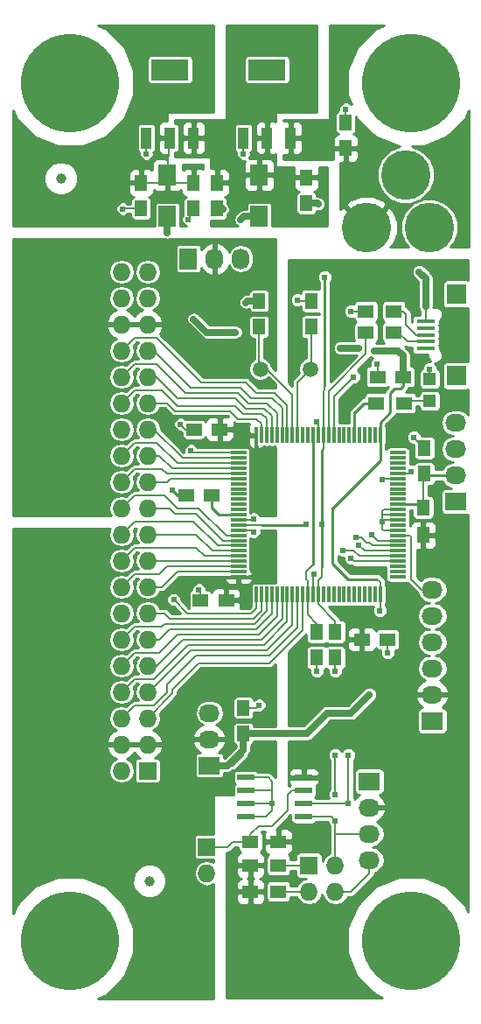
<source format=gbr>
G04 #@! TF.FileFunction,Copper,L1,Top,Signal*
%FSLAX46Y46*%
G04 Gerber Fmt 4.6, Leading zero omitted, Abs format (unit mm)*
G04 Created by KiCad (PCBNEW (after 2015-mar-04 BZR unknown)-product) date 3/3/2017 1:44:02 PM*
%MOMM*%
G01*
G04 APERTURE LIST*
%ADD10C,0.100000*%
%ADD11R,1.500000X0.300000*%
%ADD12R,0.300000X1.500000*%
%ADD13R,1.500000X1.250000*%
%ADD14R,1.250000X1.500000*%
%ADD15R,1.700000X2.000000*%
%ADD16C,1.000000*%
%ADD17R,2.032000X1.727200*%
%ADD18O,2.032000X1.727200*%
%ADD19R,1.727200X1.727200*%
%ADD20O,1.727200X1.727200*%
%ADD21R,1.727200X2.032000*%
%ADD22O,1.727200X2.032000*%
%ADD23R,1.500000X1.300000*%
%ADD24R,1.300000X1.500000*%
%ADD25R,1.651000X0.599440*%
%ADD26C,4.800600*%
%ADD27R,3.657600X2.032000*%
%ADD28R,1.016000X2.032000*%
%ADD29R,1.800000X0.400000*%
%ADD30R,1.900000X1.900000*%
%ADD31C,1.501140*%
%ADD32R,1.198880X1.198880*%
%ADD33C,9.525000*%
%ADD34C,0.610000*%
%ADD35C,0.203200*%
%ADD36C,0.254000*%
%ADD37C,0.635000*%
G04 APERTURE END LIST*
D10*
D11*
X47705000Y-63785000D03*
X47705000Y-63285000D03*
X47705000Y-62785000D03*
X47705000Y-62285000D03*
X47705000Y-61785000D03*
X47705000Y-61285000D03*
X47705000Y-60785000D03*
X47705000Y-60285000D03*
X47705000Y-59785000D03*
X47705000Y-59285000D03*
X47705000Y-58785000D03*
X47705000Y-58285000D03*
X47705000Y-57785000D03*
X47705000Y-57285000D03*
X47705000Y-56785000D03*
X47705000Y-56285000D03*
X47705000Y-55785000D03*
X47705000Y-55285000D03*
X47705000Y-54785000D03*
X47705000Y-54285000D03*
X47705000Y-53785000D03*
X47705000Y-53285000D03*
X47705000Y-52785000D03*
X47705000Y-52285000D03*
X47705000Y-51785000D03*
D12*
X46005000Y-50085000D03*
X45505000Y-50085000D03*
X45005000Y-50085000D03*
X44505000Y-50085000D03*
X44005000Y-50085000D03*
X43505000Y-50085000D03*
X43005000Y-50085000D03*
X42505000Y-50085000D03*
X42005000Y-50085000D03*
X41505000Y-50085000D03*
X41005000Y-50085000D03*
X40505000Y-50085000D03*
X40005000Y-50085000D03*
X39505000Y-50085000D03*
X39005000Y-50085000D03*
X38505000Y-50085000D03*
X38005000Y-50085000D03*
X37505000Y-50085000D03*
X37005000Y-50085000D03*
X36505000Y-50085000D03*
X36005000Y-50085000D03*
X35505000Y-50085000D03*
X35005000Y-50085000D03*
X34505000Y-50085000D03*
X34005000Y-50085000D03*
D11*
X32305000Y-51785000D03*
X32305000Y-52285000D03*
X32305000Y-52785000D03*
X32305000Y-53285000D03*
X32305000Y-53785000D03*
X32305000Y-54285000D03*
X32305000Y-54785000D03*
X32305000Y-55285000D03*
X32305000Y-55785000D03*
X32305000Y-56285000D03*
X32305000Y-56785000D03*
X32305000Y-57285000D03*
X32305000Y-57785000D03*
X32305000Y-58285000D03*
X32305000Y-58785000D03*
X32305000Y-59285000D03*
X32305000Y-59785000D03*
X32305000Y-60285000D03*
X32305000Y-60785000D03*
X32305000Y-61285000D03*
X32305000Y-61785000D03*
X32305000Y-62285000D03*
X32305000Y-62785000D03*
X32305000Y-63285000D03*
X32305000Y-63785000D03*
D12*
X34005000Y-65485000D03*
X34505000Y-65485000D03*
X35005000Y-65485000D03*
X35505000Y-65485000D03*
X36005000Y-65485000D03*
X36505000Y-65485000D03*
X37005000Y-65485000D03*
X37505000Y-65485000D03*
X38005000Y-65485000D03*
X38505000Y-65485000D03*
X39005000Y-65485000D03*
X39505000Y-65485000D03*
X40005000Y-65485000D03*
X40505000Y-65485000D03*
X41005000Y-65485000D03*
X41505000Y-65485000D03*
X42005000Y-65485000D03*
X42505000Y-65485000D03*
X43005000Y-65485000D03*
X43505000Y-65485000D03*
X44005000Y-65485000D03*
X44505000Y-65485000D03*
X45005000Y-65485000D03*
X45505000Y-65485000D03*
X46005000Y-65485000D03*
D13*
X44216000Y-69850000D03*
X46716000Y-69850000D03*
D14*
X50292000Y-53828000D03*
X50292000Y-51328000D03*
D13*
X31095000Y-66040000D03*
X28595000Y-66040000D03*
X48240000Y-44450000D03*
X45740000Y-44450000D03*
D14*
X32766000Y-78974000D03*
X32766000Y-76474000D03*
D13*
X30460000Y-49530000D03*
X27960000Y-49530000D03*
D14*
X39878000Y-71608000D03*
X39878000Y-69108000D03*
X41656000Y-71608000D03*
X41656000Y-69108000D03*
D13*
X27198000Y-55880000D03*
X29698000Y-55880000D03*
D15*
X25400000Y-28924000D03*
X25400000Y-24924000D03*
X34290000Y-28924000D03*
X34290000Y-24924000D03*
D16*
X15087600Y-25247600D03*
X23647400Y-93218000D03*
D17*
X53340000Y-56515000D03*
D18*
X53340000Y-53975000D03*
X53340000Y-51435000D03*
X53340000Y-48895000D03*
D19*
X29210000Y-89916000D03*
D20*
X29210000Y-92456000D03*
D21*
X27432000Y-33020000D03*
D22*
X29972000Y-33020000D03*
X32512000Y-33020000D03*
D17*
X29464000Y-82042000D03*
D18*
X29464000Y-79502000D03*
X29464000Y-76962000D03*
D23*
X36148000Y-89408000D03*
X33448000Y-89408000D03*
X36148000Y-91694000D03*
X33448000Y-91694000D03*
X36148000Y-94234000D03*
X33448000Y-94234000D03*
D24*
X50165000Y-57070000D03*
X50165000Y-59770000D03*
D23*
X45640000Y-46990000D03*
X48340000Y-46990000D03*
D25*
X38608000Y-83185000D03*
X33020000Y-83185000D03*
X38608000Y-84455000D03*
X38608000Y-85725000D03*
X38608000Y-86995000D03*
X33020000Y-84455000D03*
X33020000Y-85725000D03*
X33020000Y-86995000D03*
D26*
X50749200Y-29997400D03*
X44653200Y-29997400D03*
X48463200Y-24917400D03*
D27*
X35052000Y-14732000D03*
D28*
X35052000Y-21336000D03*
X37338000Y-21336000D03*
X32766000Y-21336000D03*
D27*
X25654000Y-14732000D03*
D28*
X25654000Y-21336000D03*
X27940000Y-21336000D03*
X23368000Y-21336000D03*
D19*
X23495000Y-82550000D03*
D20*
X20955000Y-82550000D03*
X23495000Y-80010000D03*
X20955000Y-80010000D03*
X23495000Y-77470000D03*
X20955000Y-77470000D03*
X23495000Y-74930000D03*
X20955000Y-74930000D03*
X23495000Y-72390000D03*
X20955000Y-72390000D03*
X23495000Y-69850000D03*
X20955000Y-69850000D03*
X23495000Y-67310000D03*
X20955000Y-67310000D03*
X23495000Y-64770000D03*
X20955000Y-64770000D03*
X23495000Y-62230000D03*
X20955000Y-62230000D03*
X23495000Y-59690000D03*
X20955000Y-59690000D03*
X23495000Y-57150000D03*
X20955000Y-57150000D03*
X23495000Y-54610000D03*
X20955000Y-54610000D03*
X23495000Y-52070000D03*
X20955000Y-52070000D03*
X23495000Y-49530000D03*
X20955000Y-49530000D03*
X23495000Y-46990000D03*
X20955000Y-46990000D03*
X23495000Y-44450000D03*
X20955000Y-44450000D03*
X23495000Y-41910000D03*
X20955000Y-41910000D03*
X23495000Y-39370000D03*
X20955000Y-39370000D03*
X23495000Y-36830000D03*
X20955000Y-36830000D03*
X23495000Y-34290000D03*
X20955000Y-34290000D03*
D14*
X34290000Y-37104000D03*
X34290000Y-39604000D03*
X39370000Y-37104000D03*
X39370000Y-39604000D03*
D29*
X50400000Y-41686000D03*
X50400000Y-41036000D03*
X50400000Y-40386000D03*
X50400000Y-39736000D03*
X50400000Y-39086000D03*
D30*
X53425000Y-44336000D03*
X53425000Y-36436000D03*
D23*
X47324000Y-40132000D03*
X44624000Y-40132000D03*
X47324000Y-38100000D03*
X44624000Y-38100000D03*
D31*
X34389060Y-43688000D03*
X39270940Y-43688000D03*
D14*
X42672000Y-22332000D03*
X42672000Y-19832000D03*
X30226000Y-25674000D03*
X30226000Y-28174000D03*
X38862000Y-25166000D03*
X38862000Y-27666000D03*
X27940000Y-25674000D03*
X27940000Y-28174000D03*
X22860000Y-25674000D03*
X22860000Y-28174000D03*
D17*
X44958000Y-83566000D03*
D18*
X44958000Y-86106000D03*
X44958000Y-88646000D03*
X44958000Y-91186000D03*
D19*
X39116000Y-91694000D03*
D20*
X41656000Y-91694000D03*
X39116000Y-94234000D03*
X41656000Y-94234000D03*
D17*
X51054000Y-77724000D03*
D18*
X51054000Y-75184000D03*
X51054000Y-72644000D03*
X51054000Y-70104000D03*
X51054000Y-67564000D03*
X51054000Y-65024000D03*
D32*
X50800000Y-46769020D03*
X50800000Y-44670980D03*
D33*
X16000000Y-16000000D03*
X49000000Y-16000000D03*
X16000000Y-99000000D03*
X49000000Y-99000000D03*
D34*
X42672000Y-18542000D03*
X50800000Y-43688000D03*
X23368000Y-22860000D03*
X25908000Y-55372000D03*
X49784000Y-34290000D03*
X38000000Y-37000000D03*
X33000000Y-37250000D03*
X30750000Y-28250000D03*
X40000000Y-27750000D03*
X45720000Y-43180000D03*
X49276000Y-50292000D03*
X28448000Y-65024000D03*
X21082000Y-28194000D03*
X26670000Y-49022000D03*
X27432000Y-29210000D03*
X32766000Y-22860000D03*
X39878000Y-72898000D03*
X41656000Y-72898000D03*
X34290000Y-76200000D03*
X35560000Y-85725000D03*
X46736000Y-71120000D03*
X46228000Y-58420000D03*
X33782000Y-59436000D03*
X33782000Y-58166000D03*
X39878000Y-48768000D03*
X39624000Y-63500000D03*
X40640000Y-34798000D03*
X40640000Y-29464000D03*
X38862000Y-58674000D03*
X40386000Y-58674000D03*
X27940000Y-24130000D03*
X51562000Y-59690000D03*
X42418000Y-47752000D03*
X41402000Y-42926000D03*
X41402000Y-39624000D03*
X49022000Y-53594000D03*
X46228000Y-54356000D03*
X43180000Y-61976000D03*
X42926000Y-81026000D03*
X42926000Y-85725000D03*
X41656000Y-81026000D03*
X41656000Y-84836000D03*
X41656000Y-87376000D03*
X42418000Y-61214000D03*
X27686000Y-51562000D03*
X26000000Y-66000000D03*
X43434000Y-44450000D03*
X43180000Y-38100000D03*
X43942000Y-60706000D03*
X43688000Y-59944000D03*
X45212000Y-59690000D03*
X25400000Y-30480000D03*
X42164000Y-41656000D03*
X43942000Y-41656000D03*
X44958000Y-75184000D03*
X45974000Y-67056000D03*
X45466000Y-41910000D03*
X32004000Y-40132000D03*
X27940000Y-38862000D03*
X32500000Y-29250000D03*
D35*
X42672000Y-19832000D02*
X42672000Y-18542000D01*
X50800000Y-44670980D02*
X50800000Y-43688000D01*
X23368000Y-21336000D02*
X23368000Y-22860000D01*
D36*
X27198000Y-55880000D02*
X26416000Y-55880000D01*
X26416000Y-55880000D02*
X25908000Y-55372000D01*
D35*
X26416000Y-55880000D02*
X25908000Y-55372000D01*
D37*
X50400000Y-37592000D02*
X50400000Y-34906000D01*
X50400000Y-34906000D02*
X49784000Y-34290000D01*
D35*
X50400000Y-39086000D02*
X50400000Y-37592000D01*
X50400000Y-34906000D02*
X49784000Y-34290000D01*
X50400000Y-34906000D02*
X49784000Y-34290000D01*
X39370000Y-37104000D02*
X38104000Y-37104000D01*
X38104000Y-37104000D02*
X38000000Y-37000000D01*
D37*
X34290000Y-37104000D02*
X33146000Y-37104000D01*
X33146000Y-37104000D02*
X33000000Y-37250000D01*
X30226000Y-28174000D02*
X30674000Y-28174000D01*
X30674000Y-28174000D02*
X30750000Y-28250000D01*
X38862000Y-27666000D02*
X39916000Y-27666000D01*
X39916000Y-27666000D02*
X40000000Y-27750000D01*
D35*
X45740000Y-43200000D02*
X45720000Y-43180000D01*
X45740000Y-44450000D02*
X45740000Y-43200000D01*
X50292000Y-51308000D02*
X49276000Y-50292000D01*
X50292000Y-51328000D02*
X50292000Y-51308000D01*
X28595000Y-65171000D02*
X28448000Y-65024000D01*
X28595000Y-66040000D02*
X28595000Y-65171000D01*
X21102000Y-28174000D02*
X21082000Y-28194000D01*
X22860000Y-28174000D02*
X21102000Y-28174000D01*
X27178000Y-49530000D02*
X26670000Y-49022000D01*
X27960000Y-49530000D02*
X27178000Y-49530000D01*
X27940000Y-28174000D02*
X27432000Y-29210000D01*
X32766000Y-21336000D02*
X32766000Y-22860000D01*
X39878000Y-71608000D02*
X39878000Y-72898000D01*
X41656000Y-71608000D02*
X41656000Y-72898000D01*
X34016000Y-76474000D02*
X34290000Y-76200000D01*
X32766000Y-76474000D02*
X34016000Y-76474000D01*
X34925000Y-86995000D02*
X35560000Y-86360000D01*
X35560000Y-84455000D02*
X35560000Y-83566000D01*
X35560000Y-85852000D02*
X35560000Y-84455000D01*
X35560000Y-86360000D02*
X35560000Y-85852000D01*
X35560000Y-83566000D02*
X35179000Y-83185000D01*
X35179000Y-83185000D02*
X33020000Y-83185000D01*
X33020000Y-86995000D02*
X34925000Y-86995000D01*
X33020000Y-84455000D02*
X35560000Y-84455000D01*
X35560000Y-85725000D02*
X35560000Y-85852000D01*
X33020000Y-85725000D02*
X34798000Y-85725000D01*
X34798000Y-85725000D02*
X35560000Y-85725000D01*
X46716000Y-71100000D02*
X46736000Y-71120000D01*
X46716000Y-69850000D02*
X46716000Y-71100000D01*
X46347000Y-57285000D02*
X46228000Y-57404000D01*
X46228000Y-58166000D02*
X46228000Y-59182000D01*
X46228000Y-57658000D02*
X46228000Y-58166000D01*
X46228000Y-57404000D02*
X46228000Y-57658000D01*
X46228000Y-59182000D02*
X46331000Y-59285000D01*
X46331000Y-59285000D02*
X47705000Y-59285000D01*
X47705000Y-57285000D02*
X46347000Y-57285000D01*
X46228000Y-57785000D02*
X46228000Y-57658000D01*
X47705000Y-57785000D02*
X46228000Y-57785000D01*
X46228000Y-58285000D02*
X46228000Y-58166000D01*
X47705000Y-58285000D02*
X46228000Y-58285000D01*
X46228000Y-58285000D02*
X46228000Y-58420000D01*
X33631000Y-59285000D02*
X33782000Y-59436000D01*
X32305000Y-59285000D02*
X33631000Y-59285000D01*
X33663000Y-58285000D02*
X33782000Y-58166000D01*
X32305000Y-58285000D02*
X33663000Y-58285000D01*
X40005000Y-48895000D02*
X39878000Y-48768000D01*
X40005000Y-50085000D02*
X40005000Y-48895000D01*
X39505000Y-63619000D02*
X39624000Y-63500000D01*
X39505000Y-65485000D02*
X39505000Y-63619000D01*
D36*
X34544000Y-58785000D02*
X38751000Y-58785000D01*
X38751000Y-58785000D02*
X38862000Y-58674000D01*
X40386000Y-51562000D02*
X40386000Y-58674000D01*
D35*
X40505000Y-51443000D02*
X40505000Y-50085000D01*
X40386000Y-51562000D02*
X40505000Y-51443000D01*
D36*
X40386000Y-58674000D02*
X40386000Y-62865000D01*
X40640000Y-34798000D02*
X40640000Y-45339000D01*
D35*
X40505000Y-50085000D02*
X40505000Y-45839000D01*
X40640000Y-45704000D02*
X40640000Y-45339000D01*
X40505000Y-45839000D02*
X40640000Y-45704000D01*
X35052000Y-22606000D02*
X34290000Y-23368000D01*
X34290000Y-23368000D02*
X34290000Y-24924000D01*
X35052000Y-21336000D02*
X35052000Y-22606000D01*
X34532000Y-25166000D02*
X34290000Y-24924000D01*
X40005000Y-66421000D02*
X41656000Y-68072000D01*
X41656000Y-68072000D02*
X41656000Y-69108000D01*
X40005000Y-65485000D02*
X40005000Y-66421000D01*
X40005000Y-64135000D02*
X40386000Y-63754000D01*
X40386000Y-63754000D02*
X40386000Y-62865000D01*
X40386000Y-62865000D02*
X40386000Y-58674000D01*
X40005000Y-65485000D02*
X40005000Y-64135000D01*
X38751000Y-58785000D02*
X38862000Y-58674000D01*
X32305000Y-58785000D02*
X34544000Y-58785000D01*
X27940000Y-25674000D02*
X27940000Y-24130000D01*
X51482000Y-59770000D02*
X51562000Y-59690000D01*
X51482000Y-59770000D02*
X50165000Y-59770000D01*
X41402000Y-39624000D02*
X41402000Y-42926000D01*
X22860000Y-25674000D02*
X24650000Y-25674000D01*
X24650000Y-25674000D02*
X25400000Y-24924000D01*
X27940000Y-25674000D02*
X26150000Y-25674000D01*
X26150000Y-25674000D02*
X25400000Y-24924000D01*
X25654000Y-21336000D02*
X25400000Y-24924000D01*
D36*
X53340000Y-53975000D02*
X50439000Y-53975000D01*
X50439000Y-53975000D02*
X50292000Y-53828000D01*
X47705000Y-56785000D02*
X49880000Y-56785000D01*
X49880000Y-56785000D02*
X50165000Y-57070000D01*
D35*
X50165000Y-53955000D02*
X50292000Y-53828000D01*
X50165000Y-57070000D02*
X50165000Y-53955000D01*
X50439000Y-53975000D02*
X50292000Y-53828000D01*
X31095000Y-66040000D02*
X31095000Y-65095000D01*
X32305000Y-64695000D02*
X32305000Y-63785000D01*
X32000000Y-65000000D02*
X32305000Y-64695000D01*
X31190000Y-65000000D02*
X32000000Y-65000000D01*
X31095000Y-65095000D02*
X31190000Y-65000000D01*
X33067000Y-50085000D02*
X32512000Y-49530000D01*
X32512000Y-49530000D02*
X30460000Y-49530000D01*
X34005000Y-50085000D02*
X33067000Y-50085000D01*
D36*
X39505000Y-62603000D02*
X39505000Y-50085000D01*
D35*
X39005000Y-67453000D02*
X39878000Y-68326000D01*
X39878000Y-68326000D02*
X39878000Y-69108000D01*
X39005000Y-65485000D02*
X39005000Y-67453000D01*
X39505000Y-62603000D02*
X38862000Y-63246000D01*
X38862000Y-63246000D02*
X38862000Y-64008000D01*
X38862000Y-64008000D02*
X39005000Y-64151000D01*
X39005000Y-64151000D02*
X39005000Y-65485000D01*
D36*
X32305000Y-57785000D02*
X30353000Y-57785000D01*
X30353000Y-57785000D02*
X29698000Y-57130000D01*
X29698000Y-57130000D02*
X29698000Y-55880000D01*
X29698000Y-57130000D02*
X29698000Y-55880000D01*
D35*
X29698000Y-57130000D02*
X29698000Y-55880000D01*
X48831000Y-53785000D02*
X49022000Y-53594000D01*
X47705000Y-53785000D02*
X48831000Y-53785000D01*
X46228000Y-54356000D02*
X46299000Y-54285000D01*
X46299000Y-54285000D02*
X47705000Y-54285000D01*
X31242000Y-89916000D02*
X31750000Y-89408000D01*
X31750000Y-89408000D02*
X33448000Y-89408000D01*
X29210000Y-89916000D02*
X31242000Y-89916000D01*
X33448000Y-88726000D02*
X34290000Y-87884000D01*
X34290000Y-87884000D02*
X35560000Y-87884000D01*
X35560000Y-87884000D02*
X37084000Y-86360000D01*
X37084000Y-86360000D02*
X37084000Y-84836000D01*
X37084000Y-84836000D02*
X37465000Y-84455000D01*
X37465000Y-84455000D02*
X38608000Y-84455000D01*
X33448000Y-89408000D02*
X33448000Y-88726000D01*
X23749000Y-74676000D02*
X23495000Y-74930000D01*
X37505000Y-68413000D02*
X35052000Y-70866000D01*
X37505000Y-65485000D02*
X37505000Y-68413000D01*
X27686000Y-70866000D02*
X35052000Y-70866000D01*
X23622000Y-74930000D02*
X27686000Y-70866000D01*
X23495000Y-74930000D02*
X23622000Y-74930000D01*
X42926000Y-84582000D02*
X42926000Y-85725000D01*
X43180000Y-61976000D02*
X43489000Y-62285000D01*
X43489000Y-62285000D02*
X47705000Y-62285000D01*
X42926000Y-84582000D02*
X42926000Y-81026000D01*
X38608000Y-85725000D02*
X42926000Y-85725000D01*
X43180000Y-94234000D02*
X44958000Y-92456000D01*
X41656000Y-94234000D02*
X43180000Y-94234000D01*
X44958000Y-92456000D02*
X44958000Y-91186000D01*
X44958000Y-88646000D02*
X41656000Y-88646000D01*
X41656000Y-91694000D02*
X41656000Y-88646000D01*
X41656000Y-88646000D02*
X41656000Y-87376000D01*
X42418000Y-61214000D02*
X43434000Y-61214000D01*
X41656000Y-84836000D02*
X41656000Y-81026000D01*
X47705000Y-61785000D02*
X44005000Y-61785000D01*
X44005000Y-61785000D02*
X43434000Y-61214000D01*
X41275000Y-86995000D02*
X41656000Y-87376000D01*
X38608000Y-86995000D02*
X41275000Y-86995000D01*
D36*
X43505000Y-50085000D02*
X43505000Y-47935000D01*
X43505000Y-47935000D02*
X44450000Y-46990000D01*
X44450000Y-46990000D02*
X45640000Y-46990000D01*
D35*
X43505000Y-47935000D02*
X44450000Y-46990000D01*
X44450000Y-46990000D02*
X45640000Y-46990000D01*
X37005000Y-47165000D02*
X35814000Y-45974000D01*
X35814000Y-45974000D02*
X34036000Y-45974000D01*
X34036000Y-45974000D02*
X33020000Y-44958000D01*
X33020000Y-44958000D02*
X28702000Y-44958000D01*
X28702000Y-44958000D02*
X24384000Y-40640000D01*
X24384000Y-40640000D02*
X22225000Y-40640000D01*
X22225000Y-40640000D02*
X20955000Y-41910000D01*
X37005000Y-50085000D02*
X37005000Y-47165000D01*
X24130000Y-41910000D02*
X23495000Y-41910000D01*
X36505000Y-47427000D02*
X35560000Y-46482000D01*
X35560000Y-46482000D02*
X33528000Y-46482000D01*
X33528000Y-46482000D02*
X32512000Y-45466000D01*
X32512000Y-45466000D02*
X27686000Y-45466000D01*
X27686000Y-45466000D02*
X24130000Y-41910000D01*
X36505000Y-50085000D02*
X36505000Y-47427000D01*
X36005000Y-47943000D02*
X35052000Y-46990000D01*
X35052000Y-46990000D02*
X33274000Y-46990000D01*
X33274000Y-46990000D02*
X32258000Y-45974000D01*
X32258000Y-45974000D02*
X27178000Y-45974000D01*
X27178000Y-45974000D02*
X24384000Y-43180000D01*
X24384000Y-43180000D02*
X22225000Y-43180000D01*
X22225000Y-43180000D02*
X20955000Y-44450000D01*
X36005000Y-50085000D02*
X36005000Y-47943000D01*
X35505000Y-48205000D02*
X34798000Y-47498000D01*
X34798000Y-47498000D02*
X33020000Y-47498000D01*
X33020000Y-47498000D02*
X32004000Y-46482000D01*
X32004000Y-46482000D02*
X26416000Y-46482000D01*
X26416000Y-46482000D02*
X24384000Y-44450000D01*
X24384000Y-44450000D02*
X23495000Y-44450000D01*
X35505000Y-50085000D02*
X35505000Y-48205000D01*
X35005000Y-48467000D02*
X34544000Y-48006000D01*
X34544000Y-48006000D02*
X32766000Y-48006000D01*
X32766000Y-48006000D02*
X32004000Y-47244000D01*
X32004000Y-47244000D02*
X26416000Y-47244000D01*
X26416000Y-47244000D02*
X24892000Y-45720000D01*
X24892000Y-45720000D02*
X22225000Y-45720000D01*
X22225000Y-45720000D02*
X20955000Y-46990000D01*
X35005000Y-50085000D02*
X35005000Y-48467000D01*
X31496000Y-47752000D02*
X26162000Y-47752000D01*
X26162000Y-47752000D02*
X25400000Y-46990000D01*
X25400000Y-46990000D02*
X23495000Y-46990000D01*
X34036000Y-48514000D02*
X32258000Y-48514000D01*
X32258000Y-48514000D02*
X31496000Y-47752000D01*
X34505000Y-48983000D02*
X34036000Y-48514000D01*
X34505000Y-50085000D02*
X34505000Y-48983000D01*
X32305000Y-51785000D02*
X27909000Y-51785000D01*
X27909000Y-51785000D02*
X27686000Y-51562000D01*
X24130000Y-49530000D02*
X23495000Y-49530000D01*
X26885000Y-52285000D02*
X24130000Y-49530000D01*
X32305000Y-52285000D02*
X26885000Y-52285000D01*
X26369000Y-52785000D02*
X24384000Y-50800000D01*
X24384000Y-50800000D02*
X22225000Y-50800000D01*
X22225000Y-50800000D02*
X20955000Y-52070000D01*
X32305000Y-52785000D02*
X26369000Y-52785000D01*
X25853000Y-53285000D02*
X24638000Y-52070000D01*
X24638000Y-52070000D02*
X23495000Y-52070000D01*
X32305000Y-53285000D02*
X25853000Y-53285000D01*
X25337000Y-53785000D02*
X24892000Y-53340000D01*
X24892000Y-53340000D02*
X22225000Y-53340000D01*
X22225000Y-53340000D02*
X20955000Y-54610000D01*
X32305000Y-53785000D02*
X25337000Y-53785000D01*
X25725000Y-54285000D02*
X25400000Y-54610000D01*
X25400000Y-54610000D02*
X23495000Y-54610000D01*
X32305000Y-54285000D02*
X25725000Y-54285000D01*
X31083000Y-59785000D02*
X28448000Y-57150000D01*
X28448000Y-57150000D02*
X26416000Y-57150000D01*
X26416000Y-57150000D02*
X25146000Y-55880000D01*
X25146000Y-55880000D02*
X22225000Y-55880000D01*
X22225000Y-55880000D02*
X20955000Y-57150000D01*
X32305000Y-59785000D02*
X31083000Y-59785000D01*
X30821000Y-60285000D02*
X28194000Y-57658000D01*
X28194000Y-57658000D02*
X26162000Y-57658000D01*
X26162000Y-57658000D02*
X25654000Y-57150000D01*
X25654000Y-57150000D02*
X23495000Y-57150000D01*
X32305000Y-60285000D02*
X30821000Y-60285000D01*
X30305000Y-60785000D02*
X27940000Y-58420000D01*
X27940000Y-58420000D02*
X22225000Y-58420000D01*
X22225000Y-58420000D02*
X20955000Y-59690000D01*
X32305000Y-60785000D02*
X30305000Y-60785000D01*
X29789000Y-61285000D02*
X28194000Y-59690000D01*
X28194000Y-59690000D02*
X23495000Y-59690000D01*
X32305000Y-61285000D02*
X29789000Y-61285000D01*
X29019000Y-61785000D02*
X28194000Y-60960000D01*
X28194000Y-60960000D02*
X22225000Y-60960000D01*
X22225000Y-60960000D02*
X20955000Y-62230000D01*
X32305000Y-61785000D02*
X29019000Y-61785000D01*
X28503000Y-62285000D02*
X28448000Y-62230000D01*
X28448000Y-62230000D02*
X23495000Y-62230000D01*
X32305000Y-62285000D02*
X28503000Y-62285000D01*
X25353000Y-62785000D02*
X24638000Y-63500000D01*
X24638000Y-63500000D02*
X22225000Y-63500000D01*
X22225000Y-63500000D02*
X20955000Y-64770000D01*
X32305000Y-62785000D02*
X25353000Y-62785000D01*
X26377000Y-63285000D02*
X24892000Y-64770000D01*
X24892000Y-64770000D02*
X23495000Y-64770000D01*
X32305000Y-63285000D02*
X26377000Y-63285000D01*
X29000000Y-67310000D02*
X27310000Y-67310000D01*
X27310000Y-67310000D02*
X26000000Y-66000000D01*
X34005000Y-66833000D02*
X33528000Y-67310000D01*
X33528000Y-67310000D02*
X29000000Y-67310000D01*
X34005000Y-65485000D02*
X34005000Y-66833000D01*
X34505000Y-67095000D02*
X33782000Y-67818000D01*
X33782000Y-67818000D02*
X25654000Y-67818000D01*
X25654000Y-67818000D02*
X25146000Y-67310000D01*
X25146000Y-67310000D02*
X23495000Y-67310000D01*
X34505000Y-65485000D02*
X34505000Y-67095000D01*
X35005000Y-67133818D02*
X33812818Y-68326000D01*
X33812818Y-68326000D02*
X25146000Y-68326000D01*
X25146000Y-68326000D02*
X24892000Y-68580000D01*
X24892000Y-68580000D02*
X22225000Y-68580000D01*
X22225000Y-68580000D02*
X20955000Y-69850000D01*
X35005000Y-65485000D02*
X35005000Y-67133818D01*
X24003000Y-69342000D02*
X23495000Y-69850000D01*
X35505000Y-67365000D02*
X34036000Y-68834000D01*
X35505000Y-65485000D02*
X35505000Y-67365000D01*
X24638000Y-69850000D02*
X25654000Y-68834000D01*
X25654000Y-68834000D02*
X34036000Y-68834000D01*
X23495000Y-69850000D02*
X24638000Y-69850000D01*
X22225000Y-71120000D02*
X20955000Y-72390000D01*
X36005000Y-67627000D02*
X34290000Y-69342000D01*
X36005000Y-65485000D02*
X36005000Y-67627000D01*
X24638000Y-71120000D02*
X26416000Y-69342000D01*
X26416000Y-69342000D02*
X34290000Y-69342000D01*
X22225000Y-71120000D02*
X24638000Y-71120000D01*
X36505000Y-67889000D02*
X34544000Y-69850000D01*
X36505000Y-65485000D02*
X36505000Y-67889000D01*
X24384000Y-72390000D02*
X26924000Y-69850000D01*
X26924000Y-69850000D02*
X34544000Y-69850000D01*
X23495000Y-72390000D02*
X24384000Y-72390000D01*
X22352000Y-73660000D02*
X22225000Y-73660000D01*
X22225000Y-73660000D02*
X20955000Y-74930000D01*
X37005000Y-68151000D02*
X34798000Y-70358000D01*
X37005000Y-65485000D02*
X37005000Y-68151000D01*
X24130000Y-73660000D02*
X27432000Y-70358000D01*
X27432000Y-70358000D02*
X34798000Y-70358000D01*
X22352000Y-73660000D02*
X24130000Y-73660000D01*
X38505000Y-68937000D02*
X35306000Y-72136000D01*
X35306000Y-72136000D02*
X28448000Y-72136000D01*
X28448000Y-72136000D02*
X25908000Y-74676000D01*
X25908000Y-74676000D02*
X25908000Y-75057000D01*
X25908000Y-75057000D02*
X23495000Y-77470000D01*
X38505000Y-65485000D02*
X38505000Y-68937000D01*
X38005000Y-68675000D02*
X35306000Y-71374000D01*
X35306000Y-71374000D02*
X28194000Y-71374000D01*
X28194000Y-71374000D02*
X25400000Y-74168000D01*
X25400000Y-74168000D02*
X25400000Y-74930000D01*
X25400000Y-74930000D02*
X24130000Y-76200000D01*
X24130000Y-76200000D02*
X22225000Y-76200000D01*
X22225000Y-76200000D02*
X20955000Y-77470000D01*
X38005000Y-65485000D02*
X38005000Y-68675000D01*
X35052000Y-43688000D02*
X34389060Y-43688000D01*
X37505000Y-46141000D02*
X35052000Y-43688000D01*
X37505000Y-50085000D02*
X37505000Y-46141000D01*
X34290000Y-43588940D02*
X34389060Y-43688000D01*
X34290000Y-39604000D02*
X34290000Y-43588940D01*
X38005000Y-44953940D02*
X39270940Y-43688000D01*
X38005000Y-50085000D02*
X38005000Y-44953940D01*
X39370000Y-43588940D02*
X39270940Y-43688000D01*
X39370000Y-39604000D02*
X39370000Y-43588940D01*
X47752000Y-40132000D02*
X47324000Y-40132000D01*
X48656000Y-41036000D02*
X47752000Y-40132000D01*
X50400000Y-41036000D02*
X48656000Y-41036000D01*
X48260000Y-38100000D02*
X47324000Y-38100000D01*
X48514000Y-38354000D02*
X48260000Y-38100000D01*
X48514000Y-39370000D02*
X48514000Y-38354000D01*
X49530000Y-40386000D02*
X48514000Y-39370000D01*
X50400000Y-40386000D02*
X49530000Y-40386000D01*
X41005000Y-45863000D02*
X44624000Y-42244000D01*
X44624000Y-42244000D02*
X44624000Y-40132000D01*
X41005000Y-50085000D02*
X41005000Y-45863000D01*
X41505000Y-46379000D02*
X43434000Y-44450000D01*
X43180000Y-38100000D02*
X44624000Y-38100000D01*
X41505000Y-50085000D02*
X41505000Y-46379000D01*
X44521000Y-61285000D02*
X43942000Y-60706000D01*
X47705000Y-61285000D02*
X44521000Y-61285000D01*
X43688000Y-59944000D02*
X44196000Y-59944000D01*
X44196000Y-59944000D02*
X44704000Y-60452000D01*
X44704000Y-60452000D02*
X44958000Y-60452000D01*
X44958000Y-60452000D02*
X45291000Y-60785000D01*
X45291000Y-60785000D02*
X47705000Y-60785000D01*
X45212000Y-59690000D02*
X45807000Y-60285000D01*
X45807000Y-60285000D02*
X47705000Y-60285000D01*
X48863000Y-59785000D02*
X47705000Y-59785000D01*
X49022000Y-59944000D02*
X48863000Y-59785000D01*
X49022000Y-64008000D02*
X49022000Y-59944000D01*
X50038000Y-65024000D02*
X49022000Y-64008000D01*
X51054000Y-65024000D02*
X50038000Y-65024000D01*
D37*
X25400000Y-28924000D02*
X25400000Y-30480000D01*
D36*
X46005000Y-50085000D02*
X46005000Y-48864000D01*
X48240000Y-45359000D02*
X48240000Y-44450000D01*
X48006000Y-45593000D02*
X48240000Y-45359000D01*
X47371000Y-45593000D02*
X48006000Y-45593000D01*
X46990000Y-45974000D02*
X47371000Y-45593000D01*
X46990000Y-47879000D02*
X46990000Y-45974000D01*
X46005000Y-48864000D02*
X46990000Y-47879000D01*
X45720000Y-64008000D02*
X42926000Y-64008000D01*
X42926000Y-64008000D02*
X41402000Y-62484000D01*
X41402000Y-62484000D02*
X41402000Y-57150000D01*
X41402000Y-57150000D02*
X46005000Y-52547000D01*
X46005000Y-52547000D02*
X46005000Y-50085000D01*
D37*
X25400000Y-28956000D02*
X25400000Y-28924000D01*
X32766000Y-78974000D02*
X38882000Y-78974000D01*
X43180000Y-76962000D02*
X44958000Y-75184000D01*
X40894000Y-76962000D02*
X43180000Y-76962000D01*
X38882000Y-78974000D02*
X40894000Y-76962000D01*
X29464000Y-82042000D02*
X31242000Y-82042000D01*
X32766000Y-80518000D02*
X32766000Y-78974000D01*
X31242000Y-82042000D02*
X32766000Y-80518000D01*
X45466000Y-41910000D02*
X47752000Y-41910000D01*
X47752000Y-41910000D02*
X48240000Y-42398000D01*
X48240000Y-42398000D02*
X48240000Y-44450000D01*
X42164000Y-41656000D02*
X43942000Y-41656000D01*
X32004000Y-40132000D02*
X29210000Y-40132000D01*
X29210000Y-40132000D02*
X27940000Y-38862000D01*
D35*
X31750000Y-82042000D02*
X32766000Y-81026000D01*
X45974000Y-67056000D02*
X46005000Y-67025000D01*
X46005000Y-67025000D02*
X46005000Y-65485000D01*
X29464000Y-82042000D02*
X31750000Y-82042000D01*
X48240000Y-42398000D02*
X47752000Y-41910000D01*
X48240000Y-44450000D02*
X48240000Y-42398000D01*
X32766000Y-78974000D02*
X32766000Y-81026000D01*
X46005000Y-50085000D02*
X46005000Y-49753000D01*
X46005000Y-52547000D02*
X41402000Y-57150000D01*
X41402000Y-57150000D02*
X41402000Y-62484000D01*
X41402000Y-62484000D02*
X42926000Y-64008000D01*
X45720000Y-64008000D02*
X46005000Y-64293000D01*
X46005000Y-64293000D02*
X46005000Y-65485000D01*
X46005000Y-50085000D02*
X46005000Y-52547000D01*
X44653200Y-29997400D02*
X44653200Y-29539400D01*
X42652000Y-22352000D02*
X42672000Y-22332000D01*
D37*
X32500000Y-29250000D02*
X32826000Y-28924000D01*
X32826000Y-28924000D02*
X34290000Y-28924000D01*
D35*
X32512000Y-33020000D02*
X32512000Y-32258000D01*
X36148000Y-91694000D02*
X39116000Y-91694000D01*
X36148000Y-94234000D02*
X39116000Y-94234000D01*
X50800000Y-46769020D02*
X48560980Y-46769020D01*
X48560980Y-46769020D02*
X48340000Y-46990000D01*
D36*
G36*
X46758922Y-45414815D02*
X46594869Y-45578869D01*
X46473736Y-45760156D01*
X46443823Y-45910534D01*
X46390000Y-45899741D01*
X44890000Y-45899741D01*
X44725356Y-45931685D01*
X44580649Y-46026742D01*
X44483784Y-46170245D01*
X44449741Y-46340000D01*
X44449741Y-46431251D01*
X44236156Y-46473736D01*
X44054869Y-46594869D01*
X43109869Y-47539869D01*
X42988736Y-47721156D01*
X42946200Y-47935000D01*
X42946200Y-48894741D01*
X42855000Y-48894741D01*
X42753346Y-48914463D01*
X42655000Y-48894741D01*
X42355000Y-48894741D01*
X42253346Y-48914463D01*
X42155000Y-48894741D01*
X42038400Y-48894741D01*
X42038400Y-46599942D01*
X43451526Y-45186815D01*
X43579916Y-45186928D01*
X43850819Y-45074993D01*
X44058265Y-44867909D01*
X44170672Y-44597202D01*
X44170928Y-44304084D01*
X44058993Y-44033181D01*
X43851909Y-43825735D01*
X43812832Y-43809509D01*
X45001171Y-42621171D01*
X45056817Y-42537888D01*
X45125748Y-42566511D01*
X45179255Y-42602263D01*
X45241819Y-42614707D01*
X45242918Y-42615164D01*
X45095735Y-42762091D01*
X44983328Y-43032798D01*
X44983072Y-43325916D01*
X45007378Y-43384741D01*
X44990000Y-43384741D01*
X44825356Y-43416685D01*
X44680649Y-43511742D01*
X44583784Y-43655245D01*
X44549741Y-43825000D01*
X44549741Y-45075000D01*
X44581685Y-45239644D01*
X44676742Y-45384351D01*
X44820245Y-45481216D01*
X44990000Y-45515259D01*
X46490000Y-45515259D01*
X46654644Y-45483315D01*
X46758922Y-45414815D01*
X46758922Y-45414815D01*
G37*
X46758922Y-45414815D02*
X46594869Y-45578869D01*
X46473736Y-45760156D01*
X46443823Y-45910534D01*
X46390000Y-45899741D01*
X44890000Y-45899741D01*
X44725356Y-45931685D01*
X44580649Y-46026742D01*
X44483784Y-46170245D01*
X44449741Y-46340000D01*
X44449741Y-46431251D01*
X44236156Y-46473736D01*
X44054869Y-46594869D01*
X43109869Y-47539869D01*
X42988736Y-47721156D01*
X42946200Y-47935000D01*
X42946200Y-48894741D01*
X42855000Y-48894741D01*
X42753346Y-48914463D01*
X42655000Y-48894741D01*
X42355000Y-48894741D01*
X42253346Y-48914463D01*
X42155000Y-48894741D01*
X42038400Y-48894741D01*
X42038400Y-46599942D01*
X43451526Y-45186815D01*
X43579916Y-45186928D01*
X43850819Y-45074993D01*
X44058265Y-44867909D01*
X44170672Y-44597202D01*
X44170928Y-44304084D01*
X44058993Y-44033181D01*
X43851909Y-43825735D01*
X43812832Y-43809509D01*
X45001171Y-42621171D01*
X45056817Y-42537888D01*
X45125748Y-42566511D01*
X45179255Y-42602263D01*
X45241819Y-42614707D01*
X45242918Y-42615164D01*
X45095735Y-42762091D01*
X44983328Y-43032798D01*
X44983072Y-43325916D01*
X45007378Y-43384741D01*
X44990000Y-43384741D01*
X44825356Y-43416685D01*
X44680649Y-43511742D01*
X44583784Y-43655245D01*
X44549741Y-43825000D01*
X44549741Y-45075000D01*
X44581685Y-45239644D01*
X44676742Y-45384351D01*
X44820245Y-45481216D01*
X44990000Y-45515259D01*
X46490000Y-45515259D01*
X46654644Y-45483315D01*
X46758922Y-45414815D01*
G36*
X54518200Y-48100912D02*
X54436750Y-47979014D01*
X54016492Y-47698206D01*
X53520764Y-47599600D01*
X53159236Y-47599600D01*
X52663508Y-47698206D01*
X52243250Y-47979014D01*
X51962442Y-48399272D01*
X51863836Y-48895000D01*
X51962442Y-49390728D01*
X52243250Y-49810986D01*
X52663508Y-50091794D01*
X53031541Y-50165000D01*
X52663508Y-50238206D01*
X52243250Y-50519014D01*
X51962442Y-50939272D01*
X51863836Y-51435000D01*
X51962442Y-51930728D01*
X52243250Y-52350986D01*
X52663508Y-52631794D01*
X53031541Y-52705000D01*
X52663508Y-52778206D01*
X52243250Y-53059014D01*
X52004585Y-53416200D01*
X51357259Y-53416200D01*
X51357259Y-53078000D01*
X51357259Y-52078000D01*
X51357259Y-50578000D01*
X51325315Y-50413356D01*
X51230258Y-50268649D01*
X51086755Y-50171784D01*
X50917000Y-50137741D01*
X50009480Y-50137741D01*
X49900993Y-49875181D01*
X49693909Y-49667735D01*
X49423202Y-49555328D01*
X49130084Y-49555072D01*
X48859181Y-49667007D01*
X48651735Y-49874091D01*
X48539328Y-50144798D01*
X48539072Y-50437916D01*
X48651007Y-50708819D01*
X48858091Y-50916265D01*
X49128798Y-51028672D01*
X49226741Y-51028757D01*
X49226741Y-52078000D01*
X49258685Y-52242644D01*
X49353742Y-52387351D01*
X49497245Y-52484216D01*
X49667000Y-52518259D01*
X50917000Y-52518259D01*
X51081644Y-52486315D01*
X51226351Y-52391258D01*
X51323216Y-52247755D01*
X51357259Y-52078000D01*
X51357259Y-53078000D01*
X51325315Y-52913356D01*
X51230258Y-52768649D01*
X51086755Y-52671784D01*
X50917000Y-52637741D01*
X49667000Y-52637741D01*
X49502356Y-52669685D01*
X49357649Y-52764742D01*
X49267579Y-52898177D01*
X49169202Y-52857328D01*
X48895259Y-52857088D01*
X48895259Y-52635000D01*
X48875536Y-52533346D01*
X48895259Y-52435000D01*
X48895259Y-52135000D01*
X48875536Y-52033346D01*
X48895259Y-51935000D01*
X48895259Y-51635000D01*
X48863315Y-51470356D01*
X48768258Y-51325649D01*
X48624755Y-51228784D01*
X48455000Y-51194741D01*
X46955000Y-51194741D01*
X46790356Y-51226685D01*
X46645649Y-51321742D01*
X46563800Y-51442999D01*
X46563800Y-50991869D01*
X46595259Y-50835000D01*
X46595259Y-49335000D01*
X46563800Y-49172855D01*
X46563800Y-49095462D01*
X47385131Y-48274132D01*
X47385131Y-48274131D01*
X47445697Y-48183487D01*
X47506264Y-48092844D01*
X47506264Y-48092843D01*
X47511883Y-48064593D01*
X47590000Y-48080259D01*
X49090000Y-48080259D01*
X49254644Y-48048315D01*
X49399351Y-47953258D01*
X49496216Y-47809755D01*
X49530259Y-47640000D01*
X49530259Y-47302420D01*
X49760301Y-47302420D01*
X49760301Y-47368460D01*
X49792245Y-47533104D01*
X49887302Y-47677811D01*
X50030805Y-47774676D01*
X50200560Y-47808719D01*
X51399440Y-47808719D01*
X51564084Y-47776775D01*
X51708791Y-47681718D01*
X51805656Y-47538215D01*
X51839699Y-47368460D01*
X51839699Y-46169580D01*
X51807755Y-46004936D01*
X51712698Y-45860229D01*
X51569195Y-45763364D01*
X51399440Y-45729321D01*
X50200560Y-45729321D01*
X50035916Y-45761265D01*
X49891209Y-45856322D01*
X49794344Y-45999825D01*
X49760301Y-46169580D01*
X49760301Y-46235620D01*
X49510007Y-46235620D01*
X49498315Y-46175356D01*
X49403258Y-46030649D01*
X49259755Y-45933784D01*
X49090000Y-45899741D01*
X48489521Y-45899741D01*
X48635131Y-45754131D01*
X48756264Y-45572844D01*
X48756264Y-45572843D01*
X48767718Y-45515259D01*
X48990000Y-45515259D01*
X49154644Y-45483315D01*
X49299351Y-45388258D01*
X49396216Y-45244755D01*
X49430259Y-45075000D01*
X49430259Y-43825000D01*
X49398315Y-43660356D01*
X49303258Y-43515649D01*
X49159755Y-43418784D01*
X48990000Y-43384741D01*
X48989300Y-43384741D01*
X48989300Y-42398000D01*
X48932263Y-42111255D01*
X48769835Y-41868165D01*
X48387355Y-41485685D01*
X48451877Y-41528797D01*
X48656000Y-41569400D01*
X49059741Y-41569400D01*
X49059741Y-41886000D01*
X49091685Y-42050644D01*
X49186742Y-42195351D01*
X49330245Y-42292216D01*
X49500000Y-42326259D01*
X50618252Y-42326259D01*
X50618078Y-42525974D01*
X50725455Y-42785847D01*
X50890598Y-42951278D01*
X50654084Y-42951072D01*
X50383181Y-43063007D01*
X50175735Y-43270091D01*
X50063328Y-43540798D01*
X50063225Y-43657926D01*
X50035916Y-43663225D01*
X49891209Y-43758282D01*
X49794344Y-43901785D01*
X49760301Y-44071540D01*
X49760301Y-45270420D01*
X49792245Y-45435064D01*
X49887302Y-45579771D01*
X50030805Y-45676636D01*
X50200560Y-45710679D01*
X51399440Y-45710679D01*
X51564084Y-45678735D01*
X51708791Y-45583678D01*
X51805656Y-45440175D01*
X51839699Y-45270420D01*
X51839699Y-44071540D01*
X51807755Y-43906896D01*
X51712698Y-43762189D01*
X51569195Y-43665324D01*
X51536826Y-43658832D01*
X51536928Y-43542084D01*
X51424993Y-43271181D01*
X51246855Y-43092731D01*
X51464974Y-43092922D01*
X51724847Y-42985545D01*
X51923846Y-42786893D01*
X52031677Y-42527208D01*
X52031922Y-42246026D01*
X51924545Y-41986153D01*
X51740259Y-41801545D01*
X51740259Y-41486000D01*
X51715605Y-41358933D01*
X51740259Y-41236000D01*
X51740259Y-40836000D01*
X51715605Y-40708933D01*
X51740259Y-40586000D01*
X51740259Y-40186000D01*
X51715605Y-40058933D01*
X51740259Y-39936000D01*
X51740259Y-39536000D01*
X51715605Y-39408933D01*
X51740259Y-39286000D01*
X51740259Y-38970159D01*
X51923846Y-38786893D01*
X52031677Y-38527208D01*
X52031922Y-38246026D01*
X51924545Y-37986153D01*
X51725893Y-37787154D01*
X51466208Y-37679323D01*
X51185026Y-37679078D01*
X51127228Y-37702959D01*
X51149300Y-37592000D01*
X51149300Y-34906000D01*
X51092264Y-34619256D01*
X51092263Y-34619255D01*
X50929835Y-34376165D01*
X50313835Y-33760165D01*
X50260797Y-33724726D01*
X50201909Y-33665735D01*
X50124251Y-33633488D01*
X50070745Y-33597737D01*
X50008180Y-33585292D01*
X49931202Y-33553328D01*
X49847116Y-33553254D01*
X49784000Y-33540700D01*
X49721435Y-33553144D01*
X49638084Y-33553072D01*
X49560370Y-33585182D01*
X49497255Y-33597737D01*
X49444215Y-33633176D01*
X49367181Y-33665007D01*
X49307670Y-33724413D01*
X49254165Y-33760165D01*
X49218726Y-33813202D01*
X49159735Y-33872091D01*
X49127488Y-33949748D01*
X49091737Y-34003255D01*
X49079292Y-34065819D01*
X49047328Y-34142798D01*
X49047254Y-34226883D01*
X49034700Y-34290000D01*
X49047144Y-34352564D01*
X49047072Y-34435916D01*
X49079182Y-34513629D01*
X49091737Y-34576745D01*
X49127176Y-34629784D01*
X49159007Y-34706819D01*
X49218413Y-34766329D01*
X49254165Y-34819835D01*
X49650700Y-35216370D01*
X49650700Y-37592000D01*
X49707737Y-37878745D01*
X49866600Y-38116499D01*
X49866600Y-38445741D01*
X49500000Y-38445741D01*
X49335356Y-38477685D01*
X49190649Y-38572742D01*
X49093784Y-38716245D01*
X49059741Y-38886000D01*
X49059741Y-39161399D01*
X49047400Y-39149058D01*
X49047400Y-38354000D01*
X49006797Y-38149877D01*
X49006797Y-38149876D01*
X48891171Y-37976829D01*
X48637171Y-37722829D01*
X48514259Y-37640702D01*
X48514259Y-37450000D01*
X48482315Y-37285356D01*
X48387258Y-37140649D01*
X48243755Y-37043784D01*
X48074000Y-37009741D01*
X46574000Y-37009741D01*
X46409356Y-37041685D01*
X46264649Y-37136742D01*
X46167784Y-37280245D01*
X46133741Y-37450000D01*
X46133741Y-38750000D01*
X46165685Y-38914644D01*
X46260742Y-39059351D01*
X46344800Y-39116090D01*
X46264649Y-39168742D01*
X46167784Y-39312245D01*
X46133741Y-39482000D01*
X46133741Y-40782000D01*
X46165685Y-40946644D01*
X46260742Y-41091351D01*
X46363480Y-41160700D01*
X45583727Y-41160700D01*
X45683351Y-41095258D01*
X45780216Y-40951755D01*
X45814259Y-40782000D01*
X45814259Y-39482000D01*
X45782315Y-39317356D01*
X45687258Y-39172649D01*
X45603199Y-39115909D01*
X45683351Y-39063258D01*
X45780216Y-38919755D01*
X45814259Y-38750000D01*
X45814259Y-37450000D01*
X45782315Y-37285356D01*
X45687258Y-37140649D01*
X45543755Y-37043784D01*
X45374000Y-37009741D01*
X43874000Y-37009741D01*
X43709356Y-37041685D01*
X43564649Y-37136742D01*
X43467784Y-37280245D01*
X43441596Y-37410828D01*
X43327202Y-37363328D01*
X43034084Y-37363072D01*
X42763181Y-37475007D01*
X42555735Y-37682091D01*
X42443328Y-37952798D01*
X42443072Y-38245916D01*
X42555007Y-38516819D01*
X42762091Y-38724265D01*
X43032798Y-38836672D01*
X43325916Y-38836928D01*
X43441352Y-38789230D01*
X43465685Y-38914644D01*
X43560742Y-39059351D01*
X43644800Y-39116090D01*
X43564649Y-39168742D01*
X43467784Y-39312245D01*
X43433741Y-39482000D01*
X43433741Y-40782000D01*
X43457935Y-40906700D01*
X42164000Y-40906700D01*
X42101435Y-40919144D01*
X42018084Y-40919072D01*
X41940370Y-40951182D01*
X41877255Y-40963737D01*
X41824215Y-40999176D01*
X41747181Y-41031007D01*
X41687670Y-41090413D01*
X41634165Y-41126165D01*
X41598726Y-41179202D01*
X41539735Y-41238091D01*
X41507488Y-41315748D01*
X41471737Y-41369255D01*
X41459292Y-41431819D01*
X41427328Y-41508798D01*
X41427254Y-41592883D01*
X41414700Y-41656000D01*
X41427144Y-41718564D01*
X41427072Y-41801916D01*
X41459182Y-41879629D01*
X41471737Y-41942745D01*
X41507176Y-41995784D01*
X41539007Y-42072819D01*
X41598413Y-42132329D01*
X41634165Y-42185835D01*
X41687202Y-42221273D01*
X41746091Y-42280265D01*
X41823748Y-42312511D01*
X41877255Y-42348263D01*
X41939819Y-42360707D01*
X42016798Y-42392672D01*
X42100883Y-42392745D01*
X42164000Y-42405300D01*
X43708358Y-42405300D01*
X41198800Y-44914858D01*
X41198800Y-35281259D01*
X41264265Y-35215909D01*
X41376672Y-34945202D01*
X41376928Y-34652084D01*
X41264993Y-34381181D01*
X41057909Y-34173735D01*
X40787202Y-34061328D01*
X40494084Y-34061072D01*
X40223181Y-34173007D01*
X40015735Y-34380091D01*
X39903328Y-34650798D01*
X39903072Y-34943916D01*
X40015007Y-35214819D01*
X40081200Y-35281127D01*
X40081200Y-35931027D01*
X39995000Y-35913741D01*
X38745000Y-35913741D01*
X38580356Y-35945685D01*
X38435649Y-36040742D01*
X38338784Y-36184245D01*
X38309416Y-36330685D01*
X38147202Y-36263328D01*
X37854084Y-36263072D01*
X37583181Y-36375007D01*
X37375735Y-36582091D01*
X37263328Y-36852798D01*
X37263072Y-37145916D01*
X37375007Y-37416819D01*
X37582091Y-37624265D01*
X37852798Y-37736672D01*
X38145916Y-37736928D01*
X38304741Y-37671302D01*
X38304741Y-37854000D01*
X38336685Y-38018644D01*
X38431742Y-38163351D01*
X38575245Y-38260216D01*
X38745000Y-38294259D01*
X39995000Y-38294259D01*
X40081200Y-38277534D01*
X40081200Y-38431027D01*
X39995000Y-38413741D01*
X38745000Y-38413741D01*
X38580356Y-38445685D01*
X38435649Y-38540742D01*
X38338784Y-38684245D01*
X38304741Y-38854000D01*
X38304741Y-40354000D01*
X38336685Y-40518644D01*
X38431742Y-40663351D01*
X38575245Y-40760216D01*
X38745000Y-40794259D01*
X38836600Y-40794259D01*
X38836600Y-42588139D01*
X38602056Y-42685051D01*
X38269160Y-43017367D01*
X38088776Y-43451780D01*
X38088365Y-43922156D01*
X38145109Y-44059488D01*
X37627829Y-44576769D01*
X37512203Y-44749817D01*
X37471600Y-44953940D01*
X37471600Y-45353258D01*
X37127000Y-45008658D01*
X37127000Y-33127000D01*
X54518200Y-33127000D01*
X54518200Y-35074458D01*
X54375000Y-35045741D01*
X52475000Y-35045741D01*
X52310356Y-35077685D01*
X52165649Y-35172742D01*
X52068784Y-35316245D01*
X52034741Y-35486000D01*
X52034741Y-37386000D01*
X52066685Y-37550644D01*
X52161742Y-37695351D01*
X52305245Y-37792216D01*
X52475000Y-37826259D01*
X54375000Y-37826259D01*
X54518200Y-37798475D01*
X54518200Y-42974458D01*
X54375000Y-42945741D01*
X52475000Y-42945741D01*
X52310356Y-42977685D01*
X52165649Y-43072742D01*
X52068784Y-43216245D01*
X52034741Y-43386000D01*
X52034741Y-45286000D01*
X52066685Y-45450644D01*
X52161742Y-45595351D01*
X52305245Y-45692216D01*
X52475000Y-45726259D01*
X54375000Y-45726259D01*
X54518200Y-45698475D01*
X54518200Y-48100912D01*
X54518200Y-48100912D01*
G37*
X54518200Y-48100912D02*
X54436750Y-47979014D01*
X54016492Y-47698206D01*
X53520764Y-47599600D01*
X53159236Y-47599600D01*
X52663508Y-47698206D01*
X52243250Y-47979014D01*
X51962442Y-48399272D01*
X51863836Y-48895000D01*
X51962442Y-49390728D01*
X52243250Y-49810986D01*
X52663508Y-50091794D01*
X53031541Y-50165000D01*
X52663508Y-50238206D01*
X52243250Y-50519014D01*
X51962442Y-50939272D01*
X51863836Y-51435000D01*
X51962442Y-51930728D01*
X52243250Y-52350986D01*
X52663508Y-52631794D01*
X53031541Y-52705000D01*
X52663508Y-52778206D01*
X52243250Y-53059014D01*
X52004585Y-53416200D01*
X51357259Y-53416200D01*
X51357259Y-53078000D01*
X51357259Y-52078000D01*
X51357259Y-50578000D01*
X51325315Y-50413356D01*
X51230258Y-50268649D01*
X51086755Y-50171784D01*
X50917000Y-50137741D01*
X50009480Y-50137741D01*
X49900993Y-49875181D01*
X49693909Y-49667735D01*
X49423202Y-49555328D01*
X49130084Y-49555072D01*
X48859181Y-49667007D01*
X48651735Y-49874091D01*
X48539328Y-50144798D01*
X48539072Y-50437916D01*
X48651007Y-50708819D01*
X48858091Y-50916265D01*
X49128798Y-51028672D01*
X49226741Y-51028757D01*
X49226741Y-52078000D01*
X49258685Y-52242644D01*
X49353742Y-52387351D01*
X49497245Y-52484216D01*
X49667000Y-52518259D01*
X50917000Y-52518259D01*
X51081644Y-52486315D01*
X51226351Y-52391258D01*
X51323216Y-52247755D01*
X51357259Y-52078000D01*
X51357259Y-53078000D01*
X51325315Y-52913356D01*
X51230258Y-52768649D01*
X51086755Y-52671784D01*
X50917000Y-52637741D01*
X49667000Y-52637741D01*
X49502356Y-52669685D01*
X49357649Y-52764742D01*
X49267579Y-52898177D01*
X49169202Y-52857328D01*
X48895259Y-52857088D01*
X48895259Y-52635000D01*
X48875536Y-52533346D01*
X48895259Y-52435000D01*
X48895259Y-52135000D01*
X48875536Y-52033346D01*
X48895259Y-51935000D01*
X48895259Y-51635000D01*
X48863315Y-51470356D01*
X48768258Y-51325649D01*
X48624755Y-51228784D01*
X48455000Y-51194741D01*
X46955000Y-51194741D01*
X46790356Y-51226685D01*
X46645649Y-51321742D01*
X46563800Y-51442999D01*
X46563800Y-50991869D01*
X46595259Y-50835000D01*
X46595259Y-49335000D01*
X46563800Y-49172855D01*
X46563800Y-49095462D01*
X47385131Y-48274132D01*
X47385131Y-48274131D01*
X47445697Y-48183487D01*
X47506264Y-48092844D01*
X47506264Y-48092843D01*
X47511883Y-48064593D01*
X47590000Y-48080259D01*
X49090000Y-48080259D01*
X49254644Y-48048315D01*
X49399351Y-47953258D01*
X49496216Y-47809755D01*
X49530259Y-47640000D01*
X49530259Y-47302420D01*
X49760301Y-47302420D01*
X49760301Y-47368460D01*
X49792245Y-47533104D01*
X49887302Y-47677811D01*
X50030805Y-47774676D01*
X50200560Y-47808719D01*
X51399440Y-47808719D01*
X51564084Y-47776775D01*
X51708791Y-47681718D01*
X51805656Y-47538215D01*
X51839699Y-47368460D01*
X51839699Y-46169580D01*
X51807755Y-46004936D01*
X51712698Y-45860229D01*
X51569195Y-45763364D01*
X51399440Y-45729321D01*
X50200560Y-45729321D01*
X50035916Y-45761265D01*
X49891209Y-45856322D01*
X49794344Y-45999825D01*
X49760301Y-46169580D01*
X49760301Y-46235620D01*
X49510007Y-46235620D01*
X49498315Y-46175356D01*
X49403258Y-46030649D01*
X49259755Y-45933784D01*
X49090000Y-45899741D01*
X48489521Y-45899741D01*
X48635131Y-45754131D01*
X48756264Y-45572844D01*
X48756264Y-45572843D01*
X48767718Y-45515259D01*
X48990000Y-45515259D01*
X49154644Y-45483315D01*
X49299351Y-45388258D01*
X49396216Y-45244755D01*
X49430259Y-45075000D01*
X49430259Y-43825000D01*
X49398315Y-43660356D01*
X49303258Y-43515649D01*
X49159755Y-43418784D01*
X48990000Y-43384741D01*
X48989300Y-43384741D01*
X48989300Y-42398000D01*
X48932263Y-42111255D01*
X48769835Y-41868165D01*
X48387355Y-41485685D01*
X48451877Y-41528797D01*
X48656000Y-41569400D01*
X49059741Y-41569400D01*
X49059741Y-41886000D01*
X49091685Y-42050644D01*
X49186742Y-42195351D01*
X49330245Y-42292216D01*
X49500000Y-42326259D01*
X50618252Y-42326259D01*
X50618078Y-42525974D01*
X50725455Y-42785847D01*
X50890598Y-42951278D01*
X50654084Y-42951072D01*
X50383181Y-43063007D01*
X50175735Y-43270091D01*
X50063328Y-43540798D01*
X50063225Y-43657926D01*
X50035916Y-43663225D01*
X49891209Y-43758282D01*
X49794344Y-43901785D01*
X49760301Y-44071540D01*
X49760301Y-45270420D01*
X49792245Y-45435064D01*
X49887302Y-45579771D01*
X50030805Y-45676636D01*
X50200560Y-45710679D01*
X51399440Y-45710679D01*
X51564084Y-45678735D01*
X51708791Y-45583678D01*
X51805656Y-45440175D01*
X51839699Y-45270420D01*
X51839699Y-44071540D01*
X51807755Y-43906896D01*
X51712698Y-43762189D01*
X51569195Y-43665324D01*
X51536826Y-43658832D01*
X51536928Y-43542084D01*
X51424993Y-43271181D01*
X51246855Y-43092731D01*
X51464974Y-43092922D01*
X51724847Y-42985545D01*
X51923846Y-42786893D01*
X52031677Y-42527208D01*
X52031922Y-42246026D01*
X51924545Y-41986153D01*
X51740259Y-41801545D01*
X51740259Y-41486000D01*
X51715605Y-41358933D01*
X51740259Y-41236000D01*
X51740259Y-40836000D01*
X51715605Y-40708933D01*
X51740259Y-40586000D01*
X51740259Y-40186000D01*
X51715605Y-40058933D01*
X51740259Y-39936000D01*
X51740259Y-39536000D01*
X51715605Y-39408933D01*
X51740259Y-39286000D01*
X51740259Y-38970159D01*
X51923846Y-38786893D01*
X52031677Y-38527208D01*
X52031922Y-38246026D01*
X51924545Y-37986153D01*
X51725893Y-37787154D01*
X51466208Y-37679323D01*
X51185026Y-37679078D01*
X51127228Y-37702959D01*
X51149300Y-37592000D01*
X51149300Y-34906000D01*
X51092264Y-34619256D01*
X51092263Y-34619255D01*
X50929835Y-34376165D01*
X50313835Y-33760165D01*
X50260797Y-33724726D01*
X50201909Y-33665735D01*
X50124251Y-33633488D01*
X50070745Y-33597737D01*
X50008180Y-33585292D01*
X49931202Y-33553328D01*
X49847116Y-33553254D01*
X49784000Y-33540700D01*
X49721435Y-33553144D01*
X49638084Y-33553072D01*
X49560370Y-33585182D01*
X49497255Y-33597737D01*
X49444215Y-33633176D01*
X49367181Y-33665007D01*
X49307670Y-33724413D01*
X49254165Y-33760165D01*
X49218726Y-33813202D01*
X49159735Y-33872091D01*
X49127488Y-33949748D01*
X49091737Y-34003255D01*
X49079292Y-34065819D01*
X49047328Y-34142798D01*
X49047254Y-34226883D01*
X49034700Y-34290000D01*
X49047144Y-34352564D01*
X49047072Y-34435916D01*
X49079182Y-34513629D01*
X49091737Y-34576745D01*
X49127176Y-34629784D01*
X49159007Y-34706819D01*
X49218413Y-34766329D01*
X49254165Y-34819835D01*
X49650700Y-35216370D01*
X49650700Y-37592000D01*
X49707737Y-37878745D01*
X49866600Y-38116499D01*
X49866600Y-38445741D01*
X49500000Y-38445741D01*
X49335356Y-38477685D01*
X49190649Y-38572742D01*
X49093784Y-38716245D01*
X49059741Y-38886000D01*
X49059741Y-39161399D01*
X49047400Y-39149058D01*
X49047400Y-38354000D01*
X49006797Y-38149877D01*
X49006797Y-38149876D01*
X48891171Y-37976829D01*
X48637171Y-37722829D01*
X48514259Y-37640702D01*
X48514259Y-37450000D01*
X48482315Y-37285356D01*
X48387258Y-37140649D01*
X48243755Y-37043784D01*
X48074000Y-37009741D01*
X46574000Y-37009741D01*
X46409356Y-37041685D01*
X46264649Y-37136742D01*
X46167784Y-37280245D01*
X46133741Y-37450000D01*
X46133741Y-38750000D01*
X46165685Y-38914644D01*
X46260742Y-39059351D01*
X46344800Y-39116090D01*
X46264649Y-39168742D01*
X46167784Y-39312245D01*
X46133741Y-39482000D01*
X46133741Y-40782000D01*
X46165685Y-40946644D01*
X46260742Y-41091351D01*
X46363480Y-41160700D01*
X45583727Y-41160700D01*
X45683351Y-41095258D01*
X45780216Y-40951755D01*
X45814259Y-40782000D01*
X45814259Y-39482000D01*
X45782315Y-39317356D01*
X45687258Y-39172649D01*
X45603199Y-39115909D01*
X45683351Y-39063258D01*
X45780216Y-38919755D01*
X45814259Y-38750000D01*
X45814259Y-37450000D01*
X45782315Y-37285356D01*
X45687258Y-37140649D01*
X45543755Y-37043784D01*
X45374000Y-37009741D01*
X43874000Y-37009741D01*
X43709356Y-37041685D01*
X43564649Y-37136742D01*
X43467784Y-37280245D01*
X43441596Y-37410828D01*
X43327202Y-37363328D01*
X43034084Y-37363072D01*
X42763181Y-37475007D01*
X42555735Y-37682091D01*
X42443328Y-37952798D01*
X42443072Y-38245916D01*
X42555007Y-38516819D01*
X42762091Y-38724265D01*
X43032798Y-38836672D01*
X43325916Y-38836928D01*
X43441352Y-38789230D01*
X43465685Y-38914644D01*
X43560742Y-39059351D01*
X43644800Y-39116090D01*
X43564649Y-39168742D01*
X43467784Y-39312245D01*
X43433741Y-39482000D01*
X43433741Y-40782000D01*
X43457935Y-40906700D01*
X42164000Y-40906700D01*
X42101435Y-40919144D01*
X42018084Y-40919072D01*
X41940370Y-40951182D01*
X41877255Y-40963737D01*
X41824215Y-40999176D01*
X41747181Y-41031007D01*
X41687670Y-41090413D01*
X41634165Y-41126165D01*
X41598726Y-41179202D01*
X41539735Y-41238091D01*
X41507488Y-41315748D01*
X41471737Y-41369255D01*
X41459292Y-41431819D01*
X41427328Y-41508798D01*
X41427254Y-41592883D01*
X41414700Y-41656000D01*
X41427144Y-41718564D01*
X41427072Y-41801916D01*
X41459182Y-41879629D01*
X41471737Y-41942745D01*
X41507176Y-41995784D01*
X41539007Y-42072819D01*
X41598413Y-42132329D01*
X41634165Y-42185835D01*
X41687202Y-42221273D01*
X41746091Y-42280265D01*
X41823748Y-42312511D01*
X41877255Y-42348263D01*
X41939819Y-42360707D01*
X42016798Y-42392672D01*
X42100883Y-42392745D01*
X42164000Y-42405300D01*
X43708358Y-42405300D01*
X41198800Y-44914858D01*
X41198800Y-35281259D01*
X41264265Y-35215909D01*
X41376672Y-34945202D01*
X41376928Y-34652084D01*
X41264993Y-34381181D01*
X41057909Y-34173735D01*
X40787202Y-34061328D01*
X40494084Y-34061072D01*
X40223181Y-34173007D01*
X40015735Y-34380091D01*
X39903328Y-34650798D01*
X39903072Y-34943916D01*
X40015007Y-35214819D01*
X40081200Y-35281127D01*
X40081200Y-35931027D01*
X39995000Y-35913741D01*
X38745000Y-35913741D01*
X38580356Y-35945685D01*
X38435649Y-36040742D01*
X38338784Y-36184245D01*
X38309416Y-36330685D01*
X38147202Y-36263328D01*
X37854084Y-36263072D01*
X37583181Y-36375007D01*
X37375735Y-36582091D01*
X37263328Y-36852798D01*
X37263072Y-37145916D01*
X37375007Y-37416819D01*
X37582091Y-37624265D01*
X37852798Y-37736672D01*
X38145916Y-37736928D01*
X38304741Y-37671302D01*
X38304741Y-37854000D01*
X38336685Y-38018644D01*
X38431742Y-38163351D01*
X38575245Y-38260216D01*
X38745000Y-38294259D01*
X39995000Y-38294259D01*
X40081200Y-38277534D01*
X40081200Y-38431027D01*
X39995000Y-38413741D01*
X38745000Y-38413741D01*
X38580356Y-38445685D01*
X38435649Y-38540742D01*
X38338784Y-38684245D01*
X38304741Y-38854000D01*
X38304741Y-40354000D01*
X38336685Y-40518644D01*
X38431742Y-40663351D01*
X38575245Y-40760216D01*
X38745000Y-40794259D01*
X38836600Y-40794259D01*
X38836600Y-42588139D01*
X38602056Y-42685051D01*
X38269160Y-43017367D01*
X38088776Y-43451780D01*
X38088365Y-43922156D01*
X38145109Y-44059488D01*
X37627829Y-44576769D01*
X37512203Y-44749817D01*
X37471600Y-44953940D01*
X37471600Y-45353258D01*
X37127000Y-45008658D01*
X37127000Y-33127000D01*
X54518200Y-33127000D01*
X54518200Y-35074458D01*
X54375000Y-35045741D01*
X52475000Y-35045741D01*
X52310356Y-35077685D01*
X52165649Y-35172742D01*
X52068784Y-35316245D01*
X52034741Y-35486000D01*
X52034741Y-37386000D01*
X52066685Y-37550644D01*
X52161742Y-37695351D01*
X52305245Y-37792216D01*
X52475000Y-37826259D01*
X54375000Y-37826259D01*
X54518200Y-37798475D01*
X54518200Y-42974458D01*
X54375000Y-42945741D01*
X52475000Y-42945741D01*
X52310356Y-42977685D01*
X52165649Y-43072742D01*
X52068784Y-43216245D01*
X52034741Y-43386000D01*
X52034741Y-45286000D01*
X52066685Y-45450644D01*
X52161742Y-45595351D01*
X52305245Y-45692216D01*
X52475000Y-45726259D01*
X54375000Y-45726259D01*
X54518200Y-45698475D01*
X54518200Y-48100912D01*
G36*
X54518200Y-96225527D02*
X54224815Y-95515482D01*
X52661358Y-93949293D01*
X52661358Y-75543026D01*
X52540217Y-75311000D01*
X51181000Y-75311000D01*
X51181000Y-75331000D01*
X50927000Y-75331000D01*
X50927000Y-75311000D01*
X49567783Y-75311000D01*
X49446642Y-75543026D01*
X49449291Y-75558791D01*
X49703268Y-76086036D01*
X50077211Y-76420141D01*
X50038000Y-76420141D01*
X49873356Y-76452085D01*
X49728649Y-76547142D01*
X49631784Y-76690645D01*
X49597741Y-76860400D01*
X49597741Y-78587600D01*
X49629685Y-78752244D01*
X49724742Y-78896951D01*
X49868245Y-78993816D01*
X50038000Y-79027859D01*
X52070000Y-79027859D01*
X52234644Y-78995915D01*
X52379351Y-78900858D01*
X52476216Y-78757355D01*
X52510259Y-78587600D01*
X52510259Y-76860400D01*
X52478315Y-76695756D01*
X52383258Y-76551049D01*
X52239755Y-76454184D01*
X52070000Y-76420141D01*
X52030788Y-76420141D01*
X52404732Y-76086036D01*
X52658709Y-75558791D01*
X52661358Y-75543026D01*
X52661358Y-93949293D01*
X52493632Y-93781275D01*
X50230575Y-92841571D01*
X47906259Y-92839543D01*
X47906259Y-70475000D01*
X47906259Y-69225000D01*
X47874315Y-69060356D01*
X47779258Y-68915649D01*
X47635755Y-68818784D01*
X47466000Y-68784741D01*
X45966000Y-68784741D01*
X45801356Y-68816685D01*
X45656649Y-68911742D01*
X45574174Y-69033926D01*
X45504327Y-68865301D01*
X45325698Y-68686673D01*
X45092309Y-68590000D01*
X44501750Y-68590000D01*
X44343000Y-68748750D01*
X44343000Y-69723000D01*
X44363000Y-69723000D01*
X44363000Y-69977000D01*
X44343000Y-69977000D01*
X44343000Y-70951250D01*
X44501750Y-71110000D01*
X45092309Y-71110000D01*
X45325698Y-71013327D01*
X45504327Y-70834699D01*
X45574511Y-70665259D01*
X45652742Y-70784351D01*
X45796245Y-70881216D01*
X45966000Y-70915259D01*
X46023220Y-70915259D01*
X45999328Y-70972798D01*
X45999072Y-71265916D01*
X46111007Y-71536819D01*
X46318091Y-71744265D01*
X46588798Y-71856672D01*
X46881916Y-71856928D01*
X47152819Y-71744993D01*
X47360265Y-71537909D01*
X47472672Y-71267202D01*
X47472928Y-70974084D01*
X47448621Y-70915259D01*
X47466000Y-70915259D01*
X47630644Y-70883315D01*
X47775351Y-70788258D01*
X47872216Y-70644755D01*
X47906259Y-70475000D01*
X47906259Y-92839543D01*
X47780175Y-92839433D01*
X45515482Y-93775185D01*
X43781275Y-95506368D01*
X42841571Y-97769425D01*
X42839433Y-100219825D01*
X43775185Y-102484518D01*
X45506368Y-104218725D01*
X46227583Y-104518200D01*
X34833000Y-104518200D01*
X34833000Y-95010310D01*
X34833000Y-94757691D01*
X34833000Y-94519750D01*
X34833000Y-93948250D01*
X34833000Y-93710309D01*
X34833000Y-93457690D01*
X34736327Y-93224301D01*
X34557698Y-93045673D01*
X34360522Y-92964000D01*
X34557698Y-92882327D01*
X34736327Y-92703699D01*
X34833000Y-92470310D01*
X34833000Y-92217691D01*
X34833000Y-91979750D01*
X34674250Y-91821000D01*
X33575000Y-91821000D01*
X33575000Y-92820250D01*
X33718750Y-92964000D01*
X33575000Y-93107750D01*
X33575000Y-94107000D01*
X34674250Y-94107000D01*
X34833000Y-93948250D01*
X34833000Y-94519750D01*
X34674250Y-94361000D01*
X33575000Y-94361000D01*
X33575000Y-95360250D01*
X33733750Y-95519000D01*
X34324309Y-95519000D01*
X34557698Y-95422327D01*
X34736327Y-95243699D01*
X34833000Y-95010310D01*
X34833000Y-104518200D01*
X33321000Y-104518200D01*
X33321000Y-95360250D01*
X33321000Y-94361000D01*
X33321000Y-94107000D01*
X33321000Y-93107750D01*
X33177250Y-92964000D01*
X33321000Y-92820250D01*
X33321000Y-91821000D01*
X32221750Y-91821000D01*
X32063000Y-91979750D01*
X32063000Y-92217691D01*
X32063000Y-92470310D01*
X32159673Y-92703699D01*
X32338302Y-92882327D01*
X32535477Y-92964000D01*
X32338302Y-93045673D01*
X32159673Y-93224301D01*
X32063000Y-93457690D01*
X32063000Y-93710309D01*
X32063000Y-93948250D01*
X32221750Y-94107000D01*
X33321000Y-94107000D01*
X33321000Y-94361000D01*
X32221750Y-94361000D01*
X32063000Y-94519750D01*
X32063000Y-94757691D01*
X32063000Y-95010310D01*
X32159673Y-95243699D01*
X32338302Y-95422327D01*
X32571691Y-95519000D01*
X33162250Y-95519000D01*
X33321000Y-95360250D01*
X33321000Y-104518200D01*
X31127000Y-104518200D01*
X31127000Y-90449400D01*
X31242000Y-90449400D01*
X31446123Y-90408797D01*
X31619171Y-90293171D01*
X31970941Y-89941400D01*
X32257741Y-89941400D01*
X32257741Y-90058000D01*
X32289685Y-90222644D01*
X32384742Y-90367351D01*
X32494073Y-90441150D01*
X32338302Y-90505673D01*
X32159673Y-90684301D01*
X32063000Y-90917690D01*
X32063000Y-91170309D01*
X32063000Y-91408250D01*
X32221750Y-91567000D01*
X33321000Y-91567000D01*
X33321000Y-91547000D01*
X33575000Y-91547000D01*
X33575000Y-91567000D01*
X34674250Y-91567000D01*
X34833000Y-91408250D01*
X34833000Y-91170309D01*
X34833000Y-90917690D01*
X34736327Y-90684301D01*
X34557698Y-90505673D01*
X34401329Y-90440902D01*
X34507351Y-90371258D01*
X34604216Y-90227755D01*
X34638259Y-90058000D01*
X34638259Y-88758000D01*
X34606315Y-88593356D01*
X34511258Y-88448649D01*
X34492413Y-88435928D01*
X34510942Y-88417400D01*
X34851761Y-88417400D01*
X34763000Y-88631690D01*
X34763000Y-88884309D01*
X34763000Y-89122250D01*
X34921750Y-89281000D01*
X36021000Y-89281000D01*
X36021000Y-88281750D01*
X35968795Y-88229545D01*
X37342241Y-86856100D01*
X37342241Y-87294720D01*
X37374185Y-87459364D01*
X37469242Y-87604071D01*
X37612745Y-87700936D01*
X37782500Y-87734979D01*
X39433500Y-87734979D01*
X39598144Y-87703035D01*
X39742851Y-87607978D01*
X39796566Y-87528400D01*
X40921751Y-87528400D01*
X41031007Y-87792819D01*
X41122600Y-87884572D01*
X41122600Y-88646000D01*
X41122600Y-90505420D01*
X40714636Y-90778014D01*
X40433828Y-91198272D01*
X40419859Y-91268499D01*
X40419859Y-90830400D01*
X40387915Y-90665756D01*
X40292858Y-90521049D01*
X40149355Y-90424184D01*
X39979600Y-90390141D01*
X38252400Y-90390141D01*
X38087756Y-90422085D01*
X37943049Y-90517142D01*
X37846184Y-90660645D01*
X37812141Y-90830400D01*
X37812141Y-91160600D01*
X37338259Y-91160600D01*
X37338259Y-91044000D01*
X37306315Y-90879356D01*
X37211258Y-90734649D01*
X37101926Y-90660849D01*
X37257698Y-90596327D01*
X37436327Y-90417699D01*
X37533000Y-90184310D01*
X37533000Y-89931691D01*
X37533000Y-89693750D01*
X37533000Y-89122250D01*
X37533000Y-88884309D01*
X37533000Y-88631690D01*
X37436327Y-88398301D01*
X37257698Y-88219673D01*
X37024309Y-88123000D01*
X36433750Y-88123000D01*
X36275000Y-88281750D01*
X36275000Y-89281000D01*
X37374250Y-89281000D01*
X37533000Y-89122250D01*
X37533000Y-89693750D01*
X37374250Y-89535000D01*
X36275000Y-89535000D01*
X36275000Y-89555000D01*
X36021000Y-89555000D01*
X36021000Y-89535000D01*
X34921750Y-89535000D01*
X34763000Y-89693750D01*
X34763000Y-89931691D01*
X34763000Y-90184310D01*
X34859673Y-90417699D01*
X35038302Y-90596327D01*
X35194670Y-90661097D01*
X35088649Y-90730742D01*
X34991784Y-90874245D01*
X34957741Y-91044000D01*
X34957741Y-92344000D01*
X34989685Y-92508644D01*
X35084742Y-92653351D01*
X35228245Y-92750216D01*
X35398000Y-92784259D01*
X36898000Y-92784259D01*
X37062644Y-92752315D01*
X37207351Y-92657258D01*
X37304216Y-92513755D01*
X37338259Y-92344000D01*
X37338259Y-92227400D01*
X37812141Y-92227400D01*
X37812141Y-92557600D01*
X37844085Y-92722244D01*
X37939142Y-92866951D01*
X38082645Y-92963816D01*
X38252400Y-92997859D01*
X38792705Y-92997859D01*
X38594894Y-93037206D01*
X38174636Y-93318014D01*
X37918999Y-93700600D01*
X37338259Y-93700600D01*
X37338259Y-93584000D01*
X37306315Y-93419356D01*
X37211258Y-93274649D01*
X37067755Y-93177784D01*
X36898000Y-93143741D01*
X35398000Y-93143741D01*
X35233356Y-93175685D01*
X35088649Y-93270742D01*
X34991784Y-93414245D01*
X34957741Y-93584000D01*
X34957741Y-94884000D01*
X34989685Y-95048644D01*
X35084742Y-95193351D01*
X35228245Y-95290216D01*
X35398000Y-95324259D01*
X36898000Y-95324259D01*
X37062644Y-95292315D01*
X37207351Y-95197258D01*
X37304216Y-95053755D01*
X37338259Y-94884000D01*
X37338259Y-94767400D01*
X37918999Y-94767400D01*
X38174636Y-95149986D01*
X38594894Y-95430794D01*
X39090622Y-95529400D01*
X39141378Y-95529400D01*
X39637106Y-95430794D01*
X40057364Y-95149986D01*
X40338172Y-94729728D01*
X40386000Y-94489279D01*
X40433828Y-94729728D01*
X40714636Y-95149986D01*
X41134894Y-95430794D01*
X41630622Y-95529400D01*
X41681378Y-95529400D01*
X42177106Y-95430794D01*
X42597364Y-95149986D01*
X42853000Y-94767400D01*
X43180000Y-94767400D01*
X43384123Y-94726797D01*
X43557171Y-94611171D01*
X45335171Y-92833171D01*
X45450797Y-92660123D01*
X45491400Y-92456000D01*
X45491401Y-92456000D01*
X45491400Y-92455994D01*
X45491400Y-92411256D01*
X45634492Y-92382794D01*
X46054750Y-92101986D01*
X46335558Y-91681728D01*
X46434164Y-91186000D01*
X46335558Y-90690272D01*
X46054750Y-90270014D01*
X45634492Y-89989206D01*
X45266458Y-89916000D01*
X45634492Y-89842794D01*
X46054750Y-89561986D01*
X46335558Y-89141728D01*
X46434164Y-88646000D01*
X46335558Y-88150272D01*
X46054750Y-87730014D01*
X45665867Y-87470170D01*
X45872320Y-87397954D01*
X46308732Y-87008036D01*
X46562709Y-86480791D01*
X46565358Y-86465026D01*
X46444217Y-86233000D01*
X45085000Y-86233000D01*
X45085000Y-86253000D01*
X44831000Y-86253000D01*
X44831000Y-86233000D01*
X44811000Y-86233000D01*
X44811000Y-85979000D01*
X44831000Y-85979000D01*
X44831000Y-85959000D01*
X45085000Y-85959000D01*
X45085000Y-85979000D01*
X46444217Y-85979000D01*
X46565358Y-85746974D01*
X46562709Y-85731209D01*
X46308732Y-85203964D01*
X45934788Y-84869859D01*
X45974000Y-84869859D01*
X46138644Y-84837915D01*
X46283351Y-84742858D01*
X46380216Y-84599355D01*
X46414259Y-84429600D01*
X46414259Y-82702400D01*
X46382315Y-82537756D01*
X46287258Y-82393049D01*
X46143755Y-82296184D01*
X45974000Y-82262141D01*
X43942000Y-82262141D01*
X43777356Y-82294085D01*
X43632649Y-82389142D01*
X43535784Y-82532645D01*
X43501741Y-82702400D01*
X43501741Y-84429600D01*
X43533685Y-84594244D01*
X43628742Y-84738951D01*
X43772245Y-84835816D01*
X43942000Y-84869859D01*
X43981211Y-84869859D01*
X43607268Y-85203964D01*
X43553797Y-85314967D01*
X43550993Y-85308181D01*
X43459400Y-85216427D01*
X43459400Y-84582000D01*
X43459400Y-81534615D01*
X43550265Y-81443909D01*
X43662672Y-81173202D01*
X43662928Y-80880084D01*
X43550993Y-80609181D01*
X43343909Y-80401735D01*
X43073202Y-80289328D01*
X42780084Y-80289072D01*
X42509181Y-80401007D01*
X42301735Y-80608091D01*
X42291112Y-80633672D01*
X42280993Y-80609181D01*
X42073909Y-80401735D01*
X41803202Y-80289328D01*
X41510084Y-80289072D01*
X41239181Y-80401007D01*
X41031735Y-80608091D01*
X40919328Y-80878798D01*
X40919072Y-81171916D01*
X41031007Y-81442819D01*
X41122600Y-81534572D01*
X41122600Y-84327384D01*
X41031735Y-84418091D01*
X40919328Y-84688798D01*
X40919072Y-84981916D01*
X41005711Y-85191600D01*
X39796465Y-85191600D01*
X39746758Y-85115929D01*
X39708829Y-85090326D01*
X39742851Y-85067978D01*
X39839716Y-84924475D01*
X39873759Y-84754720D01*
X39873759Y-84155280D01*
X39841815Y-83990636D01*
X39835390Y-83980855D01*
X39971827Y-83844418D01*
X40068500Y-83611029D01*
X40068500Y-83470750D01*
X40068500Y-82899250D01*
X40068500Y-82758971D01*
X39971827Y-82525582D01*
X39793199Y-82346953D01*
X39559810Y-82250280D01*
X39307191Y-82250280D01*
X38893750Y-82250280D01*
X38735000Y-82409030D01*
X38735000Y-83058000D01*
X39909750Y-83058000D01*
X40068500Y-82899250D01*
X40068500Y-83470750D01*
X39909750Y-83312000D01*
X38735000Y-83312000D01*
X38735000Y-83332000D01*
X38481000Y-83332000D01*
X38481000Y-83312000D01*
X38481000Y-83058000D01*
X38481000Y-82409030D01*
X38322250Y-82250280D01*
X37908809Y-82250280D01*
X37656190Y-82250280D01*
X37422801Y-82346953D01*
X37244173Y-82525582D01*
X37147500Y-82758971D01*
X37147500Y-82899250D01*
X37306250Y-83058000D01*
X38481000Y-83058000D01*
X38481000Y-83312000D01*
X37306250Y-83312000D01*
X37147500Y-83470750D01*
X37147500Y-83611029D01*
X37244173Y-83844418D01*
X37345186Y-83945432D01*
X37260876Y-83962203D01*
X37191563Y-84008516D01*
X37127000Y-84051655D01*
X37127000Y-79723300D01*
X38882000Y-79723300D01*
X39168745Y-79666263D01*
X39411835Y-79503835D01*
X41204370Y-77711300D01*
X43180000Y-77711300D01*
X43466745Y-77654263D01*
X43709835Y-77491835D01*
X45487835Y-75713835D01*
X45523273Y-75660797D01*
X45582265Y-75601909D01*
X45614512Y-75524249D01*
X45650263Y-75470744D01*
X45662707Y-75408181D01*
X45694672Y-75331202D01*
X45694745Y-75247115D01*
X45707300Y-75184000D01*
X45694855Y-75121435D01*
X45694928Y-75038084D01*
X45662817Y-74960370D01*
X45650263Y-74897255D01*
X45614823Y-74844215D01*
X45582993Y-74767181D01*
X45523586Y-74707670D01*
X45487835Y-74654165D01*
X45434797Y-74618726D01*
X45375909Y-74559735D01*
X45298251Y-74527488D01*
X45244745Y-74491737D01*
X45182180Y-74479292D01*
X45105202Y-74447328D01*
X45021116Y-74447254D01*
X44958000Y-74434700D01*
X44895435Y-74447144D01*
X44812084Y-74447072D01*
X44734369Y-74479182D01*
X44671256Y-74491737D01*
X44618217Y-74527176D01*
X44541181Y-74559007D01*
X44481670Y-74618414D01*
X44428165Y-74654165D01*
X44089000Y-74993330D01*
X44089000Y-70951250D01*
X44089000Y-69977000D01*
X44089000Y-69723000D01*
X44089000Y-68748750D01*
X43930250Y-68590000D01*
X43339691Y-68590000D01*
X43106302Y-68686673D01*
X42927673Y-68865301D01*
X42831000Y-69098690D01*
X42831000Y-69351309D01*
X42831000Y-69564250D01*
X42989750Y-69723000D01*
X44089000Y-69723000D01*
X44089000Y-69977000D01*
X42989750Y-69977000D01*
X42831000Y-70135750D01*
X42831000Y-70348691D01*
X42831000Y-70601310D01*
X42927673Y-70834699D01*
X43106302Y-71013327D01*
X43339691Y-71110000D01*
X43930250Y-71110000D01*
X44089000Y-70951250D01*
X44089000Y-74993330D01*
X42869630Y-76212700D01*
X42721259Y-76212700D01*
X42721259Y-72358000D01*
X42721259Y-70858000D01*
X42689315Y-70693356D01*
X42594258Y-70548649D01*
X42450755Y-70451784D01*
X42281000Y-70417741D01*
X41031000Y-70417741D01*
X40866356Y-70449685D01*
X40766663Y-70515172D01*
X40672755Y-70451784D01*
X40503000Y-70417741D01*
X39253000Y-70417741D01*
X39088356Y-70449685D01*
X38943649Y-70544742D01*
X38846784Y-70688245D01*
X38812741Y-70858000D01*
X38812741Y-72358000D01*
X38844685Y-72522644D01*
X38939742Y-72667351D01*
X39083245Y-72764216D01*
X39141306Y-72775859D01*
X39141072Y-73043916D01*
X39253007Y-73314819D01*
X39460091Y-73522265D01*
X39730798Y-73634672D01*
X40023916Y-73634928D01*
X40294819Y-73522993D01*
X40502265Y-73315909D01*
X40614672Y-73045202D01*
X40614906Y-72776547D01*
X40667644Y-72766315D01*
X40767336Y-72700827D01*
X40861245Y-72764216D01*
X40919306Y-72775859D01*
X40919072Y-73043916D01*
X41031007Y-73314819D01*
X41238091Y-73522265D01*
X41508798Y-73634672D01*
X41801916Y-73634928D01*
X42072819Y-73522993D01*
X42280265Y-73315909D01*
X42392672Y-73045202D01*
X42392906Y-72776547D01*
X42445644Y-72766315D01*
X42590351Y-72671258D01*
X42687216Y-72527755D01*
X42721259Y-72358000D01*
X42721259Y-76212700D01*
X40894000Y-76212700D01*
X40607255Y-76269737D01*
X40364165Y-76432165D01*
X38571630Y-78224700D01*
X37127000Y-78224700D01*
X37127000Y-71069342D01*
X38812741Y-69383601D01*
X38812741Y-69858000D01*
X38844685Y-70022644D01*
X38939742Y-70167351D01*
X39083245Y-70264216D01*
X39253000Y-70298259D01*
X40503000Y-70298259D01*
X40667644Y-70266315D01*
X40767336Y-70200827D01*
X40861245Y-70264216D01*
X41031000Y-70298259D01*
X42281000Y-70298259D01*
X42445644Y-70266315D01*
X42590351Y-70171258D01*
X42687216Y-70027755D01*
X42721259Y-69858000D01*
X42721259Y-68358000D01*
X42689315Y-68193356D01*
X42594258Y-68048649D01*
X42450755Y-67951784D01*
X42281000Y-67917741D01*
X42158715Y-67917741D01*
X42148797Y-67867877D01*
X42033171Y-67694830D01*
X42033171Y-67694829D01*
X42033167Y-67694826D01*
X41013600Y-66675259D01*
X41155000Y-66675259D01*
X41256653Y-66655536D01*
X41355000Y-66675259D01*
X41655000Y-66675259D01*
X41756653Y-66655536D01*
X41855000Y-66675259D01*
X42155000Y-66675259D01*
X42256653Y-66655536D01*
X42355000Y-66675259D01*
X42655000Y-66675259D01*
X42756653Y-66655536D01*
X42855000Y-66675259D01*
X43155000Y-66675259D01*
X43256653Y-66655536D01*
X43355000Y-66675259D01*
X43655000Y-66675259D01*
X43756653Y-66655536D01*
X43855000Y-66675259D01*
X44155000Y-66675259D01*
X44256653Y-66655536D01*
X44355000Y-66675259D01*
X44655000Y-66675259D01*
X44756653Y-66655536D01*
X44855000Y-66675259D01*
X45155000Y-66675259D01*
X45256653Y-66655536D01*
X45335892Y-66671427D01*
X45237328Y-66908798D01*
X45237072Y-67201916D01*
X45349007Y-67472819D01*
X45556091Y-67680265D01*
X45826798Y-67792672D01*
X46119916Y-67792928D01*
X46390819Y-67680993D01*
X46598265Y-67473909D01*
X46710672Y-67203202D01*
X46710928Y-66910084D01*
X46598993Y-66639181D01*
X46538400Y-66578482D01*
X46538400Y-66438556D01*
X46561216Y-66404755D01*
X46595259Y-66235000D01*
X46595259Y-64735000D01*
X46563315Y-64570356D01*
X46538400Y-64532427D01*
X46538400Y-64293000D01*
X46497797Y-64088877D01*
X46382171Y-63915829D01*
X46187463Y-63721121D01*
X46115131Y-63612869D01*
X45933844Y-63491736D01*
X45720000Y-63449200D01*
X43157462Y-63449200D01*
X41960800Y-62252537D01*
X41960800Y-61798905D01*
X42000091Y-61838265D01*
X42270798Y-61950672D01*
X42443221Y-61950822D01*
X42443072Y-62121916D01*
X42555007Y-62392819D01*
X42762091Y-62600265D01*
X43032798Y-62712672D01*
X43187612Y-62712807D01*
X43284877Y-62777797D01*
X43489000Y-62818400D01*
X46514741Y-62818400D01*
X46514741Y-62935000D01*
X46534463Y-63036653D01*
X46514741Y-63135000D01*
X46514741Y-63435000D01*
X46534463Y-63536653D01*
X46514741Y-63635000D01*
X46514741Y-63935000D01*
X46546685Y-64099644D01*
X46641742Y-64244351D01*
X46785245Y-64341216D01*
X46955000Y-64375259D01*
X48455000Y-64375259D01*
X48617181Y-64343792D01*
X48644829Y-64385171D01*
X49650880Y-65391222D01*
X49676442Y-65519728D01*
X49957250Y-65939986D01*
X50377508Y-66220794D01*
X50745541Y-66294000D01*
X50377508Y-66367206D01*
X49957250Y-66648014D01*
X49676442Y-67068272D01*
X49577836Y-67564000D01*
X49676442Y-68059728D01*
X49957250Y-68479986D01*
X50377508Y-68760794D01*
X50745541Y-68834000D01*
X50377508Y-68907206D01*
X49957250Y-69188014D01*
X49676442Y-69608272D01*
X49577836Y-70104000D01*
X49676442Y-70599728D01*
X49957250Y-71019986D01*
X50377508Y-71300794D01*
X50745541Y-71374000D01*
X50377508Y-71447206D01*
X49957250Y-71728014D01*
X49676442Y-72148272D01*
X49577836Y-72644000D01*
X49676442Y-73139728D01*
X49957250Y-73559986D01*
X50346132Y-73819829D01*
X50139680Y-73892046D01*
X49703268Y-74281964D01*
X49449291Y-74809209D01*
X49446642Y-74824974D01*
X49567783Y-75057000D01*
X50927000Y-75057000D01*
X50927000Y-75037000D01*
X51181000Y-75037000D01*
X51181000Y-75057000D01*
X52540217Y-75057000D01*
X52661358Y-74824974D01*
X52658709Y-74809209D01*
X52404732Y-74281964D01*
X51968320Y-73892046D01*
X51761867Y-73819829D01*
X52150750Y-73559986D01*
X52431558Y-73139728D01*
X52530164Y-72644000D01*
X52431558Y-72148272D01*
X52150750Y-71728014D01*
X51730492Y-71447206D01*
X51362458Y-71374000D01*
X51730492Y-71300794D01*
X52150750Y-71019986D01*
X52431558Y-70599728D01*
X52530164Y-70104000D01*
X52431558Y-69608272D01*
X52150750Y-69188014D01*
X51730492Y-68907206D01*
X51362458Y-68834000D01*
X51730492Y-68760794D01*
X52150750Y-68479986D01*
X52431558Y-68059728D01*
X52530164Y-67564000D01*
X52431558Y-67068272D01*
X52150750Y-66648014D01*
X51730492Y-66367206D01*
X51362458Y-66294000D01*
X51730492Y-66220794D01*
X52150750Y-65939986D01*
X52431558Y-65519728D01*
X52530164Y-65024000D01*
X52431558Y-64528272D01*
X52150750Y-64108014D01*
X51730492Y-63827206D01*
X51450000Y-63771412D01*
X51450000Y-60646309D01*
X51450000Y-60055750D01*
X51450000Y-59484250D01*
X51450000Y-58893691D01*
X51353327Y-58660302D01*
X51174699Y-58481673D01*
X50941310Y-58385000D01*
X50688691Y-58385000D01*
X50450750Y-58385000D01*
X50292000Y-58543750D01*
X50292000Y-59643000D01*
X51291250Y-59643000D01*
X51450000Y-59484250D01*
X51450000Y-60055750D01*
X51291250Y-59897000D01*
X50292000Y-59897000D01*
X50292000Y-60996250D01*
X50450750Y-61155000D01*
X50688691Y-61155000D01*
X50941310Y-61155000D01*
X51174699Y-61058327D01*
X51353327Y-60879698D01*
X51450000Y-60646309D01*
X51450000Y-63771412D01*
X51234764Y-63728600D01*
X50873236Y-63728600D01*
X50377508Y-63827206D01*
X49957250Y-64108014D01*
X49924848Y-64156506D01*
X49555400Y-63787058D01*
X49555400Y-61155000D01*
X49641309Y-61155000D01*
X49879250Y-61155000D01*
X50038000Y-60996250D01*
X50038000Y-59897000D01*
X50018000Y-59897000D01*
X50018000Y-59643000D01*
X50038000Y-59643000D01*
X50038000Y-58543750D01*
X49879250Y-58385000D01*
X49641309Y-58385000D01*
X49388690Y-58385000D01*
X49155301Y-58481673D01*
X48976673Y-58660302D01*
X48895259Y-58856852D01*
X48895259Y-58635000D01*
X48875536Y-58533346D01*
X48895259Y-58435000D01*
X48895259Y-58135000D01*
X48875536Y-58033346D01*
X48895259Y-57935000D01*
X48895259Y-57635000D01*
X48875536Y-57533346D01*
X48895259Y-57435000D01*
X48895259Y-57343800D01*
X49074741Y-57343800D01*
X49074741Y-57820000D01*
X49106685Y-57984644D01*
X49201742Y-58129351D01*
X49345245Y-58226216D01*
X49515000Y-58260259D01*
X50815000Y-58260259D01*
X50979644Y-58228315D01*
X51124351Y-58133258D01*
X51221216Y-57989755D01*
X51255259Y-57820000D01*
X51255259Y-56320000D01*
X51223315Y-56155356D01*
X51128258Y-56010649D01*
X50984755Y-55913784D01*
X50815000Y-55879741D01*
X50698400Y-55879741D01*
X50698400Y-55018259D01*
X50917000Y-55018259D01*
X51081644Y-54986315D01*
X51226351Y-54891258D01*
X51323216Y-54747755D01*
X51357259Y-54578000D01*
X51357259Y-54533800D01*
X52004585Y-54533800D01*
X52243250Y-54890986D01*
X52663508Y-55171794D01*
X52861319Y-55211141D01*
X52324000Y-55211141D01*
X52159356Y-55243085D01*
X52014649Y-55338142D01*
X51917784Y-55481645D01*
X51883741Y-55651400D01*
X51883741Y-57378600D01*
X51915685Y-57543244D01*
X52010742Y-57687951D01*
X52154245Y-57784816D01*
X52324000Y-57818859D01*
X54356000Y-57818859D01*
X54518200Y-57787389D01*
X54518200Y-96225527D01*
X54518200Y-96225527D01*
G37*
X54518200Y-96225527D02*
X54224815Y-95515482D01*
X52661358Y-93949293D01*
X52661358Y-75543026D01*
X52540217Y-75311000D01*
X51181000Y-75311000D01*
X51181000Y-75331000D01*
X50927000Y-75331000D01*
X50927000Y-75311000D01*
X49567783Y-75311000D01*
X49446642Y-75543026D01*
X49449291Y-75558791D01*
X49703268Y-76086036D01*
X50077211Y-76420141D01*
X50038000Y-76420141D01*
X49873356Y-76452085D01*
X49728649Y-76547142D01*
X49631784Y-76690645D01*
X49597741Y-76860400D01*
X49597741Y-78587600D01*
X49629685Y-78752244D01*
X49724742Y-78896951D01*
X49868245Y-78993816D01*
X50038000Y-79027859D01*
X52070000Y-79027859D01*
X52234644Y-78995915D01*
X52379351Y-78900858D01*
X52476216Y-78757355D01*
X52510259Y-78587600D01*
X52510259Y-76860400D01*
X52478315Y-76695756D01*
X52383258Y-76551049D01*
X52239755Y-76454184D01*
X52070000Y-76420141D01*
X52030788Y-76420141D01*
X52404732Y-76086036D01*
X52658709Y-75558791D01*
X52661358Y-75543026D01*
X52661358Y-93949293D01*
X52493632Y-93781275D01*
X50230575Y-92841571D01*
X47906259Y-92839543D01*
X47906259Y-70475000D01*
X47906259Y-69225000D01*
X47874315Y-69060356D01*
X47779258Y-68915649D01*
X47635755Y-68818784D01*
X47466000Y-68784741D01*
X45966000Y-68784741D01*
X45801356Y-68816685D01*
X45656649Y-68911742D01*
X45574174Y-69033926D01*
X45504327Y-68865301D01*
X45325698Y-68686673D01*
X45092309Y-68590000D01*
X44501750Y-68590000D01*
X44343000Y-68748750D01*
X44343000Y-69723000D01*
X44363000Y-69723000D01*
X44363000Y-69977000D01*
X44343000Y-69977000D01*
X44343000Y-70951250D01*
X44501750Y-71110000D01*
X45092309Y-71110000D01*
X45325698Y-71013327D01*
X45504327Y-70834699D01*
X45574511Y-70665259D01*
X45652742Y-70784351D01*
X45796245Y-70881216D01*
X45966000Y-70915259D01*
X46023220Y-70915259D01*
X45999328Y-70972798D01*
X45999072Y-71265916D01*
X46111007Y-71536819D01*
X46318091Y-71744265D01*
X46588798Y-71856672D01*
X46881916Y-71856928D01*
X47152819Y-71744993D01*
X47360265Y-71537909D01*
X47472672Y-71267202D01*
X47472928Y-70974084D01*
X47448621Y-70915259D01*
X47466000Y-70915259D01*
X47630644Y-70883315D01*
X47775351Y-70788258D01*
X47872216Y-70644755D01*
X47906259Y-70475000D01*
X47906259Y-92839543D01*
X47780175Y-92839433D01*
X45515482Y-93775185D01*
X43781275Y-95506368D01*
X42841571Y-97769425D01*
X42839433Y-100219825D01*
X43775185Y-102484518D01*
X45506368Y-104218725D01*
X46227583Y-104518200D01*
X34833000Y-104518200D01*
X34833000Y-95010310D01*
X34833000Y-94757691D01*
X34833000Y-94519750D01*
X34833000Y-93948250D01*
X34833000Y-93710309D01*
X34833000Y-93457690D01*
X34736327Y-93224301D01*
X34557698Y-93045673D01*
X34360522Y-92964000D01*
X34557698Y-92882327D01*
X34736327Y-92703699D01*
X34833000Y-92470310D01*
X34833000Y-92217691D01*
X34833000Y-91979750D01*
X34674250Y-91821000D01*
X33575000Y-91821000D01*
X33575000Y-92820250D01*
X33718750Y-92964000D01*
X33575000Y-93107750D01*
X33575000Y-94107000D01*
X34674250Y-94107000D01*
X34833000Y-93948250D01*
X34833000Y-94519750D01*
X34674250Y-94361000D01*
X33575000Y-94361000D01*
X33575000Y-95360250D01*
X33733750Y-95519000D01*
X34324309Y-95519000D01*
X34557698Y-95422327D01*
X34736327Y-95243699D01*
X34833000Y-95010310D01*
X34833000Y-104518200D01*
X33321000Y-104518200D01*
X33321000Y-95360250D01*
X33321000Y-94361000D01*
X33321000Y-94107000D01*
X33321000Y-93107750D01*
X33177250Y-92964000D01*
X33321000Y-92820250D01*
X33321000Y-91821000D01*
X32221750Y-91821000D01*
X32063000Y-91979750D01*
X32063000Y-92217691D01*
X32063000Y-92470310D01*
X32159673Y-92703699D01*
X32338302Y-92882327D01*
X32535477Y-92964000D01*
X32338302Y-93045673D01*
X32159673Y-93224301D01*
X32063000Y-93457690D01*
X32063000Y-93710309D01*
X32063000Y-93948250D01*
X32221750Y-94107000D01*
X33321000Y-94107000D01*
X33321000Y-94361000D01*
X32221750Y-94361000D01*
X32063000Y-94519750D01*
X32063000Y-94757691D01*
X32063000Y-95010310D01*
X32159673Y-95243699D01*
X32338302Y-95422327D01*
X32571691Y-95519000D01*
X33162250Y-95519000D01*
X33321000Y-95360250D01*
X33321000Y-104518200D01*
X31127000Y-104518200D01*
X31127000Y-90449400D01*
X31242000Y-90449400D01*
X31446123Y-90408797D01*
X31619171Y-90293171D01*
X31970941Y-89941400D01*
X32257741Y-89941400D01*
X32257741Y-90058000D01*
X32289685Y-90222644D01*
X32384742Y-90367351D01*
X32494073Y-90441150D01*
X32338302Y-90505673D01*
X32159673Y-90684301D01*
X32063000Y-90917690D01*
X32063000Y-91170309D01*
X32063000Y-91408250D01*
X32221750Y-91567000D01*
X33321000Y-91567000D01*
X33321000Y-91547000D01*
X33575000Y-91547000D01*
X33575000Y-91567000D01*
X34674250Y-91567000D01*
X34833000Y-91408250D01*
X34833000Y-91170309D01*
X34833000Y-90917690D01*
X34736327Y-90684301D01*
X34557698Y-90505673D01*
X34401329Y-90440902D01*
X34507351Y-90371258D01*
X34604216Y-90227755D01*
X34638259Y-90058000D01*
X34638259Y-88758000D01*
X34606315Y-88593356D01*
X34511258Y-88448649D01*
X34492413Y-88435928D01*
X34510942Y-88417400D01*
X34851761Y-88417400D01*
X34763000Y-88631690D01*
X34763000Y-88884309D01*
X34763000Y-89122250D01*
X34921750Y-89281000D01*
X36021000Y-89281000D01*
X36021000Y-88281750D01*
X35968795Y-88229545D01*
X37342241Y-86856100D01*
X37342241Y-87294720D01*
X37374185Y-87459364D01*
X37469242Y-87604071D01*
X37612745Y-87700936D01*
X37782500Y-87734979D01*
X39433500Y-87734979D01*
X39598144Y-87703035D01*
X39742851Y-87607978D01*
X39796566Y-87528400D01*
X40921751Y-87528400D01*
X41031007Y-87792819D01*
X41122600Y-87884572D01*
X41122600Y-88646000D01*
X41122600Y-90505420D01*
X40714636Y-90778014D01*
X40433828Y-91198272D01*
X40419859Y-91268499D01*
X40419859Y-90830400D01*
X40387915Y-90665756D01*
X40292858Y-90521049D01*
X40149355Y-90424184D01*
X39979600Y-90390141D01*
X38252400Y-90390141D01*
X38087756Y-90422085D01*
X37943049Y-90517142D01*
X37846184Y-90660645D01*
X37812141Y-90830400D01*
X37812141Y-91160600D01*
X37338259Y-91160600D01*
X37338259Y-91044000D01*
X37306315Y-90879356D01*
X37211258Y-90734649D01*
X37101926Y-90660849D01*
X37257698Y-90596327D01*
X37436327Y-90417699D01*
X37533000Y-90184310D01*
X37533000Y-89931691D01*
X37533000Y-89693750D01*
X37533000Y-89122250D01*
X37533000Y-88884309D01*
X37533000Y-88631690D01*
X37436327Y-88398301D01*
X37257698Y-88219673D01*
X37024309Y-88123000D01*
X36433750Y-88123000D01*
X36275000Y-88281750D01*
X36275000Y-89281000D01*
X37374250Y-89281000D01*
X37533000Y-89122250D01*
X37533000Y-89693750D01*
X37374250Y-89535000D01*
X36275000Y-89535000D01*
X36275000Y-89555000D01*
X36021000Y-89555000D01*
X36021000Y-89535000D01*
X34921750Y-89535000D01*
X34763000Y-89693750D01*
X34763000Y-89931691D01*
X34763000Y-90184310D01*
X34859673Y-90417699D01*
X35038302Y-90596327D01*
X35194670Y-90661097D01*
X35088649Y-90730742D01*
X34991784Y-90874245D01*
X34957741Y-91044000D01*
X34957741Y-92344000D01*
X34989685Y-92508644D01*
X35084742Y-92653351D01*
X35228245Y-92750216D01*
X35398000Y-92784259D01*
X36898000Y-92784259D01*
X37062644Y-92752315D01*
X37207351Y-92657258D01*
X37304216Y-92513755D01*
X37338259Y-92344000D01*
X37338259Y-92227400D01*
X37812141Y-92227400D01*
X37812141Y-92557600D01*
X37844085Y-92722244D01*
X37939142Y-92866951D01*
X38082645Y-92963816D01*
X38252400Y-92997859D01*
X38792705Y-92997859D01*
X38594894Y-93037206D01*
X38174636Y-93318014D01*
X37918999Y-93700600D01*
X37338259Y-93700600D01*
X37338259Y-93584000D01*
X37306315Y-93419356D01*
X37211258Y-93274649D01*
X37067755Y-93177784D01*
X36898000Y-93143741D01*
X35398000Y-93143741D01*
X35233356Y-93175685D01*
X35088649Y-93270742D01*
X34991784Y-93414245D01*
X34957741Y-93584000D01*
X34957741Y-94884000D01*
X34989685Y-95048644D01*
X35084742Y-95193351D01*
X35228245Y-95290216D01*
X35398000Y-95324259D01*
X36898000Y-95324259D01*
X37062644Y-95292315D01*
X37207351Y-95197258D01*
X37304216Y-95053755D01*
X37338259Y-94884000D01*
X37338259Y-94767400D01*
X37918999Y-94767400D01*
X38174636Y-95149986D01*
X38594894Y-95430794D01*
X39090622Y-95529400D01*
X39141378Y-95529400D01*
X39637106Y-95430794D01*
X40057364Y-95149986D01*
X40338172Y-94729728D01*
X40386000Y-94489279D01*
X40433828Y-94729728D01*
X40714636Y-95149986D01*
X41134894Y-95430794D01*
X41630622Y-95529400D01*
X41681378Y-95529400D01*
X42177106Y-95430794D01*
X42597364Y-95149986D01*
X42853000Y-94767400D01*
X43180000Y-94767400D01*
X43384123Y-94726797D01*
X43557171Y-94611171D01*
X45335171Y-92833171D01*
X45450797Y-92660123D01*
X45491400Y-92456000D01*
X45491401Y-92456000D01*
X45491400Y-92455994D01*
X45491400Y-92411256D01*
X45634492Y-92382794D01*
X46054750Y-92101986D01*
X46335558Y-91681728D01*
X46434164Y-91186000D01*
X46335558Y-90690272D01*
X46054750Y-90270014D01*
X45634492Y-89989206D01*
X45266458Y-89916000D01*
X45634492Y-89842794D01*
X46054750Y-89561986D01*
X46335558Y-89141728D01*
X46434164Y-88646000D01*
X46335558Y-88150272D01*
X46054750Y-87730014D01*
X45665867Y-87470170D01*
X45872320Y-87397954D01*
X46308732Y-87008036D01*
X46562709Y-86480791D01*
X46565358Y-86465026D01*
X46444217Y-86233000D01*
X45085000Y-86233000D01*
X45085000Y-86253000D01*
X44831000Y-86253000D01*
X44831000Y-86233000D01*
X44811000Y-86233000D01*
X44811000Y-85979000D01*
X44831000Y-85979000D01*
X44831000Y-85959000D01*
X45085000Y-85959000D01*
X45085000Y-85979000D01*
X46444217Y-85979000D01*
X46565358Y-85746974D01*
X46562709Y-85731209D01*
X46308732Y-85203964D01*
X45934788Y-84869859D01*
X45974000Y-84869859D01*
X46138644Y-84837915D01*
X46283351Y-84742858D01*
X46380216Y-84599355D01*
X46414259Y-84429600D01*
X46414259Y-82702400D01*
X46382315Y-82537756D01*
X46287258Y-82393049D01*
X46143755Y-82296184D01*
X45974000Y-82262141D01*
X43942000Y-82262141D01*
X43777356Y-82294085D01*
X43632649Y-82389142D01*
X43535784Y-82532645D01*
X43501741Y-82702400D01*
X43501741Y-84429600D01*
X43533685Y-84594244D01*
X43628742Y-84738951D01*
X43772245Y-84835816D01*
X43942000Y-84869859D01*
X43981211Y-84869859D01*
X43607268Y-85203964D01*
X43553797Y-85314967D01*
X43550993Y-85308181D01*
X43459400Y-85216427D01*
X43459400Y-84582000D01*
X43459400Y-81534615D01*
X43550265Y-81443909D01*
X43662672Y-81173202D01*
X43662928Y-80880084D01*
X43550993Y-80609181D01*
X43343909Y-80401735D01*
X43073202Y-80289328D01*
X42780084Y-80289072D01*
X42509181Y-80401007D01*
X42301735Y-80608091D01*
X42291112Y-80633672D01*
X42280993Y-80609181D01*
X42073909Y-80401735D01*
X41803202Y-80289328D01*
X41510084Y-80289072D01*
X41239181Y-80401007D01*
X41031735Y-80608091D01*
X40919328Y-80878798D01*
X40919072Y-81171916D01*
X41031007Y-81442819D01*
X41122600Y-81534572D01*
X41122600Y-84327384D01*
X41031735Y-84418091D01*
X40919328Y-84688798D01*
X40919072Y-84981916D01*
X41005711Y-85191600D01*
X39796465Y-85191600D01*
X39746758Y-85115929D01*
X39708829Y-85090326D01*
X39742851Y-85067978D01*
X39839716Y-84924475D01*
X39873759Y-84754720D01*
X39873759Y-84155280D01*
X39841815Y-83990636D01*
X39835390Y-83980855D01*
X39971827Y-83844418D01*
X40068500Y-83611029D01*
X40068500Y-83470750D01*
X40068500Y-82899250D01*
X40068500Y-82758971D01*
X39971827Y-82525582D01*
X39793199Y-82346953D01*
X39559810Y-82250280D01*
X39307191Y-82250280D01*
X38893750Y-82250280D01*
X38735000Y-82409030D01*
X38735000Y-83058000D01*
X39909750Y-83058000D01*
X40068500Y-82899250D01*
X40068500Y-83470750D01*
X39909750Y-83312000D01*
X38735000Y-83312000D01*
X38735000Y-83332000D01*
X38481000Y-83332000D01*
X38481000Y-83312000D01*
X38481000Y-83058000D01*
X38481000Y-82409030D01*
X38322250Y-82250280D01*
X37908809Y-82250280D01*
X37656190Y-82250280D01*
X37422801Y-82346953D01*
X37244173Y-82525582D01*
X37147500Y-82758971D01*
X37147500Y-82899250D01*
X37306250Y-83058000D01*
X38481000Y-83058000D01*
X38481000Y-83312000D01*
X37306250Y-83312000D01*
X37147500Y-83470750D01*
X37147500Y-83611029D01*
X37244173Y-83844418D01*
X37345186Y-83945432D01*
X37260876Y-83962203D01*
X37191563Y-84008516D01*
X37127000Y-84051655D01*
X37127000Y-79723300D01*
X38882000Y-79723300D01*
X39168745Y-79666263D01*
X39411835Y-79503835D01*
X41204370Y-77711300D01*
X43180000Y-77711300D01*
X43466745Y-77654263D01*
X43709835Y-77491835D01*
X45487835Y-75713835D01*
X45523273Y-75660797D01*
X45582265Y-75601909D01*
X45614512Y-75524249D01*
X45650263Y-75470744D01*
X45662707Y-75408181D01*
X45694672Y-75331202D01*
X45694745Y-75247115D01*
X45707300Y-75184000D01*
X45694855Y-75121435D01*
X45694928Y-75038084D01*
X45662817Y-74960370D01*
X45650263Y-74897255D01*
X45614823Y-74844215D01*
X45582993Y-74767181D01*
X45523586Y-74707670D01*
X45487835Y-74654165D01*
X45434797Y-74618726D01*
X45375909Y-74559735D01*
X45298251Y-74527488D01*
X45244745Y-74491737D01*
X45182180Y-74479292D01*
X45105202Y-74447328D01*
X45021116Y-74447254D01*
X44958000Y-74434700D01*
X44895435Y-74447144D01*
X44812084Y-74447072D01*
X44734369Y-74479182D01*
X44671256Y-74491737D01*
X44618217Y-74527176D01*
X44541181Y-74559007D01*
X44481670Y-74618414D01*
X44428165Y-74654165D01*
X44089000Y-74993330D01*
X44089000Y-70951250D01*
X44089000Y-69977000D01*
X44089000Y-69723000D01*
X44089000Y-68748750D01*
X43930250Y-68590000D01*
X43339691Y-68590000D01*
X43106302Y-68686673D01*
X42927673Y-68865301D01*
X42831000Y-69098690D01*
X42831000Y-69351309D01*
X42831000Y-69564250D01*
X42989750Y-69723000D01*
X44089000Y-69723000D01*
X44089000Y-69977000D01*
X42989750Y-69977000D01*
X42831000Y-70135750D01*
X42831000Y-70348691D01*
X42831000Y-70601310D01*
X42927673Y-70834699D01*
X43106302Y-71013327D01*
X43339691Y-71110000D01*
X43930250Y-71110000D01*
X44089000Y-70951250D01*
X44089000Y-74993330D01*
X42869630Y-76212700D01*
X42721259Y-76212700D01*
X42721259Y-72358000D01*
X42721259Y-70858000D01*
X42689315Y-70693356D01*
X42594258Y-70548649D01*
X42450755Y-70451784D01*
X42281000Y-70417741D01*
X41031000Y-70417741D01*
X40866356Y-70449685D01*
X40766663Y-70515172D01*
X40672755Y-70451784D01*
X40503000Y-70417741D01*
X39253000Y-70417741D01*
X39088356Y-70449685D01*
X38943649Y-70544742D01*
X38846784Y-70688245D01*
X38812741Y-70858000D01*
X38812741Y-72358000D01*
X38844685Y-72522644D01*
X38939742Y-72667351D01*
X39083245Y-72764216D01*
X39141306Y-72775859D01*
X39141072Y-73043916D01*
X39253007Y-73314819D01*
X39460091Y-73522265D01*
X39730798Y-73634672D01*
X40023916Y-73634928D01*
X40294819Y-73522993D01*
X40502265Y-73315909D01*
X40614672Y-73045202D01*
X40614906Y-72776547D01*
X40667644Y-72766315D01*
X40767336Y-72700827D01*
X40861245Y-72764216D01*
X40919306Y-72775859D01*
X40919072Y-73043916D01*
X41031007Y-73314819D01*
X41238091Y-73522265D01*
X41508798Y-73634672D01*
X41801916Y-73634928D01*
X42072819Y-73522993D01*
X42280265Y-73315909D01*
X42392672Y-73045202D01*
X42392906Y-72776547D01*
X42445644Y-72766315D01*
X42590351Y-72671258D01*
X42687216Y-72527755D01*
X42721259Y-72358000D01*
X42721259Y-76212700D01*
X40894000Y-76212700D01*
X40607255Y-76269737D01*
X40364165Y-76432165D01*
X38571630Y-78224700D01*
X37127000Y-78224700D01*
X37127000Y-71069342D01*
X38812741Y-69383601D01*
X38812741Y-69858000D01*
X38844685Y-70022644D01*
X38939742Y-70167351D01*
X39083245Y-70264216D01*
X39253000Y-70298259D01*
X40503000Y-70298259D01*
X40667644Y-70266315D01*
X40767336Y-70200827D01*
X40861245Y-70264216D01*
X41031000Y-70298259D01*
X42281000Y-70298259D01*
X42445644Y-70266315D01*
X42590351Y-70171258D01*
X42687216Y-70027755D01*
X42721259Y-69858000D01*
X42721259Y-68358000D01*
X42689315Y-68193356D01*
X42594258Y-68048649D01*
X42450755Y-67951784D01*
X42281000Y-67917741D01*
X42158715Y-67917741D01*
X42148797Y-67867877D01*
X42033171Y-67694830D01*
X42033171Y-67694829D01*
X42033167Y-67694826D01*
X41013600Y-66675259D01*
X41155000Y-66675259D01*
X41256653Y-66655536D01*
X41355000Y-66675259D01*
X41655000Y-66675259D01*
X41756653Y-66655536D01*
X41855000Y-66675259D01*
X42155000Y-66675259D01*
X42256653Y-66655536D01*
X42355000Y-66675259D01*
X42655000Y-66675259D01*
X42756653Y-66655536D01*
X42855000Y-66675259D01*
X43155000Y-66675259D01*
X43256653Y-66655536D01*
X43355000Y-66675259D01*
X43655000Y-66675259D01*
X43756653Y-66655536D01*
X43855000Y-66675259D01*
X44155000Y-66675259D01*
X44256653Y-66655536D01*
X44355000Y-66675259D01*
X44655000Y-66675259D01*
X44756653Y-66655536D01*
X44855000Y-66675259D01*
X45155000Y-66675259D01*
X45256653Y-66655536D01*
X45335892Y-66671427D01*
X45237328Y-66908798D01*
X45237072Y-67201916D01*
X45349007Y-67472819D01*
X45556091Y-67680265D01*
X45826798Y-67792672D01*
X46119916Y-67792928D01*
X46390819Y-67680993D01*
X46598265Y-67473909D01*
X46710672Y-67203202D01*
X46710928Y-66910084D01*
X46598993Y-66639181D01*
X46538400Y-66578482D01*
X46538400Y-66438556D01*
X46561216Y-66404755D01*
X46595259Y-66235000D01*
X46595259Y-64735000D01*
X46563315Y-64570356D01*
X46538400Y-64532427D01*
X46538400Y-64293000D01*
X46497797Y-64088877D01*
X46382171Y-63915829D01*
X46187463Y-63721121D01*
X46115131Y-63612869D01*
X45933844Y-63491736D01*
X45720000Y-63449200D01*
X43157462Y-63449200D01*
X41960800Y-62252537D01*
X41960800Y-61798905D01*
X42000091Y-61838265D01*
X42270798Y-61950672D01*
X42443221Y-61950822D01*
X42443072Y-62121916D01*
X42555007Y-62392819D01*
X42762091Y-62600265D01*
X43032798Y-62712672D01*
X43187612Y-62712807D01*
X43284877Y-62777797D01*
X43489000Y-62818400D01*
X46514741Y-62818400D01*
X46514741Y-62935000D01*
X46534463Y-63036653D01*
X46514741Y-63135000D01*
X46514741Y-63435000D01*
X46534463Y-63536653D01*
X46514741Y-63635000D01*
X46514741Y-63935000D01*
X46546685Y-64099644D01*
X46641742Y-64244351D01*
X46785245Y-64341216D01*
X46955000Y-64375259D01*
X48455000Y-64375259D01*
X48617181Y-64343792D01*
X48644829Y-64385171D01*
X49650880Y-65391222D01*
X49676442Y-65519728D01*
X49957250Y-65939986D01*
X50377508Y-66220794D01*
X50745541Y-66294000D01*
X50377508Y-66367206D01*
X49957250Y-66648014D01*
X49676442Y-67068272D01*
X49577836Y-67564000D01*
X49676442Y-68059728D01*
X49957250Y-68479986D01*
X50377508Y-68760794D01*
X50745541Y-68834000D01*
X50377508Y-68907206D01*
X49957250Y-69188014D01*
X49676442Y-69608272D01*
X49577836Y-70104000D01*
X49676442Y-70599728D01*
X49957250Y-71019986D01*
X50377508Y-71300794D01*
X50745541Y-71374000D01*
X50377508Y-71447206D01*
X49957250Y-71728014D01*
X49676442Y-72148272D01*
X49577836Y-72644000D01*
X49676442Y-73139728D01*
X49957250Y-73559986D01*
X50346132Y-73819829D01*
X50139680Y-73892046D01*
X49703268Y-74281964D01*
X49449291Y-74809209D01*
X49446642Y-74824974D01*
X49567783Y-75057000D01*
X50927000Y-75057000D01*
X50927000Y-75037000D01*
X51181000Y-75037000D01*
X51181000Y-75057000D01*
X52540217Y-75057000D01*
X52661358Y-74824974D01*
X52658709Y-74809209D01*
X52404732Y-74281964D01*
X51968320Y-73892046D01*
X51761867Y-73819829D01*
X52150750Y-73559986D01*
X52431558Y-73139728D01*
X52530164Y-72644000D01*
X52431558Y-72148272D01*
X52150750Y-71728014D01*
X51730492Y-71447206D01*
X51362458Y-71374000D01*
X51730492Y-71300794D01*
X52150750Y-71019986D01*
X52431558Y-70599728D01*
X52530164Y-70104000D01*
X52431558Y-69608272D01*
X52150750Y-69188014D01*
X51730492Y-68907206D01*
X51362458Y-68834000D01*
X51730492Y-68760794D01*
X52150750Y-68479986D01*
X52431558Y-68059728D01*
X52530164Y-67564000D01*
X52431558Y-67068272D01*
X52150750Y-66648014D01*
X51730492Y-66367206D01*
X51362458Y-66294000D01*
X51730492Y-66220794D01*
X52150750Y-65939986D01*
X52431558Y-65519728D01*
X52530164Y-65024000D01*
X52431558Y-64528272D01*
X52150750Y-64108014D01*
X51730492Y-63827206D01*
X51450000Y-63771412D01*
X51450000Y-60646309D01*
X51450000Y-60055750D01*
X51450000Y-59484250D01*
X51450000Y-58893691D01*
X51353327Y-58660302D01*
X51174699Y-58481673D01*
X50941310Y-58385000D01*
X50688691Y-58385000D01*
X50450750Y-58385000D01*
X50292000Y-58543750D01*
X50292000Y-59643000D01*
X51291250Y-59643000D01*
X51450000Y-59484250D01*
X51450000Y-60055750D01*
X51291250Y-59897000D01*
X50292000Y-59897000D01*
X50292000Y-60996250D01*
X50450750Y-61155000D01*
X50688691Y-61155000D01*
X50941310Y-61155000D01*
X51174699Y-61058327D01*
X51353327Y-60879698D01*
X51450000Y-60646309D01*
X51450000Y-63771412D01*
X51234764Y-63728600D01*
X50873236Y-63728600D01*
X50377508Y-63827206D01*
X49957250Y-64108014D01*
X49924848Y-64156506D01*
X49555400Y-63787058D01*
X49555400Y-61155000D01*
X49641309Y-61155000D01*
X49879250Y-61155000D01*
X50038000Y-60996250D01*
X50038000Y-59897000D01*
X50018000Y-59897000D01*
X50018000Y-59643000D01*
X50038000Y-59643000D01*
X50038000Y-58543750D01*
X49879250Y-58385000D01*
X49641309Y-58385000D01*
X49388690Y-58385000D01*
X49155301Y-58481673D01*
X48976673Y-58660302D01*
X48895259Y-58856852D01*
X48895259Y-58635000D01*
X48875536Y-58533346D01*
X48895259Y-58435000D01*
X48895259Y-58135000D01*
X48875536Y-58033346D01*
X48895259Y-57935000D01*
X48895259Y-57635000D01*
X48875536Y-57533346D01*
X48895259Y-57435000D01*
X48895259Y-57343800D01*
X49074741Y-57343800D01*
X49074741Y-57820000D01*
X49106685Y-57984644D01*
X49201742Y-58129351D01*
X49345245Y-58226216D01*
X49515000Y-58260259D01*
X50815000Y-58260259D01*
X50979644Y-58228315D01*
X51124351Y-58133258D01*
X51221216Y-57989755D01*
X51255259Y-57820000D01*
X51255259Y-56320000D01*
X51223315Y-56155356D01*
X51128258Y-56010649D01*
X50984755Y-55913784D01*
X50815000Y-55879741D01*
X50698400Y-55879741D01*
X50698400Y-55018259D01*
X50917000Y-55018259D01*
X51081644Y-54986315D01*
X51226351Y-54891258D01*
X51323216Y-54747755D01*
X51357259Y-54578000D01*
X51357259Y-54533800D01*
X52004585Y-54533800D01*
X52243250Y-54890986D01*
X52663508Y-55171794D01*
X52861319Y-55211141D01*
X52324000Y-55211141D01*
X52159356Y-55243085D01*
X52014649Y-55338142D01*
X51917784Y-55481645D01*
X51883741Y-55651400D01*
X51883741Y-57378600D01*
X51915685Y-57543244D01*
X52010742Y-57687951D01*
X52154245Y-57784816D01*
X52324000Y-57818859D01*
X54356000Y-57818859D01*
X54518200Y-57787389D01*
X54518200Y-96225527D01*
G36*
X28873000Y-24364258D02*
X28691310Y-24289000D01*
X28438691Y-24289000D01*
X28225750Y-24289000D01*
X28067000Y-24447750D01*
X28067000Y-25547000D01*
X28087000Y-25547000D01*
X28087000Y-25801000D01*
X28067000Y-25801000D01*
X28067000Y-25821000D01*
X27813000Y-25821000D01*
X27813000Y-25801000D01*
X27793000Y-25801000D01*
X27793000Y-25547000D01*
X27813000Y-25547000D01*
X27813000Y-24447750D01*
X27654250Y-24289000D01*
X27441309Y-24289000D01*
X27188690Y-24289000D01*
X26955301Y-24385673D01*
X26885000Y-24455974D01*
X26885000Y-23877000D01*
X28873000Y-23877000D01*
X28873000Y-24364258D01*
X28873000Y-24364258D01*
G37*
X28873000Y-24364258D02*
X28691310Y-24289000D01*
X28438691Y-24289000D01*
X28225750Y-24289000D01*
X28067000Y-24447750D01*
X28067000Y-25547000D01*
X28087000Y-25547000D01*
X28087000Y-25801000D01*
X28067000Y-25801000D01*
X28067000Y-25821000D01*
X27813000Y-25821000D01*
X27813000Y-25801000D01*
X27793000Y-25801000D01*
X27793000Y-25547000D01*
X27813000Y-25547000D01*
X27813000Y-24447750D01*
X27654250Y-24289000D01*
X27441309Y-24289000D01*
X27188690Y-24289000D01*
X26955301Y-24385673D01*
X26885000Y-24455974D01*
X26885000Y-23877000D01*
X28873000Y-23877000D01*
X28873000Y-24364258D01*
G36*
X29873000Y-18873000D02*
X27871264Y-18873000D01*
X27871264Y-15748000D01*
X27871264Y-13716000D01*
X27843078Y-13570726D01*
X27759204Y-13443044D01*
X27632584Y-13357574D01*
X27482800Y-13327536D01*
X23825200Y-13327536D01*
X23679926Y-13355722D01*
X23552244Y-13439596D01*
X23466774Y-13566216D01*
X23436736Y-13716000D01*
X23436736Y-15748000D01*
X23464922Y-15893274D01*
X23548796Y-16020956D01*
X23675416Y-16106426D01*
X23825200Y-16136464D01*
X27482800Y-16136464D01*
X27628074Y-16108278D01*
X27755756Y-16024404D01*
X27841226Y-15897784D01*
X27871264Y-15748000D01*
X27871264Y-18873000D01*
X25373000Y-18873000D01*
X25373000Y-19689750D01*
X25368250Y-19685000D01*
X25019691Y-19685000D01*
X24786302Y-19781673D01*
X24607673Y-19960301D01*
X24511000Y-20193690D01*
X24511000Y-20446309D01*
X24511000Y-21050250D01*
X24669750Y-21209000D01*
X25373000Y-21209000D01*
X25373000Y-21463000D01*
X24669750Y-21463000D01*
X24511000Y-21621750D01*
X24511000Y-22225691D01*
X24511000Y-22478310D01*
X24607673Y-22711699D01*
X24786302Y-22890327D01*
X25019691Y-22987000D01*
X25368250Y-22987000D01*
X25373000Y-22982250D01*
X25373000Y-23289000D01*
X25272998Y-23289000D01*
X25272998Y-23447748D01*
X25114250Y-23289000D01*
X24676309Y-23289000D01*
X24423690Y-23289000D01*
X24264464Y-23354953D01*
X24264464Y-22352000D01*
X24264464Y-20320000D01*
X24236278Y-20174726D01*
X24152404Y-20047044D01*
X24025784Y-19961574D01*
X23876000Y-19931536D01*
X22860000Y-19931536D01*
X22714726Y-19959722D01*
X22587044Y-20043596D01*
X22501574Y-20170216D01*
X22471536Y-20320000D01*
X22471536Y-22352000D01*
X22499722Y-22497274D01*
X22583596Y-22624956D01*
X22692331Y-22698353D01*
X22682119Y-22722947D01*
X22681881Y-22995855D01*
X22786098Y-23248080D01*
X22978905Y-23441224D01*
X23230947Y-23545881D01*
X23503855Y-23546119D01*
X23756080Y-23441902D01*
X23949224Y-23249095D01*
X24053881Y-22997053D01*
X24054119Y-22724145D01*
X24043250Y-22697841D01*
X24148956Y-22628404D01*
X24234426Y-22501784D01*
X24264464Y-22352000D01*
X24264464Y-23354953D01*
X24190301Y-23385673D01*
X24011673Y-23564302D01*
X23915000Y-23797691D01*
X23915000Y-24455974D01*
X23844699Y-24385673D01*
X23611310Y-24289000D01*
X23358691Y-24289000D01*
X23145750Y-24289000D01*
X22987000Y-24447750D01*
X22987000Y-25547000D01*
X23007000Y-25547000D01*
X23007000Y-25801000D01*
X22987000Y-25801000D01*
X22987000Y-25821000D01*
X22733000Y-25821000D01*
X22733000Y-25801000D01*
X22733000Y-25547000D01*
X22733000Y-24447750D01*
X22574250Y-24289000D01*
X22361309Y-24289000D01*
X22108690Y-24289000D01*
X21875301Y-24385673D01*
X21696673Y-24564302D01*
X21600000Y-24797691D01*
X21600000Y-25388250D01*
X21758750Y-25547000D01*
X22733000Y-25547000D01*
X22733000Y-25801000D01*
X21758750Y-25801000D01*
X21600000Y-25959750D01*
X21600000Y-26550309D01*
X21696673Y-26783698D01*
X21875301Y-26962327D01*
X22108690Y-27059000D01*
X22114063Y-27059000D01*
X22089726Y-27063722D01*
X21962044Y-27147596D01*
X21876574Y-27274216D01*
X21846536Y-27424000D01*
X21846536Y-27691400D01*
X21549581Y-27691400D01*
X21471095Y-27612776D01*
X21219053Y-27508119D01*
X20946145Y-27507881D01*
X20693920Y-27612098D01*
X20500776Y-27804905D01*
X20396119Y-28056947D01*
X20395881Y-28329855D01*
X20500098Y-28582080D01*
X20692905Y-28775224D01*
X20944947Y-28879881D01*
X21217855Y-28880119D01*
X21470080Y-28775902D01*
X21589590Y-28656600D01*
X21846536Y-28656600D01*
X21846536Y-28924000D01*
X21874722Y-29069274D01*
X21958596Y-29196956D01*
X22085216Y-29282426D01*
X22235000Y-29312464D01*
X23485000Y-29312464D01*
X23630274Y-29284278D01*
X23757956Y-29200404D01*
X23843426Y-29073784D01*
X23873464Y-28924000D01*
X23873464Y-27424000D01*
X23845278Y-27278726D01*
X23761404Y-27151044D01*
X23634784Y-27065574D01*
X23602002Y-27059000D01*
X23611310Y-27059000D01*
X23844699Y-26962327D01*
X24023327Y-26783698D01*
X24120000Y-26550309D01*
X24120000Y-26392025D01*
X24190301Y-26462327D01*
X24423690Y-26559000D01*
X24676309Y-26559000D01*
X25114250Y-26559000D01*
X25273000Y-26400250D01*
X25273000Y-25051000D01*
X25253000Y-25051000D01*
X25253000Y-24797000D01*
X25273000Y-24797000D01*
X25273000Y-24777000D01*
X25527000Y-24777000D01*
X25527000Y-24797000D01*
X25547000Y-24797000D01*
X25547000Y-25051000D01*
X25527000Y-25051000D01*
X25527000Y-26400250D01*
X25685750Y-26559000D01*
X26123691Y-26559000D01*
X26376310Y-26559000D01*
X26609699Y-26462327D01*
X26680000Y-26392025D01*
X26680000Y-26550309D01*
X26776673Y-26783698D01*
X26955301Y-26962327D01*
X27188690Y-27059000D01*
X27194063Y-27059000D01*
X27169726Y-27063722D01*
X27042044Y-27147596D01*
X26956574Y-27274216D01*
X26926536Y-27424000D01*
X26926536Y-28745277D01*
X26850776Y-28820905D01*
X26746119Y-29072947D01*
X26745881Y-29345855D01*
X26850098Y-29598080D01*
X27042905Y-29791224D01*
X27239843Y-29873000D01*
X26638464Y-29873000D01*
X26638464Y-27924000D01*
X26610278Y-27778726D01*
X26526404Y-27651044D01*
X26399784Y-27565574D01*
X26250000Y-27535536D01*
X25273000Y-27535536D01*
X24550000Y-27535536D01*
X24404726Y-27563722D01*
X24277044Y-27647596D01*
X24191574Y-27774216D01*
X24161536Y-27924000D01*
X24161536Y-29873000D01*
X16714882Y-29873000D01*
X16714882Y-24925389D01*
X16467708Y-24327182D01*
X16010425Y-23869101D01*
X15412650Y-23620883D01*
X14765389Y-23620318D01*
X14167182Y-23867492D01*
X13709101Y-24324775D01*
X13460883Y-24922550D01*
X13460318Y-25569811D01*
X13707492Y-26168018D01*
X14164775Y-26626099D01*
X14762550Y-26874317D01*
X15409811Y-26874882D01*
X16008018Y-26627708D01*
X16466099Y-26170425D01*
X16714317Y-25572650D01*
X16714882Y-24925389D01*
X16714882Y-29873000D01*
X10431000Y-29873000D01*
X10431000Y-18651526D01*
X10775185Y-19484518D01*
X12506368Y-21218725D01*
X14769425Y-22158429D01*
X17219825Y-22160567D01*
X19484518Y-21224815D01*
X21218725Y-19493632D01*
X22158429Y-17230575D01*
X22160567Y-14780175D01*
X21224815Y-12515482D01*
X19493632Y-10781275D01*
X18650076Y-10431000D01*
X29873000Y-10431000D01*
X29873000Y-18873000D01*
X29873000Y-18873000D01*
G37*
X29873000Y-18873000D02*
X27871264Y-18873000D01*
X27871264Y-15748000D01*
X27871264Y-13716000D01*
X27843078Y-13570726D01*
X27759204Y-13443044D01*
X27632584Y-13357574D01*
X27482800Y-13327536D01*
X23825200Y-13327536D01*
X23679926Y-13355722D01*
X23552244Y-13439596D01*
X23466774Y-13566216D01*
X23436736Y-13716000D01*
X23436736Y-15748000D01*
X23464922Y-15893274D01*
X23548796Y-16020956D01*
X23675416Y-16106426D01*
X23825200Y-16136464D01*
X27482800Y-16136464D01*
X27628074Y-16108278D01*
X27755756Y-16024404D01*
X27841226Y-15897784D01*
X27871264Y-15748000D01*
X27871264Y-18873000D01*
X25373000Y-18873000D01*
X25373000Y-19689750D01*
X25368250Y-19685000D01*
X25019691Y-19685000D01*
X24786302Y-19781673D01*
X24607673Y-19960301D01*
X24511000Y-20193690D01*
X24511000Y-20446309D01*
X24511000Y-21050250D01*
X24669750Y-21209000D01*
X25373000Y-21209000D01*
X25373000Y-21463000D01*
X24669750Y-21463000D01*
X24511000Y-21621750D01*
X24511000Y-22225691D01*
X24511000Y-22478310D01*
X24607673Y-22711699D01*
X24786302Y-22890327D01*
X25019691Y-22987000D01*
X25368250Y-22987000D01*
X25373000Y-22982250D01*
X25373000Y-23289000D01*
X25272998Y-23289000D01*
X25272998Y-23447748D01*
X25114250Y-23289000D01*
X24676309Y-23289000D01*
X24423690Y-23289000D01*
X24264464Y-23354953D01*
X24264464Y-22352000D01*
X24264464Y-20320000D01*
X24236278Y-20174726D01*
X24152404Y-20047044D01*
X24025784Y-19961574D01*
X23876000Y-19931536D01*
X22860000Y-19931536D01*
X22714726Y-19959722D01*
X22587044Y-20043596D01*
X22501574Y-20170216D01*
X22471536Y-20320000D01*
X22471536Y-22352000D01*
X22499722Y-22497274D01*
X22583596Y-22624956D01*
X22692331Y-22698353D01*
X22682119Y-22722947D01*
X22681881Y-22995855D01*
X22786098Y-23248080D01*
X22978905Y-23441224D01*
X23230947Y-23545881D01*
X23503855Y-23546119D01*
X23756080Y-23441902D01*
X23949224Y-23249095D01*
X24053881Y-22997053D01*
X24054119Y-22724145D01*
X24043250Y-22697841D01*
X24148956Y-22628404D01*
X24234426Y-22501784D01*
X24264464Y-22352000D01*
X24264464Y-23354953D01*
X24190301Y-23385673D01*
X24011673Y-23564302D01*
X23915000Y-23797691D01*
X23915000Y-24455974D01*
X23844699Y-24385673D01*
X23611310Y-24289000D01*
X23358691Y-24289000D01*
X23145750Y-24289000D01*
X22987000Y-24447750D01*
X22987000Y-25547000D01*
X23007000Y-25547000D01*
X23007000Y-25801000D01*
X22987000Y-25801000D01*
X22987000Y-25821000D01*
X22733000Y-25821000D01*
X22733000Y-25801000D01*
X22733000Y-25547000D01*
X22733000Y-24447750D01*
X22574250Y-24289000D01*
X22361309Y-24289000D01*
X22108690Y-24289000D01*
X21875301Y-24385673D01*
X21696673Y-24564302D01*
X21600000Y-24797691D01*
X21600000Y-25388250D01*
X21758750Y-25547000D01*
X22733000Y-25547000D01*
X22733000Y-25801000D01*
X21758750Y-25801000D01*
X21600000Y-25959750D01*
X21600000Y-26550309D01*
X21696673Y-26783698D01*
X21875301Y-26962327D01*
X22108690Y-27059000D01*
X22114063Y-27059000D01*
X22089726Y-27063722D01*
X21962044Y-27147596D01*
X21876574Y-27274216D01*
X21846536Y-27424000D01*
X21846536Y-27691400D01*
X21549581Y-27691400D01*
X21471095Y-27612776D01*
X21219053Y-27508119D01*
X20946145Y-27507881D01*
X20693920Y-27612098D01*
X20500776Y-27804905D01*
X20396119Y-28056947D01*
X20395881Y-28329855D01*
X20500098Y-28582080D01*
X20692905Y-28775224D01*
X20944947Y-28879881D01*
X21217855Y-28880119D01*
X21470080Y-28775902D01*
X21589590Y-28656600D01*
X21846536Y-28656600D01*
X21846536Y-28924000D01*
X21874722Y-29069274D01*
X21958596Y-29196956D01*
X22085216Y-29282426D01*
X22235000Y-29312464D01*
X23485000Y-29312464D01*
X23630274Y-29284278D01*
X23757956Y-29200404D01*
X23843426Y-29073784D01*
X23873464Y-28924000D01*
X23873464Y-27424000D01*
X23845278Y-27278726D01*
X23761404Y-27151044D01*
X23634784Y-27065574D01*
X23602002Y-27059000D01*
X23611310Y-27059000D01*
X23844699Y-26962327D01*
X24023327Y-26783698D01*
X24120000Y-26550309D01*
X24120000Y-26392025D01*
X24190301Y-26462327D01*
X24423690Y-26559000D01*
X24676309Y-26559000D01*
X25114250Y-26559000D01*
X25273000Y-26400250D01*
X25273000Y-25051000D01*
X25253000Y-25051000D01*
X25253000Y-24797000D01*
X25273000Y-24797000D01*
X25273000Y-24777000D01*
X25527000Y-24777000D01*
X25527000Y-24797000D01*
X25547000Y-24797000D01*
X25547000Y-25051000D01*
X25527000Y-25051000D01*
X25527000Y-26400250D01*
X25685750Y-26559000D01*
X26123691Y-26559000D01*
X26376310Y-26559000D01*
X26609699Y-26462327D01*
X26680000Y-26392025D01*
X26680000Y-26550309D01*
X26776673Y-26783698D01*
X26955301Y-26962327D01*
X27188690Y-27059000D01*
X27194063Y-27059000D01*
X27169726Y-27063722D01*
X27042044Y-27147596D01*
X26956574Y-27274216D01*
X26926536Y-27424000D01*
X26926536Y-28745277D01*
X26850776Y-28820905D01*
X26746119Y-29072947D01*
X26745881Y-29345855D01*
X26850098Y-29598080D01*
X27042905Y-29791224D01*
X27239843Y-29873000D01*
X26638464Y-29873000D01*
X26638464Y-27924000D01*
X26610278Y-27778726D01*
X26526404Y-27651044D01*
X26399784Y-27565574D01*
X26250000Y-27535536D01*
X25273000Y-27535536D01*
X24550000Y-27535536D01*
X24404726Y-27563722D01*
X24277044Y-27647596D01*
X24191574Y-27774216D01*
X24161536Y-27924000D01*
X24161536Y-29873000D01*
X16714882Y-29873000D01*
X16714882Y-24925389D01*
X16467708Y-24327182D01*
X16010425Y-23869101D01*
X15412650Y-23620883D01*
X14765389Y-23620318D01*
X14167182Y-23867492D01*
X13709101Y-24324775D01*
X13460883Y-24922550D01*
X13460318Y-25569811D01*
X13707492Y-26168018D01*
X14164775Y-26626099D01*
X14762550Y-26874317D01*
X15409811Y-26874882D01*
X16008018Y-26627708D01*
X16466099Y-26170425D01*
X16714317Y-25572650D01*
X16714882Y-24925389D01*
X16714882Y-29873000D01*
X10431000Y-29873000D01*
X10431000Y-18651526D01*
X10775185Y-19484518D01*
X12506368Y-21218725D01*
X14769425Y-22158429D01*
X17219825Y-22160567D01*
X19484518Y-21224815D01*
X21218725Y-19493632D01*
X22158429Y-17230575D01*
X22160567Y-14780175D01*
X21224815Y-12515482D01*
X19493632Y-10781275D01*
X18650076Y-10431000D01*
X29873000Y-10431000D01*
X29873000Y-18873000D01*
G36*
X35873000Y-57873000D02*
X34403188Y-57873000D01*
X34363902Y-57777920D01*
X34171095Y-57584776D01*
X33930000Y-57484664D01*
X33930000Y-51311250D01*
X33930000Y-50212000D01*
X33378750Y-50212000D01*
X33220000Y-50370750D01*
X33220000Y-50961309D01*
X33316673Y-51194698D01*
X33495301Y-51373327D01*
X33728690Y-51470000D01*
X33771250Y-51470000D01*
X33930000Y-51311250D01*
X33930000Y-57484664D01*
X33919053Y-57480119D01*
X33646145Y-57479881D01*
X33430643Y-57568924D01*
X33423741Y-57533346D01*
X33443464Y-57435000D01*
X33443464Y-57135000D01*
X33423741Y-57033346D01*
X33443464Y-56935000D01*
X33443464Y-56635000D01*
X33423741Y-56533346D01*
X33443464Y-56435000D01*
X33443464Y-56135000D01*
X33423741Y-56033346D01*
X33443464Y-55935000D01*
X33443464Y-55635000D01*
X33423741Y-55533346D01*
X33443464Y-55435000D01*
X33443464Y-55135000D01*
X33423741Y-55033346D01*
X33443464Y-54935000D01*
X33443464Y-54635000D01*
X33423741Y-54533346D01*
X33443464Y-54435000D01*
X33443464Y-54135000D01*
X33423741Y-54033346D01*
X33443464Y-53935000D01*
X33443464Y-53635000D01*
X33423741Y-53533346D01*
X33443464Y-53435000D01*
X33443464Y-53135000D01*
X33423741Y-53033346D01*
X33443464Y-52935000D01*
X33443464Y-52635000D01*
X33423741Y-52533346D01*
X33443464Y-52435000D01*
X33443464Y-52135000D01*
X33423741Y-52033346D01*
X33443464Y-51935000D01*
X33443464Y-51635000D01*
X33415278Y-51489726D01*
X33331404Y-51362044D01*
X33204784Y-51276574D01*
X33055000Y-51246536D01*
X31845000Y-51246536D01*
X31845000Y-50281310D01*
X31845000Y-50028691D01*
X31845000Y-49815750D01*
X31686250Y-49657000D01*
X30587000Y-49657000D01*
X30587000Y-50631250D01*
X30745750Y-50790000D01*
X31336309Y-50790000D01*
X31569698Y-50693327D01*
X31748327Y-50514699D01*
X31845000Y-50281310D01*
X31845000Y-51246536D01*
X31555000Y-51246536D01*
X31409726Y-51274722D01*
X31367591Y-51302400D01*
X30333000Y-51302400D01*
X30333000Y-50631250D01*
X30333000Y-49657000D01*
X30313000Y-49657000D01*
X30313000Y-49403000D01*
X30333000Y-49403000D01*
X30333000Y-48428750D01*
X30174250Y-48270000D01*
X29583691Y-48270000D01*
X29350302Y-48366673D01*
X29171673Y-48545301D01*
X29075000Y-48778690D01*
X29075000Y-48784063D01*
X29070278Y-48759726D01*
X28986404Y-48632044D01*
X28859784Y-48546574D01*
X28710000Y-48516536D01*
X27210000Y-48516536D01*
X27146936Y-48528771D01*
X27059095Y-48440776D01*
X26807053Y-48336119D01*
X26534145Y-48335881D01*
X26281920Y-48440098D01*
X26088776Y-48632905D01*
X25984119Y-48884947D01*
X25983881Y-49157855D01*
X26088098Y-49410080D01*
X26280905Y-49603224D01*
X26532947Y-49707881D01*
X26673504Y-49708003D01*
X26821536Y-49856035D01*
X26821536Y-50155000D01*
X26849722Y-50300274D01*
X26933596Y-50427956D01*
X27060216Y-50513426D01*
X27210000Y-50543464D01*
X28710000Y-50543464D01*
X28855274Y-50515278D01*
X28982956Y-50431404D01*
X29068426Y-50304784D01*
X29075000Y-50272002D01*
X29075000Y-50281310D01*
X29171673Y-50514699D01*
X29350302Y-50693327D01*
X29583691Y-50790000D01*
X30174250Y-50790000D01*
X30333000Y-50631250D01*
X30333000Y-51302400D01*
X28320988Y-51302400D01*
X28267902Y-51173920D01*
X28075095Y-50980776D01*
X27823053Y-50876119D01*
X27550145Y-50875881D01*
X27297920Y-50980098D01*
X27104776Y-51172905D01*
X27000119Y-51424947D01*
X26999881Y-51697855D01*
X27013630Y-51731131D01*
X24751936Y-49469436D01*
X24669243Y-49053712D01*
X24399448Y-48649935D01*
X23995671Y-48380140D01*
X23519383Y-48285400D01*
X23470617Y-48285400D01*
X22994329Y-48380140D01*
X22590552Y-48649935D01*
X22320757Y-49053712D01*
X22226017Y-49530000D01*
X22320757Y-50006288D01*
X22528635Y-50317400D01*
X22225000Y-50317400D01*
X22223983Y-50317602D01*
X22223983Y-49530000D01*
X22129243Y-49053712D01*
X21859448Y-48649935D01*
X21455671Y-48380140D01*
X20979383Y-48285400D01*
X20930617Y-48285400D01*
X20454329Y-48380140D01*
X20050552Y-48649935D01*
X19780757Y-49053712D01*
X19686017Y-49530000D01*
X19780757Y-50006288D01*
X20050552Y-50410065D01*
X20454329Y-50679860D01*
X20930617Y-50774600D01*
X20979383Y-50774600D01*
X21455671Y-50679860D01*
X21859448Y-50410065D01*
X22129243Y-50006288D01*
X22223983Y-49530000D01*
X22223983Y-50317602D01*
X22040317Y-50354136D01*
X21883750Y-50458750D01*
X21427886Y-50914613D01*
X20979383Y-50825400D01*
X20930617Y-50825400D01*
X20454329Y-50920140D01*
X20050552Y-51189935D01*
X19780757Y-51593712D01*
X19686017Y-52070000D01*
X19780757Y-52546288D01*
X20050552Y-52950065D01*
X20454329Y-53219860D01*
X20930617Y-53314600D01*
X20979383Y-53314600D01*
X21455671Y-53219860D01*
X21859448Y-52950065D01*
X22129243Y-52546288D01*
X22223983Y-52070000D01*
X22129243Y-51593712D01*
X22123052Y-51584447D01*
X22424900Y-51282600D01*
X22528635Y-51282600D01*
X22320757Y-51593712D01*
X22226017Y-52070000D01*
X22320757Y-52546288D01*
X22528635Y-52857400D01*
X22225000Y-52857400D01*
X22040317Y-52894136D01*
X21883750Y-52998750D01*
X21427886Y-53454613D01*
X20979383Y-53365400D01*
X20930617Y-53365400D01*
X20454329Y-53460140D01*
X20050552Y-53729935D01*
X19780757Y-54133712D01*
X19686017Y-54610000D01*
X19780757Y-55086288D01*
X20050552Y-55490065D01*
X20454329Y-55759860D01*
X20930617Y-55854600D01*
X20979383Y-55854600D01*
X21455671Y-55759860D01*
X21859448Y-55490065D01*
X22129243Y-55086288D01*
X22223983Y-54610000D01*
X22129243Y-54133712D01*
X22123052Y-54124447D01*
X22424900Y-53822600D01*
X22528635Y-53822600D01*
X22320757Y-54133712D01*
X22226017Y-54610000D01*
X22320757Y-55086288D01*
X22528635Y-55397400D01*
X22225000Y-55397400D01*
X22040317Y-55434136D01*
X21883750Y-55538750D01*
X21427886Y-55994613D01*
X20979383Y-55905400D01*
X20930617Y-55905400D01*
X20454329Y-56000140D01*
X20050552Y-56269935D01*
X19780757Y-56673712D01*
X19686017Y-57150000D01*
X19780757Y-57626288D01*
X19945604Y-57873000D01*
X10431000Y-57873000D01*
X10431000Y-31127000D01*
X25141091Y-31127000D01*
X25195259Y-31137774D01*
X25262947Y-31165881D01*
X25336884Y-31165945D01*
X25400000Y-31178500D01*
X25462564Y-31166055D01*
X25535855Y-31166119D01*
X25604187Y-31137884D01*
X25658908Y-31127000D01*
X35873000Y-31127000D01*
X35873000Y-43826500D01*
X35520816Y-43474316D01*
X35520826Y-43463904D01*
X35348918Y-43047854D01*
X35030880Y-42729261D01*
X34772600Y-42622013D01*
X34772600Y-40742464D01*
X34915000Y-40742464D01*
X35060274Y-40714278D01*
X35187956Y-40630404D01*
X35273426Y-40503784D01*
X35303464Y-40354000D01*
X35303464Y-38854000D01*
X35303464Y-37854000D01*
X35303464Y-36354000D01*
X35275278Y-36208726D01*
X35191404Y-36081044D01*
X35064784Y-35995574D01*
X34915000Y-35965536D01*
X33756600Y-35965536D01*
X33756600Y-33199769D01*
X33756600Y-32840231D01*
X33661860Y-32363943D01*
X33392065Y-31960166D01*
X32988288Y-31690371D01*
X32512000Y-31595631D01*
X32035712Y-31690371D01*
X31631935Y-31960166D01*
X31362140Y-32363943D01*
X31359295Y-32378242D01*
X31263954Y-32105680D01*
X30874036Y-31669268D01*
X30346791Y-31415291D01*
X30331026Y-31412642D01*
X30099000Y-31533783D01*
X30099000Y-32893000D01*
X30119000Y-32893000D01*
X30119000Y-33147000D01*
X30099000Y-33147000D01*
X30099000Y-34506217D01*
X30331026Y-34627358D01*
X30346791Y-34624709D01*
X30874036Y-34370732D01*
X31263954Y-33934320D01*
X31359295Y-33661757D01*
X31362140Y-33676057D01*
X31631935Y-34079834D01*
X32035712Y-34349629D01*
X32512000Y-34444369D01*
X32988288Y-34349629D01*
X33392065Y-34079834D01*
X33661860Y-33676057D01*
X33756600Y-33199769D01*
X33756600Y-35965536D01*
X33665000Y-35965536D01*
X33519726Y-35993722D01*
X33392044Y-36077596D01*
X33306574Y-36204216D01*
X33276536Y-36354000D01*
X33276536Y-36405500D01*
X33146000Y-36405500D01*
X32878695Y-36458670D01*
X32652086Y-36610086D01*
X32506086Y-36756086D01*
X32470645Y-36809125D01*
X32418776Y-36860905D01*
X32390422Y-36929187D01*
X32354670Y-36982695D01*
X32342225Y-37045259D01*
X32314119Y-37112947D01*
X32314054Y-37186883D01*
X32301500Y-37250000D01*
X32313944Y-37312565D01*
X32313881Y-37385855D01*
X32342115Y-37454186D01*
X32354670Y-37517305D01*
X32390110Y-37570345D01*
X32418098Y-37638080D01*
X32470333Y-37690406D01*
X32506086Y-37743914D01*
X32559125Y-37779354D01*
X32610905Y-37831224D01*
X32679187Y-37859577D01*
X32732695Y-37895330D01*
X32795259Y-37907774D01*
X32862947Y-37935881D01*
X32936883Y-37935945D01*
X33000000Y-37948500D01*
X33062565Y-37936055D01*
X33135855Y-37936119D01*
X33204186Y-37907884D01*
X33267305Y-37895330D01*
X33282575Y-37885126D01*
X33304722Y-37999274D01*
X33388596Y-38126956D01*
X33515216Y-38212426D01*
X33665000Y-38242464D01*
X34915000Y-38242464D01*
X35060274Y-38214278D01*
X35187956Y-38130404D01*
X35273426Y-38003784D01*
X35303464Y-37854000D01*
X35303464Y-38854000D01*
X35275278Y-38708726D01*
X35191404Y-38581044D01*
X35064784Y-38495574D01*
X34915000Y-38465536D01*
X33665000Y-38465536D01*
X33519726Y-38493722D01*
X33392044Y-38577596D01*
X33306574Y-38704216D01*
X33276536Y-38854000D01*
X33276536Y-40354000D01*
X33304722Y-40499274D01*
X33388596Y-40626956D01*
X33515216Y-40712426D01*
X33665000Y-40742464D01*
X33807400Y-40742464D01*
X33807400Y-42703976D01*
X33748914Y-42728142D01*
X33430321Y-43046180D01*
X33257687Y-43461929D01*
X33257294Y-43912096D01*
X33429202Y-44328146D01*
X33747240Y-44646739D01*
X34162989Y-44819373D01*
X34613156Y-44819766D01*
X35029206Y-44647858D01*
X35179412Y-44497912D01*
X35873000Y-45191500D01*
X35873000Y-45503135D01*
X35814000Y-45491400D01*
X34235900Y-45491400D01*
X33361250Y-44616750D01*
X33204683Y-44512136D01*
X33020000Y-44475400D01*
X32702500Y-44475400D01*
X32702500Y-40132000D01*
X32690055Y-40069435D01*
X32690119Y-39996145D01*
X32661884Y-39927812D01*
X32649330Y-39864696D01*
X32613890Y-39811656D01*
X32585902Y-39743920D01*
X32533666Y-39691592D01*
X32497914Y-39638086D01*
X32444874Y-39602646D01*
X32393095Y-39550776D01*
X32324810Y-39522421D01*
X32271304Y-39486670D01*
X32208740Y-39474225D01*
X32141053Y-39446119D01*
X32067115Y-39446054D01*
X32004000Y-39433500D01*
X29845000Y-39433500D01*
X29845000Y-34506217D01*
X29845000Y-33147000D01*
X29825000Y-33147000D01*
X29825000Y-32893000D01*
X29845000Y-32893000D01*
X29845000Y-31533783D01*
X29612974Y-31412642D01*
X29597209Y-31415291D01*
X29069964Y-31669268D01*
X28684064Y-32101182D01*
X28684064Y-32004000D01*
X28655878Y-31858726D01*
X28572004Y-31731044D01*
X28445384Y-31645574D01*
X28295600Y-31615536D01*
X26568400Y-31615536D01*
X26423126Y-31643722D01*
X26295444Y-31727596D01*
X26209974Y-31854216D01*
X26179936Y-32004000D01*
X26179936Y-34036000D01*
X26208122Y-34181274D01*
X26291996Y-34308956D01*
X26418616Y-34394426D01*
X26568400Y-34424464D01*
X28295600Y-34424464D01*
X28440874Y-34396278D01*
X28568556Y-34312404D01*
X28654026Y-34185784D01*
X28684064Y-34036000D01*
X28684064Y-33938817D01*
X29069964Y-34370732D01*
X29597209Y-34624709D01*
X29612974Y-34627358D01*
X29845000Y-34506217D01*
X29845000Y-39433500D01*
X29499328Y-39433500D01*
X28433914Y-38368086D01*
X28380874Y-38332645D01*
X28329095Y-38280776D01*
X28260812Y-38252422D01*
X28207305Y-38216670D01*
X28144740Y-38204225D01*
X28077053Y-38176119D01*
X28003116Y-38176054D01*
X27940000Y-38163500D01*
X27877434Y-38175944D01*
X27804145Y-38175881D01*
X27735813Y-38204115D01*
X27672695Y-38216670D01*
X27619654Y-38252110D01*
X27551920Y-38280098D01*
X27499593Y-38332333D01*
X27446086Y-38368086D01*
X27410645Y-38421125D01*
X27358776Y-38472905D01*
X27330422Y-38541187D01*
X27294670Y-38594695D01*
X27282225Y-38657259D01*
X27254119Y-38724947D01*
X27254054Y-38798883D01*
X27241500Y-38862000D01*
X27253944Y-38924565D01*
X27253881Y-38997855D01*
X27282115Y-39066186D01*
X27294670Y-39129305D01*
X27330110Y-39182345D01*
X27358098Y-39250080D01*
X27410333Y-39302406D01*
X27446086Y-39355914D01*
X28716086Y-40625914D01*
X28942695Y-40777330D01*
X28942696Y-40777330D01*
X29210000Y-40830500D01*
X32004000Y-40830500D01*
X32066564Y-40818055D01*
X32139855Y-40818119D01*
X32208187Y-40789884D01*
X32271304Y-40777330D01*
X32324343Y-40741890D01*
X32392080Y-40713902D01*
X32444407Y-40661666D01*
X32497914Y-40625914D01*
X32533353Y-40572874D01*
X32585224Y-40521095D01*
X32613578Y-40452810D01*
X32649330Y-40399304D01*
X32661774Y-40336740D01*
X32689881Y-40269053D01*
X32689945Y-40195115D01*
X32702500Y-40132000D01*
X32702500Y-44475400D01*
X28901900Y-44475400D01*
X24725250Y-40298750D01*
X24670620Y-40262247D01*
X24777688Y-40144947D01*
X24949958Y-39729026D01*
X24949958Y-39010974D01*
X24777688Y-38595053D01*
X24383490Y-38163179D01*
X23993338Y-37980323D01*
X23995671Y-37979860D01*
X24399448Y-37710065D01*
X24669243Y-37306288D01*
X24763983Y-36830000D01*
X24763983Y-34290000D01*
X24669243Y-33813712D01*
X24399448Y-33409935D01*
X23995671Y-33140140D01*
X23519383Y-33045400D01*
X23470617Y-33045400D01*
X22994329Y-33140140D01*
X22590552Y-33409935D01*
X22320757Y-33813712D01*
X22226017Y-34290000D01*
X22320757Y-34766288D01*
X22590552Y-35170065D01*
X22994329Y-35439860D01*
X23470617Y-35534600D01*
X23519383Y-35534600D01*
X23995671Y-35439860D01*
X24399448Y-35170065D01*
X24669243Y-34766288D01*
X24763983Y-34290000D01*
X24763983Y-36830000D01*
X24669243Y-36353712D01*
X24399448Y-35949935D01*
X23995671Y-35680140D01*
X23519383Y-35585400D01*
X23470617Y-35585400D01*
X22994329Y-35680140D01*
X22590552Y-35949935D01*
X22320757Y-36353712D01*
X22226017Y-36830000D01*
X22320757Y-37306288D01*
X22590552Y-37710065D01*
X22994329Y-37979860D01*
X22996661Y-37980323D01*
X22606510Y-38163179D01*
X22225000Y-38581152D01*
X21843490Y-38163179D01*
X21453338Y-37980323D01*
X21455671Y-37979860D01*
X21859448Y-37710065D01*
X22129243Y-37306288D01*
X22223983Y-36830000D01*
X22223983Y-34290000D01*
X22129243Y-33813712D01*
X21859448Y-33409935D01*
X21455671Y-33140140D01*
X20979383Y-33045400D01*
X20930617Y-33045400D01*
X20454329Y-33140140D01*
X20050552Y-33409935D01*
X19780757Y-33813712D01*
X19686017Y-34290000D01*
X19780757Y-34766288D01*
X20050552Y-35170065D01*
X20454329Y-35439860D01*
X20930617Y-35534600D01*
X20979383Y-35534600D01*
X21455671Y-35439860D01*
X21859448Y-35170065D01*
X22129243Y-34766288D01*
X22223983Y-34290000D01*
X22223983Y-36830000D01*
X22129243Y-36353712D01*
X21859448Y-35949935D01*
X21455671Y-35680140D01*
X20979383Y-35585400D01*
X20930617Y-35585400D01*
X20454329Y-35680140D01*
X20050552Y-35949935D01*
X19780757Y-36353712D01*
X19686017Y-36830000D01*
X19780757Y-37306288D01*
X20050552Y-37710065D01*
X20454329Y-37979860D01*
X20456661Y-37980323D01*
X20066510Y-38163179D01*
X19672312Y-38595053D01*
X19500042Y-39010974D01*
X19621183Y-39243000D01*
X20828000Y-39243000D01*
X20828000Y-39223000D01*
X21082000Y-39223000D01*
X21082000Y-39243000D01*
X22161183Y-39243000D01*
X22288817Y-39243000D01*
X23368000Y-39243000D01*
X23368000Y-39223000D01*
X23622000Y-39223000D01*
X23622000Y-39243000D01*
X24828817Y-39243000D01*
X24949958Y-39010974D01*
X24949958Y-39729026D01*
X24828817Y-39497000D01*
X23622000Y-39497000D01*
X23622000Y-39517000D01*
X23368000Y-39517000D01*
X23368000Y-39497000D01*
X22288817Y-39497000D01*
X22161183Y-39497000D01*
X21082000Y-39497000D01*
X21082000Y-39517000D01*
X20828000Y-39517000D01*
X20828000Y-39497000D01*
X19621183Y-39497000D01*
X19500042Y-39729026D01*
X19672312Y-40144947D01*
X20066510Y-40576821D01*
X20456661Y-40759676D01*
X20454329Y-40760140D01*
X20050552Y-41029935D01*
X19780757Y-41433712D01*
X19686017Y-41910000D01*
X19780757Y-42386288D01*
X20050552Y-42790065D01*
X20454329Y-43059860D01*
X20930617Y-43154600D01*
X20979383Y-43154600D01*
X21455671Y-43059860D01*
X21859448Y-42790065D01*
X22129243Y-42386288D01*
X22223983Y-41910000D01*
X22129243Y-41433712D01*
X22123052Y-41424447D01*
X22424900Y-41122600D01*
X22528635Y-41122600D01*
X22320757Y-41433712D01*
X22226017Y-41910000D01*
X22320757Y-42386288D01*
X22528635Y-42697400D01*
X22225000Y-42697400D01*
X22040317Y-42734136D01*
X21883750Y-42838750D01*
X21427886Y-43294613D01*
X20979383Y-43205400D01*
X20930617Y-43205400D01*
X20454329Y-43300140D01*
X20050552Y-43569935D01*
X19780757Y-43973712D01*
X19686017Y-44450000D01*
X19780757Y-44926288D01*
X20050552Y-45330065D01*
X20454329Y-45599860D01*
X20930617Y-45694600D01*
X20979383Y-45694600D01*
X21455671Y-45599860D01*
X21859448Y-45330065D01*
X22129243Y-44926288D01*
X22223983Y-44450000D01*
X22129243Y-43973712D01*
X22123052Y-43964447D01*
X22424900Y-43662600D01*
X22528635Y-43662600D01*
X22320757Y-43973712D01*
X22226017Y-44450000D01*
X22320757Y-44926288D01*
X22528635Y-45237400D01*
X22225000Y-45237400D01*
X22040317Y-45274136D01*
X21883750Y-45378750D01*
X21427886Y-45834613D01*
X20979383Y-45745400D01*
X20930617Y-45745400D01*
X20454329Y-45840140D01*
X20050552Y-46109935D01*
X19780757Y-46513712D01*
X19686017Y-46990000D01*
X19780757Y-47466288D01*
X20050552Y-47870065D01*
X20454329Y-48139860D01*
X20930617Y-48234600D01*
X20979383Y-48234600D01*
X21455671Y-48139860D01*
X21859448Y-47870065D01*
X22129243Y-47466288D01*
X22223983Y-46990000D01*
X22129243Y-46513712D01*
X22123052Y-46504447D01*
X22424900Y-46202600D01*
X22528635Y-46202600D01*
X22320757Y-46513712D01*
X22226017Y-46990000D01*
X22320757Y-47466288D01*
X22590552Y-47870065D01*
X22994329Y-48139860D01*
X23470617Y-48234600D01*
X23519383Y-48234600D01*
X23995671Y-48139860D01*
X24399448Y-47870065D01*
X24665025Y-47472600D01*
X25200100Y-47472600D01*
X25820750Y-48093250D01*
X25977317Y-48197864D01*
X26162000Y-48234601D01*
X26162000Y-48234600D01*
X26162005Y-48234600D01*
X31296100Y-48234600D01*
X31331500Y-48270000D01*
X30745750Y-48270000D01*
X30587000Y-48428750D01*
X30587000Y-49403000D01*
X31686250Y-49403000D01*
X31845000Y-49244250D01*
X31845000Y-49031309D01*
X31845000Y-48783500D01*
X31916750Y-48855250D01*
X32073317Y-48959864D01*
X32258000Y-48996601D01*
X32258000Y-48996600D01*
X32258005Y-48996600D01*
X33307851Y-48996600D01*
X33220000Y-49208691D01*
X33220000Y-49799250D01*
X33378750Y-49958000D01*
X33930000Y-49958000D01*
X33930000Y-49938000D01*
X33966536Y-49938000D01*
X33966536Y-50835000D01*
X33994722Y-50980274D01*
X34078596Y-51107956D01*
X34080000Y-51108903D01*
X34080000Y-51311250D01*
X34238750Y-51470000D01*
X34281310Y-51470000D01*
X34514699Y-51373327D01*
X34666862Y-51221162D01*
X34756653Y-51203741D01*
X34855000Y-51223464D01*
X35155000Y-51223464D01*
X35256653Y-51203741D01*
X35355000Y-51223464D01*
X35655000Y-51223464D01*
X35756653Y-51203741D01*
X35855000Y-51223464D01*
X35873000Y-51223464D01*
X35873000Y-57873000D01*
X35873000Y-57873000D01*
G37*
X35873000Y-57873000D02*
X34403188Y-57873000D01*
X34363902Y-57777920D01*
X34171095Y-57584776D01*
X33930000Y-57484664D01*
X33930000Y-51311250D01*
X33930000Y-50212000D01*
X33378750Y-50212000D01*
X33220000Y-50370750D01*
X33220000Y-50961309D01*
X33316673Y-51194698D01*
X33495301Y-51373327D01*
X33728690Y-51470000D01*
X33771250Y-51470000D01*
X33930000Y-51311250D01*
X33930000Y-57484664D01*
X33919053Y-57480119D01*
X33646145Y-57479881D01*
X33430643Y-57568924D01*
X33423741Y-57533346D01*
X33443464Y-57435000D01*
X33443464Y-57135000D01*
X33423741Y-57033346D01*
X33443464Y-56935000D01*
X33443464Y-56635000D01*
X33423741Y-56533346D01*
X33443464Y-56435000D01*
X33443464Y-56135000D01*
X33423741Y-56033346D01*
X33443464Y-55935000D01*
X33443464Y-55635000D01*
X33423741Y-55533346D01*
X33443464Y-55435000D01*
X33443464Y-55135000D01*
X33423741Y-55033346D01*
X33443464Y-54935000D01*
X33443464Y-54635000D01*
X33423741Y-54533346D01*
X33443464Y-54435000D01*
X33443464Y-54135000D01*
X33423741Y-54033346D01*
X33443464Y-53935000D01*
X33443464Y-53635000D01*
X33423741Y-53533346D01*
X33443464Y-53435000D01*
X33443464Y-53135000D01*
X33423741Y-53033346D01*
X33443464Y-52935000D01*
X33443464Y-52635000D01*
X33423741Y-52533346D01*
X33443464Y-52435000D01*
X33443464Y-52135000D01*
X33423741Y-52033346D01*
X33443464Y-51935000D01*
X33443464Y-51635000D01*
X33415278Y-51489726D01*
X33331404Y-51362044D01*
X33204784Y-51276574D01*
X33055000Y-51246536D01*
X31845000Y-51246536D01*
X31845000Y-50281310D01*
X31845000Y-50028691D01*
X31845000Y-49815750D01*
X31686250Y-49657000D01*
X30587000Y-49657000D01*
X30587000Y-50631250D01*
X30745750Y-50790000D01*
X31336309Y-50790000D01*
X31569698Y-50693327D01*
X31748327Y-50514699D01*
X31845000Y-50281310D01*
X31845000Y-51246536D01*
X31555000Y-51246536D01*
X31409726Y-51274722D01*
X31367591Y-51302400D01*
X30333000Y-51302400D01*
X30333000Y-50631250D01*
X30333000Y-49657000D01*
X30313000Y-49657000D01*
X30313000Y-49403000D01*
X30333000Y-49403000D01*
X30333000Y-48428750D01*
X30174250Y-48270000D01*
X29583691Y-48270000D01*
X29350302Y-48366673D01*
X29171673Y-48545301D01*
X29075000Y-48778690D01*
X29075000Y-48784063D01*
X29070278Y-48759726D01*
X28986404Y-48632044D01*
X28859784Y-48546574D01*
X28710000Y-48516536D01*
X27210000Y-48516536D01*
X27146936Y-48528771D01*
X27059095Y-48440776D01*
X26807053Y-48336119D01*
X26534145Y-48335881D01*
X26281920Y-48440098D01*
X26088776Y-48632905D01*
X25984119Y-48884947D01*
X25983881Y-49157855D01*
X26088098Y-49410080D01*
X26280905Y-49603224D01*
X26532947Y-49707881D01*
X26673504Y-49708003D01*
X26821536Y-49856035D01*
X26821536Y-50155000D01*
X26849722Y-50300274D01*
X26933596Y-50427956D01*
X27060216Y-50513426D01*
X27210000Y-50543464D01*
X28710000Y-50543464D01*
X28855274Y-50515278D01*
X28982956Y-50431404D01*
X29068426Y-50304784D01*
X29075000Y-50272002D01*
X29075000Y-50281310D01*
X29171673Y-50514699D01*
X29350302Y-50693327D01*
X29583691Y-50790000D01*
X30174250Y-50790000D01*
X30333000Y-50631250D01*
X30333000Y-51302400D01*
X28320988Y-51302400D01*
X28267902Y-51173920D01*
X28075095Y-50980776D01*
X27823053Y-50876119D01*
X27550145Y-50875881D01*
X27297920Y-50980098D01*
X27104776Y-51172905D01*
X27000119Y-51424947D01*
X26999881Y-51697855D01*
X27013630Y-51731131D01*
X24751936Y-49469436D01*
X24669243Y-49053712D01*
X24399448Y-48649935D01*
X23995671Y-48380140D01*
X23519383Y-48285400D01*
X23470617Y-48285400D01*
X22994329Y-48380140D01*
X22590552Y-48649935D01*
X22320757Y-49053712D01*
X22226017Y-49530000D01*
X22320757Y-50006288D01*
X22528635Y-50317400D01*
X22225000Y-50317400D01*
X22223983Y-50317602D01*
X22223983Y-49530000D01*
X22129243Y-49053712D01*
X21859448Y-48649935D01*
X21455671Y-48380140D01*
X20979383Y-48285400D01*
X20930617Y-48285400D01*
X20454329Y-48380140D01*
X20050552Y-48649935D01*
X19780757Y-49053712D01*
X19686017Y-49530000D01*
X19780757Y-50006288D01*
X20050552Y-50410065D01*
X20454329Y-50679860D01*
X20930617Y-50774600D01*
X20979383Y-50774600D01*
X21455671Y-50679860D01*
X21859448Y-50410065D01*
X22129243Y-50006288D01*
X22223983Y-49530000D01*
X22223983Y-50317602D01*
X22040317Y-50354136D01*
X21883750Y-50458750D01*
X21427886Y-50914613D01*
X20979383Y-50825400D01*
X20930617Y-50825400D01*
X20454329Y-50920140D01*
X20050552Y-51189935D01*
X19780757Y-51593712D01*
X19686017Y-52070000D01*
X19780757Y-52546288D01*
X20050552Y-52950065D01*
X20454329Y-53219860D01*
X20930617Y-53314600D01*
X20979383Y-53314600D01*
X21455671Y-53219860D01*
X21859448Y-52950065D01*
X22129243Y-52546288D01*
X22223983Y-52070000D01*
X22129243Y-51593712D01*
X22123052Y-51584447D01*
X22424900Y-51282600D01*
X22528635Y-51282600D01*
X22320757Y-51593712D01*
X22226017Y-52070000D01*
X22320757Y-52546288D01*
X22528635Y-52857400D01*
X22225000Y-52857400D01*
X22040317Y-52894136D01*
X21883750Y-52998750D01*
X21427886Y-53454613D01*
X20979383Y-53365400D01*
X20930617Y-53365400D01*
X20454329Y-53460140D01*
X20050552Y-53729935D01*
X19780757Y-54133712D01*
X19686017Y-54610000D01*
X19780757Y-55086288D01*
X20050552Y-55490065D01*
X20454329Y-55759860D01*
X20930617Y-55854600D01*
X20979383Y-55854600D01*
X21455671Y-55759860D01*
X21859448Y-55490065D01*
X22129243Y-55086288D01*
X22223983Y-54610000D01*
X22129243Y-54133712D01*
X22123052Y-54124447D01*
X22424900Y-53822600D01*
X22528635Y-53822600D01*
X22320757Y-54133712D01*
X22226017Y-54610000D01*
X22320757Y-55086288D01*
X22528635Y-55397400D01*
X22225000Y-55397400D01*
X22040317Y-55434136D01*
X21883750Y-55538750D01*
X21427886Y-55994613D01*
X20979383Y-55905400D01*
X20930617Y-55905400D01*
X20454329Y-56000140D01*
X20050552Y-56269935D01*
X19780757Y-56673712D01*
X19686017Y-57150000D01*
X19780757Y-57626288D01*
X19945604Y-57873000D01*
X10431000Y-57873000D01*
X10431000Y-31127000D01*
X25141091Y-31127000D01*
X25195259Y-31137774D01*
X25262947Y-31165881D01*
X25336884Y-31165945D01*
X25400000Y-31178500D01*
X25462564Y-31166055D01*
X25535855Y-31166119D01*
X25604187Y-31137884D01*
X25658908Y-31127000D01*
X35873000Y-31127000D01*
X35873000Y-43826500D01*
X35520816Y-43474316D01*
X35520826Y-43463904D01*
X35348918Y-43047854D01*
X35030880Y-42729261D01*
X34772600Y-42622013D01*
X34772600Y-40742464D01*
X34915000Y-40742464D01*
X35060274Y-40714278D01*
X35187956Y-40630404D01*
X35273426Y-40503784D01*
X35303464Y-40354000D01*
X35303464Y-38854000D01*
X35303464Y-37854000D01*
X35303464Y-36354000D01*
X35275278Y-36208726D01*
X35191404Y-36081044D01*
X35064784Y-35995574D01*
X34915000Y-35965536D01*
X33756600Y-35965536D01*
X33756600Y-33199769D01*
X33756600Y-32840231D01*
X33661860Y-32363943D01*
X33392065Y-31960166D01*
X32988288Y-31690371D01*
X32512000Y-31595631D01*
X32035712Y-31690371D01*
X31631935Y-31960166D01*
X31362140Y-32363943D01*
X31359295Y-32378242D01*
X31263954Y-32105680D01*
X30874036Y-31669268D01*
X30346791Y-31415291D01*
X30331026Y-31412642D01*
X30099000Y-31533783D01*
X30099000Y-32893000D01*
X30119000Y-32893000D01*
X30119000Y-33147000D01*
X30099000Y-33147000D01*
X30099000Y-34506217D01*
X30331026Y-34627358D01*
X30346791Y-34624709D01*
X30874036Y-34370732D01*
X31263954Y-33934320D01*
X31359295Y-33661757D01*
X31362140Y-33676057D01*
X31631935Y-34079834D01*
X32035712Y-34349629D01*
X32512000Y-34444369D01*
X32988288Y-34349629D01*
X33392065Y-34079834D01*
X33661860Y-33676057D01*
X33756600Y-33199769D01*
X33756600Y-35965536D01*
X33665000Y-35965536D01*
X33519726Y-35993722D01*
X33392044Y-36077596D01*
X33306574Y-36204216D01*
X33276536Y-36354000D01*
X33276536Y-36405500D01*
X33146000Y-36405500D01*
X32878695Y-36458670D01*
X32652086Y-36610086D01*
X32506086Y-36756086D01*
X32470645Y-36809125D01*
X32418776Y-36860905D01*
X32390422Y-36929187D01*
X32354670Y-36982695D01*
X32342225Y-37045259D01*
X32314119Y-37112947D01*
X32314054Y-37186883D01*
X32301500Y-37250000D01*
X32313944Y-37312565D01*
X32313881Y-37385855D01*
X32342115Y-37454186D01*
X32354670Y-37517305D01*
X32390110Y-37570345D01*
X32418098Y-37638080D01*
X32470333Y-37690406D01*
X32506086Y-37743914D01*
X32559125Y-37779354D01*
X32610905Y-37831224D01*
X32679187Y-37859577D01*
X32732695Y-37895330D01*
X32795259Y-37907774D01*
X32862947Y-37935881D01*
X32936883Y-37935945D01*
X33000000Y-37948500D01*
X33062565Y-37936055D01*
X33135855Y-37936119D01*
X33204186Y-37907884D01*
X33267305Y-37895330D01*
X33282575Y-37885126D01*
X33304722Y-37999274D01*
X33388596Y-38126956D01*
X33515216Y-38212426D01*
X33665000Y-38242464D01*
X34915000Y-38242464D01*
X35060274Y-38214278D01*
X35187956Y-38130404D01*
X35273426Y-38003784D01*
X35303464Y-37854000D01*
X35303464Y-38854000D01*
X35275278Y-38708726D01*
X35191404Y-38581044D01*
X35064784Y-38495574D01*
X34915000Y-38465536D01*
X33665000Y-38465536D01*
X33519726Y-38493722D01*
X33392044Y-38577596D01*
X33306574Y-38704216D01*
X33276536Y-38854000D01*
X33276536Y-40354000D01*
X33304722Y-40499274D01*
X33388596Y-40626956D01*
X33515216Y-40712426D01*
X33665000Y-40742464D01*
X33807400Y-40742464D01*
X33807400Y-42703976D01*
X33748914Y-42728142D01*
X33430321Y-43046180D01*
X33257687Y-43461929D01*
X33257294Y-43912096D01*
X33429202Y-44328146D01*
X33747240Y-44646739D01*
X34162989Y-44819373D01*
X34613156Y-44819766D01*
X35029206Y-44647858D01*
X35179412Y-44497912D01*
X35873000Y-45191500D01*
X35873000Y-45503135D01*
X35814000Y-45491400D01*
X34235900Y-45491400D01*
X33361250Y-44616750D01*
X33204683Y-44512136D01*
X33020000Y-44475400D01*
X32702500Y-44475400D01*
X32702500Y-40132000D01*
X32690055Y-40069435D01*
X32690119Y-39996145D01*
X32661884Y-39927812D01*
X32649330Y-39864696D01*
X32613890Y-39811656D01*
X32585902Y-39743920D01*
X32533666Y-39691592D01*
X32497914Y-39638086D01*
X32444874Y-39602646D01*
X32393095Y-39550776D01*
X32324810Y-39522421D01*
X32271304Y-39486670D01*
X32208740Y-39474225D01*
X32141053Y-39446119D01*
X32067115Y-39446054D01*
X32004000Y-39433500D01*
X29845000Y-39433500D01*
X29845000Y-34506217D01*
X29845000Y-33147000D01*
X29825000Y-33147000D01*
X29825000Y-32893000D01*
X29845000Y-32893000D01*
X29845000Y-31533783D01*
X29612974Y-31412642D01*
X29597209Y-31415291D01*
X29069964Y-31669268D01*
X28684064Y-32101182D01*
X28684064Y-32004000D01*
X28655878Y-31858726D01*
X28572004Y-31731044D01*
X28445384Y-31645574D01*
X28295600Y-31615536D01*
X26568400Y-31615536D01*
X26423126Y-31643722D01*
X26295444Y-31727596D01*
X26209974Y-31854216D01*
X26179936Y-32004000D01*
X26179936Y-34036000D01*
X26208122Y-34181274D01*
X26291996Y-34308956D01*
X26418616Y-34394426D01*
X26568400Y-34424464D01*
X28295600Y-34424464D01*
X28440874Y-34396278D01*
X28568556Y-34312404D01*
X28654026Y-34185784D01*
X28684064Y-34036000D01*
X28684064Y-33938817D01*
X29069964Y-34370732D01*
X29597209Y-34624709D01*
X29612974Y-34627358D01*
X29845000Y-34506217D01*
X29845000Y-39433500D01*
X29499328Y-39433500D01*
X28433914Y-38368086D01*
X28380874Y-38332645D01*
X28329095Y-38280776D01*
X28260812Y-38252422D01*
X28207305Y-38216670D01*
X28144740Y-38204225D01*
X28077053Y-38176119D01*
X28003116Y-38176054D01*
X27940000Y-38163500D01*
X27877434Y-38175944D01*
X27804145Y-38175881D01*
X27735813Y-38204115D01*
X27672695Y-38216670D01*
X27619654Y-38252110D01*
X27551920Y-38280098D01*
X27499593Y-38332333D01*
X27446086Y-38368086D01*
X27410645Y-38421125D01*
X27358776Y-38472905D01*
X27330422Y-38541187D01*
X27294670Y-38594695D01*
X27282225Y-38657259D01*
X27254119Y-38724947D01*
X27254054Y-38798883D01*
X27241500Y-38862000D01*
X27253944Y-38924565D01*
X27253881Y-38997855D01*
X27282115Y-39066186D01*
X27294670Y-39129305D01*
X27330110Y-39182345D01*
X27358098Y-39250080D01*
X27410333Y-39302406D01*
X27446086Y-39355914D01*
X28716086Y-40625914D01*
X28942695Y-40777330D01*
X28942696Y-40777330D01*
X29210000Y-40830500D01*
X32004000Y-40830500D01*
X32066564Y-40818055D01*
X32139855Y-40818119D01*
X32208187Y-40789884D01*
X32271304Y-40777330D01*
X32324343Y-40741890D01*
X32392080Y-40713902D01*
X32444407Y-40661666D01*
X32497914Y-40625914D01*
X32533353Y-40572874D01*
X32585224Y-40521095D01*
X32613578Y-40452810D01*
X32649330Y-40399304D01*
X32661774Y-40336740D01*
X32689881Y-40269053D01*
X32689945Y-40195115D01*
X32702500Y-40132000D01*
X32702500Y-44475400D01*
X28901900Y-44475400D01*
X24725250Y-40298750D01*
X24670620Y-40262247D01*
X24777688Y-40144947D01*
X24949958Y-39729026D01*
X24949958Y-39010974D01*
X24777688Y-38595053D01*
X24383490Y-38163179D01*
X23993338Y-37980323D01*
X23995671Y-37979860D01*
X24399448Y-37710065D01*
X24669243Y-37306288D01*
X24763983Y-36830000D01*
X24763983Y-34290000D01*
X24669243Y-33813712D01*
X24399448Y-33409935D01*
X23995671Y-33140140D01*
X23519383Y-33045400D01*
X23470617Y-33045400D01*
X22994329Y-33140140D01*
X22590552Y-33409935D01*
X22320757Y-33813712D01*
X22226017Y-34290000D01*
X22320757Y-34766288D01*
X22590552Y-35170065D01*
X22994329Y-35439860D01*
X23470617Y-35534600D01*
X23519383Y-35534600D01*
X23995671Y-35439860D01*
X24399448Y-35170065D01*
X24669243Y-34766288D01*
X24763983Y-34290000D01*
X24763983Y-36830000D01*
X24669243Y-36353712D01*
X24399448Y-35949935D01*
X23995671Y-35680140D01*
X23519383Y-35585400D01*
X23470617Y-35585400D01*
X22994329Y-35680140D01*
X22590552Y-35949935D01*
X22320757Y-36353712D01*
X22226017Y-36830000D01*
X22320757Y-37306288D01*
X22590552Y-37710065D01*
X22994329Y-37979860D01*
X22996661Y-37980323D01*
X22606510Y-38163179D01*
X22225000Y-38581152D01*
X21843490Y-38163179D01*
X21453338Y-37980323D01*
X21455671Y-37979860D01*
X21859448Y-37710065D01*
X22129243Y-37306288D01*
X22223983Y-36830000D01*
X22223983Y-34290000D01*
X22129243Y-33813712D01*
X21859448Y-33409935D01*
X21455671Y-33140140D01*
X20979383Y-33045400D01*
X20930617Y-33045400D01*
X20454329Y-33140140D01*
X20050552Y-33409935D01*
X19780757Y-33813712D01*
X19686017Y-34290000D01*
X19780757Y-34766288D01*
X20050552Y-35170065D01*
X20454329Y-35439860D01*
X20930617Y-35534600D01*
X20979383Y-35534600D01*
X21455671Y-35439860D01*
X21859448Y-35170065D01*
X22129243Y-34766288D01*
X22223983Y-34290000D01*
X22223983Y-36830000D01*
X22129243Y-36353712D01*
X21859448Y-35949935D01*
X21455671Y-35680140D01*
X20979383Y-35585400D01*
X20930617Y-35585400D01*
X20454329Y-35680140D01*
X20050552Y-35949935D01*
X19780757Y-36353712D01*
X19686017Y-36830000D01*
X19780757Y-37306288D01*
X20050552Y-37710065D01*
X20454329Y-37979860D01*
X20456661Y-37980323D01*
X20066510Y-38163179D01*
X19672312Y-38595053D01*
X19500042Y-39010974D01*
X19621183Y-39243000D01*
X20828000Y-39243000D01*
X20828000Y-39223000D01*
X21082000Y-39223000D01*
X21082000Y-39243000D01*
X22161183Y-39243000D01*
X22288817Y-39243000D01*
X23368000Y-39243000D01*
X23368000Y-39223000D01*
X23622000Y-39223000D01*
X23622000Y-39243000D01*
X24828817Y-39243000D01*
X24949958Y-39010974D01*
X24949958Y-39729026D01*
X24828817Y-39497000D01*
X23622000Y-39497000D01*
X23622000Y-39517000D01*
X23368000Y-39517000D01*
X23368000Y-39497000D01*
X22288817Y-39497000D01*
X22161183Y-39497000D01*
X21082000Y-39497000D01*
X21082000Y-39517000D01*
X20828000Y-39517000D01*
X20828000Y-39497000D01*
X19621183Y-39497000D01*
X19500042Y-39729026D01*
X19672312Y-40144947D01*
X20066510Y-40576821D01*
X20456661Y-40759676D01*
X20454329Y-40760140D01*
X20050552Y-41029935D01*
X19780757Y-41433712D01*
X19686017Y-41910000D01*
X19780757Y-42386288D01*
X20050552Y-42790065D01*
X20454329Y-43059860D01*
X20930617Y-43154600D01*
X20979383Y-43154600D01*
X21455671Y-43059860D01*
X21859448Y-42790065D01*
X22129243Y-42386288D01*
X22223983Y-41910000D01*
X22129243Y-41433712D01*
X22123052Y-41424447D01*
X22424900Y-41122600D01*
X22528635Y-41122600D01*
X22320757Y-41433712D01*
X22226017Y-41910000D01*
X22320757Y-42386288D01*
X22528635Y-42697400D01*
X22225000Y-42697400D01*
X22040317Y-42734136D01*
X21883750Y-42838750D01*
X21427886Y-43294613D01*
X20979383Y-43205400D01*
X20930617Y-43205400D01*
X20454329Y-43300140D01*
X20050552Y-43569935D01*
X19780757Y-43973712D01*
X19686017Y-44450000D01*
X19780757Y-44926288D01*
X20050552Y-45330065D01*
X20454329Y-45599860D01*
X20930617Y-45694600D01*
X20979383Y-45694600D01*
X21455671Y-45599860D01*
X21859448Y-45330065D01*
X22129243Y-44926288D01*
X22223983Y-44450000D01*
X22129243Y-43973712D01*
X22123052Y-43964447D01*
X22424900Y-43662600D01*
X22528635Y-43662600D01*
X22320757Y-43973712D01*
X22226017Y-44450000D01*
X22320757Y-44926288D01*
X22528635Y-45237400D01*
X22225000Y-45237400D01*
X22040317Y-45274136D01*
X21883750Y-45378750D01*
X21427886Y-45834613D01*
X20979383Y-45745400D01*
X20930617Y-45745400D01*
X20454329Y-45840140D01*
X20050552Y-46109935D01*
X19780757Y-46513712D01*
X19686017Y-46990000D01*
X19780757Y-47466288D01*
X20050552Y-47870065D01*
X20454329Y-48139860D01*
X20930617Y-48234600D01*
X20979383Y-48234600D01*
X21455671Y-48139860D01*
X21859448Y-47870065D01*
X22129243Y-47466288D01*
X22223983Y-46990000D01*
X22129243Y-46513712D01*
X22123052Y-46504447D01*
X22424900Y-46202600D01*
X22528635Y-46202600D01*
X22320757Y-46513712D01*
X22226017Y-46990000D01*
X22320757Y-47466288D01*
X22590552Y-47870065D01*
X22994329Y-48139860D01*
X23470617Y-48234600D01*
X23519383Y-48234600D01*
X23995671Y-48139860D01*
X24399448Y-47870065D01*
X24665025Y-47472600D01*
X25200100Y-47472600D01*
X25820750Y-48093250D01*
X25977317Y-48197864D01*
X26162000Y-48234601D01*
X26162000Y-48234600D01*
X26162005Y-48234600D01*
X31296100Y-48234600D01*
X31331500Y-48270000D01*
X30745750Y-48270000D01*
X30587000Y-48428750D01*
X30587000Y-49403000D01*
X31686250Y-49403000D01*
X31845000Y-49244250D01*
X31845000Y-49031309D01*
X31845000Y-48783500D01*
X31916750Y-48855250D01*
X32073317Y-48959864D01*
X32258000Y-48996601D01*
X32258000Y-48996600D01*
X32258005Y-48996600D01*
X33307851Y-48996600D01*
X33220000Y-49208691D01*
X33220000Y-49799250D01*
X33378750Y-49958000D01*
X33930000Y-49958000D01*
X33930000Y-49938000D01*
X33966536Y-49938000D01*
X33966536Y-50835000D01*
X33994722Y-50980274D01*
X34078596Y-51107956D01*
X34080000Y-51108903D01*
X34080000Y-51311250D01*
X34238750Y-51470000D01*
X34281310Y-51470000D01*
X34514699Y-51373327D01*
X34666862Y-51221162D01*
X34756653Y-51203741D01*
X34855000Y-51223464D01*
X35155000Y-51223464D01*
X35256653Y-51203741D01*
X35355000Y-51223464D01*
X35655000Y-51223464D01*
X35756653Y-51203741D01*
X35855000Y-51223464D01*
X35873000Y-51223464D01*
X35873000Y-57873000D01*
G36*
X35873000Y-83196500D02*
X35520250Y-82843750D01*
X35363683Y-82739136D01*
X35179000Y-82702400D01*
X34181074Y-82702400D01*
X34121904Y-82612324D01*
X33995284Y-82526854D01*
X33845500Y-82496816D01*
X32194500Y-82496816D01*
X32049226Y-82525002D01*
X31921544Y-82608876D01*
X31836074Y-82735496D01*
X31806036Y-82885280D01*
X31806036Y-83484720D01*
X31834222Y-83629994D01*
X31918096Y-83757676D01*
X32010793Y-83820248D01*
X31921544Y-83878876D01*
X31836074Y-84005496D01*
X31806036Y-84155280D01*
X31806036Y-84754720D01*
X31828984Y-84873000D01*
X29873000Y-84873000D01*
X29873000Y-88663936D01*
X28346400Y-88663936D01*
X28201126Y-88692122D01*
X28073444Y-88775996D01*
X27987974Y-88902616D01*
X27957936Y-89052400D01*
X27957936Y-90779600D01*
X27986122Y-90924874D01*
X28069996Y-91052556D01*
X28196616Y-91138026D01*
X28346400Y-91168064D01*
X29873000Y-91168064D01*
X29873000Y-91406513D01*
X29686288Y-91281757D01*
X29210000Y-91187017D01*
X28733712Y-91281757D01*
X28329935Y-91551552D01*
X28060140Y-91955329D01*
X27965400Y-92431617D01*
X27965400Y-92480383D01*
X28060140Y-92956671D01*
X28329935Y-93360448D01*
X28733712Y-93630243D01*
X29210000Y-93724983D01*
X29686288Y-93630243D01*
X29873000Y-93505486D01*
X29873000Y-104569000D01*
X25274682Y-104569000D01*
X25274682Y-92895789D01*
X25027508Y-92297582D01*
X24949958Y-92219896D01*
X24949958Y-80369026D01*
X24828817Y-80137000D01*
X23622000Y-80137000D01*
X23622000Y-80157000D01*
X23368000Y-80157000D01*
X23368000Y-80137000D01*
X22288817Y-80137000D01*
X22161183Y-80137000D01*
X21082000Y-80137000D01*
X21082000Y-80157000D01*
X20828000Y-80157000D01*
X20828000Y-80137000D01*
X19621183Y-80137000D01*
X19500042Y-80369026D01*
X19672312Y-80784947D01*
X20066510Y-81216821D01*
X20456661Y-81399676D01*
X20454329Y-81400140D01*
X20050552Y-81669935D01*
X19780757Y-82073712D01*
X19686017Y-82550000D01*
X19780757Y-83026288D01*
X20050552Y-83430065D01*
X20454329Y-83699860D01*
X20930617Y-83794600D01*
X20979383Y-83794600D01*
X21455671Y-83699860D01*
X21859448Y-83430065D01*
X22129243Y-83026288D01*
X22223983Y-82550000D01*
X22129243Y-82073712D01*
X21859448Y-81669935D01*
X21455671Y-81400140D01*
X21453338Y-81399676D01*
X21843490Y-81216821D01*
X22225000Y-80798847D01*
X22606510Y-81216821D01*
X22779582Y-81297936D01*
X22631400Y-81297936D01*
X22486126Y-81326122D01*
X22358444Y-81409996D01*
X22272974Y-81536616D01*
X22242936Y-81686400D01*
X22242936Y-83413600D01*
X22271122Y-83558874D01*
X22354996Y-83686556D01*
X22481616Y-83772026D01*
X22631400Y-83802064D01*
X24358600Y-83802064D01*
X24503874Y-83773878D01*
X24631556Y-83690004D01*
X24717026Y-83563384D01*
X24747064Y-83413600D01*
X24747064Y-81686400D01*
X24718878Y-81541126D01*
X24635004Y-81413444D01*
X24508384Y-81327974D01*
X24358600Y-81297936D01*
X24210417Y-81297936D01*
X24383490Y-81216821D01*
X24777688Y-80784947D01*
X24949958Y-80369026D01*
X24949958Y-92219896D01*
X24570225Y-91839501D01*
X23972450Y-91591283D01*
X23325189Y-91590718D01*
X22726982Y-91837892D01*
X22268901Y-92295175D01*
X22020683Y-92892950D01*
X22020118Y-93540211D01*
X22267292Y-94138418D01*
X22724575Y-94596499D01*
X23322350Y-94844717D01*
X23969611Y-94845282D01*
X24567818Y-94598108D01*
X25025899Y-94140825D01*
X25274117Y-93543050D01*
X25274682Y-92895789D01*
X25274682Y-104569000D01*
X18651526Y-104569000D01*
X19484518Y-104224815D01*
X21218725Y-102493632D01*
X22158429Y-100230575D01*
X22160567Y-97780175D01*
X21224815Y-95515482D01*
X19493632Y-93781275D01*
X17230575Y-92841571D01*
X14780175Y-92839433D01*
X12515482Y-93775185D01*
X10781275Y-95506368D01*
X10431000Y-96349923D01*
X10431000Y-59127000D01*
X19838696Y-59127000D01*
X19780757Y-59213712D01*
X19686017Y-59690000D01*
X19780757Y-60166288D01*
X20050552Y-60570065D01*
X20454329Y-60839860D01*
X20930617Y-60934600D01*
X20979383Y-60934600D01*
X21455671Y-60839860D01*
X21859448Y-60570065D01*
X22129243Y-60166288D01*
X22223983Y-59690000D01*
X22129243Y-59213712D01*
X22123052Y-59204447D01*
X22200500Y-59127000D01*
X22378696Y-59127000D01*
X22320757Y-59213712D01*
X22226017Y-59690000D01*
X22320757Y-60166288D01*
X22528635Y-60477400D01*
X22225000Y-60477400D01*
X22040317Y-60514136D01*
X21883750Y-60618750D01*
X21427886Y-61074613D01*
X20979383Y-60985400D01*
X20930617Y-60985400D01*
X20454329Y-61080140D01*
X20050552Y-61349935D01*
X19780757Y-61753712D01*
X19686017Y-62230000D01*
X19780757Y-62706288D01*
X20050552Y-63110065D01*
X20454329Y-63379860D01*
X20930617Y-63474600D01*
X20979383Y-63474600D01*
X21455671Y-63379860D01*
X21859448Y-63110065D01*
X22129243Y-62706288D01*
X22223983Y-62230000D01*
X22129243Y-61753712D01*
X22123052Y-61744447D01*
X22424900Y-61442600D01*
X22528635Y-61442600D01*
X22320757Y-61753712D01*
X22226017Y-62230000D01*
X22320757Y-62706288D01*
X22528635Y-63017400D01*
X22225000Y-63017400D01*
X22040317Y-63054136D01*
X21883750Y-63158750D01*
X21427886Y-63614613D01*
X20979383Y-63525400D01*
X20930617Y-63525400D01*
X20454329Y-63620140D01*
X20050552Y-63889935D01*
X19780757Y-64293712D01*
X19686017Y-64770000D01*
X19780757Y-65246288D01*
X20050552Y-65650065D01*
X20454329Y-65919860D01*
X20930617Y-66014600D01*
X20979383Y-66014600D01*
X21455671Y-65919860D01*
X21859448Y-65650065D01*
X22129243Y-65246288D01*
X22223983Y-64770000D01*
X22129243Y-64293712D01*
X22123052Y-64284447D01*
X22424900Y-63982600D01*
X22528635Y-63982600D01*
X22320757Y-64293712D01*
X22226017Y-64770000D01*
X22320757Y-65246288D01*
X22590552Y-65650065D01*
X22994329Y-65919860D01*
X23470617Y-66014600D01*
X23519383Y-66014600D01*
X23995671Y-65919860D01*
X24399448Y-65650065D01*
X24665025Y-65252600D01*
X24892000Y-65252600D01*
X25076683Y-65215864D01*
X25233250Y-65111250D01*
X26576900Y-63767600D01*
X31366955Y-63767600D01*
X31405216Y-63793426D01*
X31555000Y-63823464D01*
X33055000Y-63823464D01*
X33200274Y-63795278D01*
X33327956Y-63711404D01*
X33328903Y-63710000D01*
X33531250Y-63710000D01*
X33690000Y-63551250D01*
X33690000Y-63508690D01*
X33593327Y-63275301D01*
X33441162Y-63123137D01*
X33423741Y-63033346D01*
X33443464Y-62935000D01*
X33443464Y-62635000D01*
X33423741Y-62533346D01*
X33443464Y-62435000D01*
X33443464Y-62135000D01*
X33423741Y-62033346D01*
X33443464Y-61935000D01*
X33443464Y-61635000D01*
X33423741Y-61533346D01*
X33443464Y-61435000D01*
X33443464Y-61135000D01*
X33423741Y-61033346D01*
X33443464Y-60935000D01*
X33443464Y-60635000D01*
X33423741Y-60533346D01*
X33443464Y-60435000D01*
X33443464Y-60135000D01*
X33423741Y-60033346D01*
X33424355Y-60030283D01*
X33644947Y-60121881D01*
X33917855Y-60122119D01*
X34170080Y-60017902D01*
X34363224Y-59825095D01*
X34467881Y-59573053D01*
X34468119Y-59300145D01*
X34458107Y-59275914D01*
X34544000Y-59293000D01*
X35873000Y-59293000D01*
X35873000Y-64346536D01*
X35855000Y-64346536D01*
X35753346Y-64366258D01*
X35655000Y-64346536D01*
X35355000Y-64346536D01*
X35253346Y-64366258D01*
X35155000Y-64346536D01*
X34855000Y-64346536D01*
X34753346Y-64366258D01*
X34655000Y-64346536D01*
X34355000Y-64346536D01*
X34253346Y-64366258D01*
X34155000Y-64346536D01*
X33855000Y-64346536D01*
X33709726Y-64374722D01*
X33690000Y-64387679D01*
X33690000Y-64061310D01*
X33690000Y-64018750D01*
X33531250Y-63860000D01*
X32432000Y-63860000D01*
X32432000Y-64411250D01*
X32590750Y-64570000D01*
X33181309Y-64570000D01*
X33414698Y-64473327D01*
X33593327Y-64294699D01*
X33690000Y-64061310D01*
X33690000Y-64387679D01*
X33582044Y-64458596D01*
X33496574Y-64585216D01*
X33466536Y-64735000D01*
X33466536Y-66235000D01*
X33494722Y-66380274D01*
X33522400Y-66422408D01*
X33522400Y-66633100D01*
X33328100Y-66827400D01*
X32465051Y-66827400D01*
X32480000Y-66791310D01*
X32480000Y-66538691D01*
X32480000Y-66325750D01*
X32480000Y-65754250D01*
X32480000Y-65541309D01*
X32480000Y-65288690D01*
X32383327Y-65055301D01*
X32204698Y-64876673D01*
X32178000Y-64865614D01*
X32178000Y-64411250D01*
X32178000Y-63860000D01*
X31078750Y-63860000D01*
X30920000Y-64018750D01*
X30920000Y-64061310D01*
X31016673Y-64294699D01*
X31195302Y-64473327D01*
X31428691Y-64570000D01*
X32019250Y-64570000D01*
X32178000Y-64411250D01*
X32178000Y-64865614D01*
X31971309Y-64780000D01*
X31380750Y-64780000D01*
X31222000Y-64938750D01*
X31222000Y-65913000D01*
X32321250Y-65913000D01*
X32480000Y-65754250D01*
X32480000Y-66325750D01*
X32321250Y-66167000D01*
X31222000Y-66167000D01*
X31222000Y-66187000D01*
X30968000Y-66187000D01*
X30968000Y-66167000D01*
X30948000Y-66167000D01*
X30948000Y-65913000D01*
X30968000Y-65913000D01*
X30968000Y-64938750D01*
X30809250Y-64780000D01*
X30218691Y-64780000D01*
X29985302Y-64876673D01*
X29806673Y-65055301D01*
X29710000Y-65288690D01*
X29710000Y-65294063D01*
X29705278Y-65269726D01*
X29621404Y-65142044D01*
X29494784Y-65056574D01*
X29345000Y-65026536D01*
X29133998Y-65026536D01*
X29134119Y-64888145D01*
X29029902Y-64635920D01*
X28837095Y-64442776D01*
X28585053Y-64338119D01*
X28312145Y-64337881D01*
X28059920Y-64442098D01*
X27866776Y-64634905D01*
X27762119Y-64886947D01*
X27761983Y-65042642D01*
X27699726Y-65054722D01*
X27572044Y-65138596D01*
X27486574Y-65265216D01*
X27456536Y-65415000D01*
X27456536Y-66665000D01*
X27482783Y-66800283D01*
X26685997Y-66003497D01*
X26686119Y-65864145D01*
X26581902Y-65611920D01*
X26389095Y-65418776D01*
X26137053Y-65314119D01*
X25864145Y-65313881D01*
X25611920Y-65418098D01*
X25418776Y-65610905D01*
X25314119Y-65862947D01*
X25313881Y-66135855D01*
X25418098Y-66388080D01*
X25610905Y-66581224D01*
X25862947Y-66685881D01*
X26003503Y-66686003D01*
X26652900Y-67335400D01*
X25853899Y-67335400D01*
X25487250Y-66968750D01*
X25330683Y-66864136D01*
X25146000Y-66827400D01*
X24665025Y-66827400D01*
X24399448Y-66429935D01*
X23995671Y-66160140D01*
X23519383Y-66065400D01*
X23470617Y-66065400D01*
X22994329Y-66160140D01*
X22590552Y-66429935D01*
X22320757Y-66833712D01*
X22226017Y-67310000D01*
X22320757Y-67786288D01*
X22528635Y-68097400D01*
X22225000Y-68097400D01*
X22223983Y-68097602D01*
X22223983Y-67310000D01*
X22129243Y-66833712D01*
X21859448Y-66429935D01*
X21455671Y-66160140D01*
X20979383Y-66065400D01*
X20930617Y-66065400D01*
X20454329Y-66160140D01*
X20050552Y-66429935D01*
X19780757Y-66833712D01*
X19686017Y-67310000D01*
X19780757Y-67786288D01*
X20050552Y-68190065D01*
X20454329Y-68459860D01*
X20930617Y-68554600D01*
X20979383Y-68554600D01*
X21455671Y-68459860D01*
X21859448Y-68190065D01*
X22129243Y-67786288D01*
X22223983Y-67310000D01*
X22223983Y-68097602D01*
X22040317Y-68134136D01*
X21883750Y-68238750D01*
X21427886Y-68694613D01*
X20979383Y-68605400D01*
X20930617Y-68605400D01*
X20454329Y-68700140D01*
X20050552Y-68969935D01*
X19780757Y-69373712D01*
X19686017Y-69850000D01*
X19780757Y-70326288D01*
X20050552Y-70730065D01*
X20454329Y-70999860D01*
X20930617Y-71094600D01*
X20979383Y-71094600D01*
X21455671Y-70999860D01*
X21859448Y-70730065D01*
X22129243Y-70326288D01*
X22223983Y-69850000D01*
X22129243Y-69373712D01*
X22123052Y-69364447D01*
X22424900Y-69062600D01*
X22528635Y-69062600D01*
X22320757Y-69373712D01*
X22226017Y-69850000D01*
X22320757Y-70326288D01*
X22528635Y-70637400D01*
X22225000Y-70637400D01*
X22040317Y-70674136D01*
X21883750Y-70778750D01*
X21427886Y-71234613D01*
X20979383Y-71145400D01*
X20930617Y-71145400D01*
X20454329Y-71240140D01*
X20050552Y-71509935D01*
X19780757Y-71913712D01*
X19686017Y-72390000D01*
X19780757Y-72866288D01*
X20050552Y-73270065D01*
X20454329Y-73539860D01*
X20930617Y-73634600D01*
X20979383Y-73634600D01*
X21455671Y-73539860D01*
X21859448Y-73270065D01*
X22129243Y-72866288D01*
X22223983Y-72390000D01*
X22129243Y-71913712D01*
X22123052Y-71904447D01*
X22424900Y-71602600D01*
X22528635Y-71602600D01*
X22320757Y-71913712D01*
X22226017Y-72390000D01*
X22320757Y-72866288D01*
X22528635Y-73177400D01*
X22352000Y-73177400D01*
X22225000Y-73177400D01*
X22040317Y-73214136D01*
X21883750Y-73318750D01*
X21427886Y-73774613D01*
X20979383Y-73685400D01*
X20930617Y-73685400D01*
X20454329Y-73780140D01*
X20050552Y-74049935D01*
X19780757Y-74453712D01*
X19686017Y-74930000D01*
X19780757Y-75406288D01*
X20050552Y-75810065D01*
X20454329Y-76079860D01*
X20930617Y-76174600D01*
X20979383Y-76174600D01*
X21455671Y-76079860D01*
X21859448Y-75810065D01*
X22129243Y-75406288D01*
X22223983Y-74930000D01*
X22129243Y-74453712D01*
X22123052Y-74444447D01*
X22424900Y-74142600D01*
X22528635Y-74142600D01*
X22320757Y-74453712D01*
X22226017Y-74930000D01*
X22320757Y-75406288D01*
X22528635Y-75717400D01*
X22225000Y-75717400D01*
X22040317Y-75754136D01*
X21883750Y-75858750D01*
X21427886Y-76314613D01*
X20979383Y-76225400D01*
X20930617Y-76225400D01*
X20454329Y-76320140D01*
X20050552Y-76589935D01*
X19780757Y-76993712D01*
X19686017Y-77470000D01*
X19780757Y-77946288D01*
X20050552Y-78350065D01*
X20454329Y-78619860D01*
X20456661Y-78620323D01*
X20066510Y-78803179D01*
X19672312Y-79235053D01*
X19500042Y-79650974D01*
X19621183Y-79883000D01*
X20828000Y-79883000D01*
X20828000Y-79863000D01*
X21082000Y-79863000D01*
X21082000Y-79883000D01*
X22161183Y-79883000D01*
X22288817Y-79883000D01*
X23368000Y-79883000D01*
X23368000Y-79863000D01*
X23622000Y-79863000D01*
X23622000Y-79883000D01*
X24828817Y-79883000D01*
X24949958Y-79650974D01*
X24777688Y-79235053D01*
X24383490Y-78803179D01*
X23993338Y-78620323D01*
X23995671Y-78619860D01*
X24399448Y-78350065D01*
X24669243Y-77946288D01*
X24763983Y-77470000D01*
X24669243Y-76993712D01*
X24663052Y-76984447D01*
X26249250Y-75398250D01*
X26353864Y-75241683D01*
X26390600Y-75057000D01*
X26390600Y-74875899D01*
X28647899Y-72618600D01*
X35306000Y-72618600D01*
X35490683Y-72581864D01*
X35647250Y-72477250D01*
X35873000Y-72251500D01*
X35873000Y-78275500D01*
X34976119Y-78275500D01*
X34976119Y-76064145D01*
X34871902Y-75811920D01*
X34679095Y-75618776D01*
X34427053Y-75514119D01*
X34154145Y-75513881D01*
X33901920Y-75618098D01*
X33779464Y-75740340D01*
X33779464Y-75724000D01*
X33751278Y-75578726D01*
X33667404Y-75451044D01*
X33540784Y-75365574D01*
X33391000Y-75335536D01*
X32141000Y-75335536D01*
X31995726Y-75363722D01*
X31868044Y-75447596D01*
X31782574Y-75574216D01*
X31752536Y-75724000D01*
X31752536Y-77224000D01*
X31780722Y-77369274D01*
X31864596Y-77496956D01*
X31991216Y-77582426D01*
X32141000Y-77612464D01*
X33391000Y-77612464D01*
X33536274Y-77584278D01*
X33663956Y-77500404D01*
X33749426Y-77373784D01*
X33779464Y-77224000D01*
X33779464Y-76956600D01*
X34016000Y-76956600D01*
X34200683Y-76919864D01*
X34251413Y-76885966D01*
X34425855Y-76886119D01*
X34678080Y-76781902D01*
X34871224Y-76589095D01*
X34975881Y-76337053D01*
X34976119Y-76064145D01*
X34976119Y-78275500D01*
X33779464Y-78275500D01*
X33779464Y-78224000D01*
X33751278Y-78078726D01*
X33667404Y-77951044D01*
X33540784Y-77865574D01*
X33391000Y-77835536D01*
X32141000Y-77835536D01*
X31995726Y-77863722D01*
X31868044Y-77947596D01*
X31782574Y-78074216D01*
X31752536Y-78224000D01*
X31752536Y-79724000D01*
X31780722Y-79869274D01*
X31864596Y-79996956D01*
X31991216Y-80082426D01*
X32067500Y-80097724D01*
X32067500Y-80228672D01*
X30952672Y-81343500D01*
X30868464Y-81343500D01*
X30868464Y-81178400D01*
X30840278Y-81033126D01*
X30756404Y-80905444D01*
X30629784Y-80819974D01*
X30480000Y-80789936D01*
X30382817Y-80789936D01*
X30814732Y-80404036D01*
X31068709Y-79876791D01*
X31071358Y-79861026D01*
X31071358Y-79142974D01*
X31068709Y-79127209D01*
X30814732Y-78599964D01*
X30378320Y-78210046D01*
X30105757Y-78114704D01*
X30120057Y-78111860D01*
X30523834Y-77842065D01*
X30793629Y-77438288D01*
X30888369Y-76962000D01*
X30793629Y-76485712D01*
X30523834Y-76081935D01*
X30120057Y-75812140D01*
X29643769Y-75717400D01*
X29284231Y-75717400D01*
X28807943Y-75812140D01*
X28404166Y-76081935D01*
X28134371Y-76485712D01*
X28039631Y-76962000D01*
X28134371Y-77438288D01*
X28404166Y-77842065D01*
X28807943Y-78111860D01*
X28822242Y-78114704D01*
X28549680Y-78210046D01*
X28113268Y-78599964D01*
X27859291Y-79127209D01*
X27856642Y-79142974D01*
X27977783Y-79375000D01*
X29337000Y-79375000D01*
X29337000Y-79355000D01*
X29591000Y-79355000D01*
X29591000Y-79375000D01*
X30950217Y-79375000D01*
X31071358Y-79142974D01*
X31071358Y-79861026D01*
X30950217Y-79629000D01*
X29591000Y-79629000D01*
X29591000Y-79649000D01*
X29337000Y-79649000D01*
X29337000Y-79629000D01*
X27977783Y-79629000D01*
X27856642Y-79861026D01*
X27859291Y-79876791D01*
X28113268Y-80404036D01*
X28545182Y-80789936D01*
X28448000Y-80789936D01*
X28302726Y-80818122D01*
X28175044Y-80901996D01*
X28089574Y-81028616D01*
X28059536Y-81178400D01*
X28059536Y-82905600D01*
X28087722Y-83050874D01*
X28171596Y-83178556D01*
X28298216Y-83264026D01*
X28448000Y-83294064D01*
X30480000Y-83294064D01*
X30625274Y-83265878D01*
X30752956Y-83182004D01*
X30838426Y-83055384D01*
X30868464Y-82905600D01*
X30868464Y-82740500D01*
X31242000Y-82740500D01*
X31509304Y-82687330D01*
X31509305Y-82687330D01*
X31735914Y-82535914D01*
X31747228Y-82524600D01*
X31750000Y-82524600D01*
X31934683Y-82487864D01*
X32091250Y-82383250D01*
X33107250Y-81367250D01*
X33211864Y-81210683D01*
X33248600Y-81026000D01*
X33248600Y-81023228D01*
X33259914Y-81011914D01*
X33411329Y-80785305D01*
X33411330Y-80785304D01*
X33464500Y-80518000D01*
X33464500Y-80098203D01*
X33536274Y-80084278D01*
X33663956Y-80000404D01*
X33749426Y-79873784D01*
X33779464Y-79724000D01*
X33779464Y-79672500D01*
X35873000Y-79672500D01*
X35873000Y-83196500D01*
X35873000Y-83196500D01*
G37*
X35873000Y-83196500D02*
X35520250Y-82843750D01*
X35363683Y-82739136D01*
X35179000Y-82702400D01*
X34181074Y-82702400D01*
X34121904Y-82612324D01*
X33995284Y-82526854D01*
X33845500Y-82496816D01*
X32194500Y-82496816D01*
X32049226Y-82525002D01*
X31921544Y-82608876D01*
X31836074Y-82735496D01*
X31806036Y-82885280D01*
X31806036Y-83484720D01*
X31834222Y-83629994D01*
X31918096Y-83757676D01*
X32010793Y-83820248D01*
X31921544Y-83878876D01*
X31836074Y-84005496D01*
X31806036Y-84155280D01*
X31806036Y-84754720D01*
X31828984Y-84873000D01*
X29873000Y-84873000D01*
X29873000Y-88663936D01*
X28346400Y-88663936D01*
X28201126Y-88692122D01*
X28073444Y-88775996D01*
X27987974Y-88902616D01*
X27957936Y-89052400D01*
X27957936Y-90779600D01*
X27986122Y-90924874D01*
X28069996Y-91052556D01*
X28196616Y-91138026D01*
X28346400Y-91168064D01*
X29873000Y-91168064D01*
X29873000Y-91406513D01*
X29686288Y-91281757D01*
X29210000Y-91187017D01*
X28733712Y-91281757D01*
X28329935Y-91551552D01*
X28060140Y-91955329D01*
X27965400Y-92431617D01*
X27965400Y-92480383D01*
X28060140Y-92956671D01*
X28329935Y-93360448D01*
X28733712Y-93630243D01*
X29210000Y-93724983D01*
X29686288Y-93630243D01*
X29873000Y-93505486D01*
X29873000Y-104569000D01*
X25274682Y-104569000D01*
X25274682Y-92895789D01*
X25027508Y-92297582D01*
X24949958Y-92219896D01*
X24949958Y-80369026D01*
X24828817Y-80137000D01*
X23622000Y-80137000D01*
X23622000Y-80157000D01*
X23368000Y-80157000D01*
X23368000Y-80137000D01*
X22288817Y-80137000D01*
X22161183Y-80137000D01*
X21082000Y-80137000D01*
X21082000Y-80157000D01*
X20828000Y-80157000D01*
X20828000Y-80137000D01*
X19621183Y-80137000D01*
X19500042Y-80369026D01*
X19672312Y-80784947D01*
X20066510Y-81216821D01*
X20456661Y-81399676D01*
X20454329Y-81400140D01*
X20050552Y-81669935D01*
X19780757Y-82073712D01*
X19686017Y-82550000D01*
X19780757Y-83026288D01*
X20050552Y-83430065D01*
X20454329Y-83699860D01*
X20930617Y-83794600D01*
X20979383Y-83794600D01*
X21455671Y-83699860D01*
X21859448Y-83430065D01*
X22129243Y-83026288D01*
X22223983Y-82550000D01*
X22129243Y-82073712D01*
X21859448Y-81669935D01*
X21455671Y-81400140D01*
X21453338Y-81399676D01*
X21843490Y-81216821D01*
X22225000Y-80798847D01*
X22606510Y-81216821D01*
X22779582Y-81297936D01*
X22631400Y-81297936D01*
X22486126Y-81326122D01*
X22358444Y-81409996D01*
X22272974Y-81536616D01*
X22242936Y-81686400D01*
X22242936Y-83413600D01*
X22271122Y-83558874D01*
X22354996Y-83686556D01*
X22481616Y-83772026D01*
X22631400Y-83802064D01*
X24358600Y-83802064D01*
X24503874Y-83773878D01*
X24631556Y-83690004D01*
X24717026Y-83563384D01*
X24747064Y-83413600D01*
X24747064Y-81686400D01*
X24718878Y-81541126D01*
X24635004Y-81413444D01*
X24508384Y-81327974D01*
X24358600Y-81297936D01*
X24210417Y-81297936D01*
X24383490Y-81216821D01*
X24777688Y-80784947D01*
X24949958Y-80369026D01*
X24949958Y-92219896D01*
X24570225Y-91839501D01*
X23972450Y-91591283D01*
X23325189Y-91590718D01*
X22726982Y-91837892D01*
X22268901Y-92295175D01*
X22020683Y-92892950D01*
X22020118Y-93540211D01*
X22267292Y-94138418D01*
X22724575Y-94596499D01*
X23322350Y-94844717D01*
X23969611Y-94845282D01*
X24567818Y-94598108D01*
X25025899Y-94140825D01*
X25274117Y-93543050D01*
X25274682Y-92895789D01*
X25274682Y-104569000D01*
X18651526Y-104569000D01*
X19484518Y-104224815D01*
X21218725Y-102493632D01*
X22158429Y-100230575D01*
X22160567Y-97780175D01*
X21224815Y-95515482D01*
X19493632Y-93781275D01*
X17230575Y-92841571D01*
X14780175Y-92839433D01*
X12515482Y-93775185D01*
X10781275Y-95506368D01*
X10431000Y-96349923D01*
X10431000Y-59127000D01*
X19838696Y-59127000D01*
X19780757Y-59213712D01*
X19686017Y-59690000D01*
X19780757Y-60166288D01*
X20050552Y-60570065D01*
X20454329Y-60839860D01*
X20930617Y-60934600D01*
X20979383Y-60934600D01*
X21455671Y-60839860D01*
X21859448Y-60570065D01*
X22129243Y-60166288D01*
X22223983Y-59690000D01*
X22129243Y-59213712D01*
X22123052Y-59204447D01*
X22200500Y-59127000D01*
X22378696Y-59127000D01*
X22320757Y-59213712D01*
X22226017Y-59690000D01*
X22320757Y-60166288D01*
X22528635Y-60477400D01*
X22225000Y-60477400D01*
X22040317Y-60514136D01*
X21883750Y-60618750D01*
X21427886Y-61074613D01*
X20979383Y-60985400D01*
X20930617Y-60985400D01*
X20454329Y-61080140D01*
X20050552Y-61349935D01*
X19780757Y-61753712D01*
X19686017Y-62230000D01*
X19780757Y-62706288D01*
X20050552Y-63110065D01*
X20454329Y-63379860D01*
X20930617Y-63474600D01*
X20979383Y-63474600D01*
X21455671Y-63379860D01*
X21859448Y-63110065D01*
X22129243Y-62706288D01*
X22223983Y-62230000D01*
X22129243Y-61753712D01*
X22123052Y-61744447D01*
X22424900Y-61442600D01*
X22528635Y-61442600D01*
X22320757Y-61753712D01*
X22226017Y-62230000D01*
X22320757Y-62706288D01*
X22528635Y-63017400D01*
X22225000Y-63017400D01*
X22040317Y-63054136D01*
X21883750Y-63158750D01*
X21427886Y-63614613D01*
X20979383Y-63525400D01*
X20930617Y-63525400D01*
X20454329Y-63620140D01*
X20050552Y-63889935D01*
X19780757Y-64293712D01*
X19686017Y-64770000D01*
X19780757Y-65246288D01*
X20050552Y-65650065D01*
X20454329Y-65919860D01*
X20930617Y-66014600D01*
X20979383Y-66014600D01*
X21455671Y-65919860D01*
X21859448Y-65650065D01*
X22129243Y-65246288D01*
X22223983Y-64770000D01*
X22129243Y-64293712D01*
X22123052Y-64284447D01*
X22424900Y-63982600D01*
X22528635Y-63982600D01*
X22320757Y-64293712D01*
X22226017Y-64770000D01*
X22320757Y-65246288D01*
X22590552Y-65650065D01*
X22994329Y-65919860D01*
X23470617Y-66014600D01*
X23519383Y-66014600D01*
X23995671Y-65919860D01*
X24399448Y-65650065D01*
X24665025Y-65252600D01*
X24892000Y-65252600D01*
X25076683Y-65215864D01*
X25233250Y-65111250D01*
X26576900Y-63767600D01*
X31366955Y-63767600D01*
X31405216Y-63793426D01*
X31555000Y-63823464D01*
X33055000Y-63823464D01*
X33200274Y-63795278D01*
X33327956Y-63711404D01*
X33328903Y-63710000D01*
X33531250Y-63710000D01*
X33690000Y-63551250D01*
X33690000Y-63508690D01*
X33593327Y-63275301D01*
X33441162Y-63123137D01*
X33423741Y-63033346D01*
X33443464Y-62935000D01*
X33443464Y-62635000D01*
X33423741Y-62533346D01*
X33443464Y-62435000D01*
X33443464Y-62135000D01*
X33423741Y-62033346D01*
X33443464Y-61935000D01*
X33443464Y-61635000D01*
X33423741Y-61533346D01*
X33443464Y-61435000D01*
X33443464Y-61135000D01*
X33423741Y-61033346D01*
X33443464Y-60935000D01*
X33443464Y-60635000D01*
X33423741Y-60533346D01*
X33443464Y-60435000D01*
X33443464Y-60135000D01*
X33423741Y-60033346D01*
X33424355Y-60030283D01*
X33644947Y-60121881D01*
X33917855Y-60122119D01*
X34170080Y-60017902D01*
X34363224Y-59825095D01*
X34467881Y-59573053D01*
X34468119Y-59300145D01*
X34458107Y-59275914D01*
X34544000Y-59293000D01*
X35873000Y-59293000D01*
X35873000Y-64346536D01*
X35855000Y-64346536D01*
X35753346Y-64366258D01*
X35655000Y-64346536D01*
X35355000Y-64346536D01*
X35253346Y-64366258D01*
X35155000Y-64346536D01*
X34855000Y-64346536D01*
X34753346Y-64366258D01*
X34655000Y-64346536D01*
X34355000Y-64346536D01*
X34253346Y-64366258D01*
X34155000Y-64346536D01*
X33855000Y-64346536D01*
X33709726Y-64374722D01*
X33690000Y-64387679D01*
X33690000Y-64061310D01*
X33690000Y-64018750D01*
X33531250Y-63860000D01*
X32432000Y-63860000D01*
X32432000Y-64411250D01*
X32590750Y-64570000D01*
X33181309Y-64570000D01*
X33414698Y-64473327D01*
X33593327Y-64294699D01*
X33690000Y-64061310D01*
X33690000Y-64387679D01*
X33582044Y-64458596D01*
X33496574Y-64585216D01*
X33466536Y-64735000D01*
X33466536Y-66235000D01*
X33494722Y-66380274D01*
X33522400Y-66422408D01*
X33522400Y-66633100D01*
X33328100Y-66827400D01*
X32465051Y-66827400D01*
X32480000Y-66791310D01*
X32480000Y-66538691D01*
X32480000Y-66325750D01*
X32480000Y-65754250D01*
X32480000Y-65541309D01*
X32480000Y-65288690D01*
X32383327Y-65055301D01*
X32204698Y-64876673D01*
X32178000Y-64865614D01*
X32178000Y-64411250D01*
X32178000Y-63860000D01*
X31078750Y-63860000D01*
X30920000Y-64018750D01*
X30920000Y-64061310D01*
X31016673Y-64294699D01*
X31195302Y-64473327D01*
X31428691Y-64570000D01*
X32019250Y-64570000D01*
X32178000Y-64411250D01*
X32178000Y-64865614D01*
X31971309Y-64780000D01*
X31380750Y-64780000D01*
X31222000Y-64938750D01*
X31222000Y-65913000D01*
X32321250Y-65913000D01*
X32480000Y-65754250D01*
X32480000Y-66325750D01*
X32321250Y-66167000D01*
X31222000Y-66167000D01*
X31222000Y-66187000D01*
X30968000Y-66187000D01*
X30968000Y-66167000D01*
X30948000Y-66167000D01*
X30948000Y-65913000D01*
X30968000Y-65913000D01*
X30968000Y-64938750D01*
X30809250Y-64780000D01*
X30218691Y-64780000D01*
X29985302Y-64876673D01*
X29806673Y-65055301D01*
X29710000Y-65288690D01*
X29710000Y-65294063D01*
X29705278Y-65269726D01*
X29621404Y-65142044D01*
X29494784Y-65056574D01*
X29345000Y-65026536D01*
X29133998Y-65026536D01*
X29134119Y-64888145D01*
X29029902Y-64635920D01*
X28837095Y-64442776D01*
X28585053Y-64338119D01*
X28312145Y-64337881D01*
X28059920Y-64442098D01*
X27866776Y-64634905D01*
X27762119Y-64886947D01*
X27761983Y-65042642D01*
X27699726Y-65054722D01*
X27572044Y-65138596D01*
X27486574Y-65265216D01*
X27456536Y-65415000D01*
X27456536Y-66665000D01*
X27482783Y-66800283D01*
X26685997Y-66003497D01*
X26686119Y-65864145D01*
X26581902Y-65611920D01*
X26389095Y-65418776D01*
X26137053Y-65314119D01*
X25864145Y-65313881D01*
X25611920Y-65418098D01*
X25418776Y-65610905D01*
X25314119Y-65862947D01*
X25313881Y-66135855D01*
X25418098Y-66388080D01*
X25610905Y-66581224D01*
X25862947Y-66685881D01*
X26003503Y-66686003D01*
X26652900Y-67335400D01*
X25853899Y-67335400D01*
X25487250Y-66968750D01*
X25330683Y-66864136D01*
X25146000Y-66827400D01*
X24665025Y-66827400D01*
X24399448Y-66429935D01*
X23995671Y-66160140D01*
X23519383Y-66065400D01*
X23470617Y-66065400D01*
X22994329Y-66160140D01*
X22590552Y-66429935D01*
X22320757Y-66833712D01*
X22226017Y-67310000D01*
X22320757Y-67786288D01*
X22528635Y-68097400D01*
X22225000Y-68097400D01*
X22223983Y-68097602D01*
X22223983Y-67310000D01*
X22129243Y-66833712D01*
X21859448Y-66429935D01*
X21455671Y-66160140D01*
X20979383Y-66065400D01*
X20930617Y-66065400D01*
X20454329Y-66160140D01*
X20050552Y-66429935D01*
X19780757Y-66833712D01*
X19686017Y-67310000D01*
X19780757Y-67786288D01*
X20050552Y-68190065D01*
X20454329Y-68459860D01*
X20930617Y-68554600D01*
X20979383Y-68554600D01*
X21455671Y-68459860D01*
X21859448Y-68190065D01*
X22129243Y-67786288D01*
X22223983Y-67310000D01*
X22223983Y-68097602D01*
X22040317Y-68134136D01*
X21883750Y-68238750D01*
X21427886Y-68694613D01*
X20979383Y-68605400D01*
X20930617Y-68605400D01*
X20454329Y-68700140D01*
X20050552Y-68969935D01*
X19780757Y-69373712D01*
X19686017Y-69850000D01*
X19780757Y-70326288D01*
X20050552Y-70730065D01*
X20454329Y-70999860D01*
X20930617Y-71094600D01*
X20979383Y-71094600D01*
X21455671Y-70999860D01*
X21859448Y-70730065D01*
X22129243Y-70326288D01*
X22223983Y-69850000D01*
X22129243Y-69373712D01*
X22123052Y-69364447D01*
X22424900Y-69062600D01*
X22528635Y-69062600D01*
X22320757Y-69373712D01*
X22226017Y-69850000D01*
X22320757Y-70326288D01*
X22528635Y-70637400D01*
X22225000Y-70637400D01*
X22040317Y-70674136D01*
X21883750Y-70778750D01*
X21427886Y-71234613D01*
X20979383Y-71145400D01*
X20930617Y-71145400D01*
X20454329Y-71240140D01*
X20050552Y-71509935D01*
X19780757Y-71913712D01*
X19686017Y-72390000D01*
X19780757Y-72866288D01*
X20050552Y-73270065D01*
X20454329Y-73539860D01*
X20930617Y-73634600D01*
X20979383Y-73634600D01*
X21455671Y-73539860D01*
X21859448Y-73270065D01*
X22129243Y-72866288D01*
X22223983Y-72390000D01*
X22129243Y-71913712D01*
X22123052Y-71904447D01*
X22424900Y-71602600D01*
X22528635Y-71602600D01*
X22320757Y-71913712D01*
X22226017Y-72390000D01*
X22320757Y-72866288D01*
X22528635Y-73177400D01*
X22352000Y-73177400D01*
X22225000Y-73177400D01*
X22040317Y-73214136D01*
X21883750Y-73318750D01*
X21427886Y-73774613D01*
X20979383Y-73685400D01*
X20930617Y-73685400D01*
X20454329Y-73780140D01*
X20050552Y-74049935D01*
X19780757Y-74453712D01*
X19686017Y-74930000D01*
X19780757Y-75406288D01*
X20050552Y-75810065D01*
X20454329Y-76079860D01*
X20930617Y-76174600D01*
X20979383Y-76174600D01*
X21455671Y-76079860D01*
X21859448Y-75810065D01*
X22129243Y-75406288D01*
X22223983Y-74930000D01*
X22129243Y-74453712D01*
X22123052Y-74444447D01*
X22424900Y-74142600D01*
X22528635Y-74142600D01*
X22320757Y-74453712D01*
X22226017Y-74930000D01*
X22320757Y-75406288D01*
X22528635Y-75717400D01*
X22225000Y-75717400D01*
X22040317Y-75754136D01*
X21883750Y-75858750D01*
X21427886Y-76314613D01*
X20979383Y-76225400D01*
X20930617Y-76225400D01*
X20454329Y-76320140D01*
X20050552Y-76589935D01*
X19780757Y-76993712D01*
X19686017Y-77470000D01*
X19780757Y-77946288D01*
X20050552Y-78350065D01*
X20454329Y-78619860D01*
X20456661Y-78620323D01*
X20066510Y-78803179D01*
X19672312Y-79235053D01*
X19500042Y-79650974D01*
X19621183Y-79883000D01*
X20828000Y-79883000D01*
X20828000Y-79863000D01*
X21082000Y-79863000D01*
X21082000Y-79883000D01*
X22161183Y-79883000D01*
X22288817Y-79883000D01*
X23368000Y-79883000D01*
X23368000Y-79863000D01*
X23622000Y-79863000D01*
X23622000Y-79883000D01*
X24828817Y-79883000D01*
X24949958Y-79650974D01*
X24777688Y-79235053D01*
X24383490Y-78803179D01*
X23993338Y-78620323D01*
X23995671Y-78619860D01*
X24399448Y-78350065D01*
X24669243Y-77946288D01*
X24763983Y-77470000D01*
X24669243Y-76993712D01*
X24663052Y-76984447D01*
X26249250Y-75398250D01*
X26353864Y-75241683D01*
X26390600Y-75057000D01*
X26390600Y-74875899D01*
X28647899Y-72618600D01*
X35306000Y-72618600D01*
X35490683Y-72581864D01*
X35647250Y-72477250D01*
X35873000Y-72251500D01*
X35873000Y-78275500D01*
X34976119Y-78275500D01*
X34976119Y-76064145D01*
X34871902Y-75811920D01*
X34679095Y-75618776D01*
X34427053Y-75514119D01*
X34154145Y-75513881D01*
X33901920Y-75618098D01*
X33779464Y-75740340D01*
X33779464Y-75724000D01*
X33751278Y-75578726D01*
X33667404Y-75451044D01*
X33540784Y-75365574D01*
X33391000Y-75335536D01*
X32141000Y-75335536D01*
X31995726Y-75363722D01*
X31868044Y-75447596D01*
X31782574Y-75574216D01*
X31752536Y-75724000D01*
X31752536Y-77224000D01*
X31780722Y-77369274D01*
X31864596Y-77496956D01*
X31991216Y-77582426D01*
X32141000Y-77612464D01*
X33391000Y-77612464D01*
X33536274Y-77584278D01*
X33663956Y-77500404D01*
X33749426Y-77373784D01*
X33779464Y-77224000D01*
X33779464Y-76956600D01*
X34016000Y-76956600D01*
X34200683Y-76919864D01*
X34251413Y-76885966D01*
X34425855Y-76886119D01*
X34678080Y-76781902D01*
X34871224Y-76589095D01*
X34975881Y-76337053D01*
X34976119Y-76064145D01*
X34976119Y-78275500D01*
X33779464Y-78275500D01*
X33779464Y-78224000D01*
X33751278Y-78078726D01*
X33667404Y-77951044D01*
X33540784Y-77865574D01*
X33391000Y-77835536D01*
X32141000Y-77835536D01*
X31995726Y-77863722D01*
X31868044Y-77947596D01*
X31782574Y-78074216D01*
X31752536Y-78224000D01*
X31752536Y-79724000D01*
X31780722Y-79869274D01*
X31864596Y-79996956D01*
X31991216Y-80082426D01*
X32067500Y-80097724D01*
X32067500Y-80228672D01*
X30952672Y-81343500D01*
X30868464Y-81343500D01*
X30868464Y-81178400D01*
X30840278Y-81033126D01*
X30756404Y-80905444D01*
X30629784Y-80819974D01*
X30480000Y-80789936D01*
X30382817Y-80789936D01*
X30814732Y-80404036D01*
X31068709Y-79876791D01*
X31071358Y-79861026D01*
X31071358Y-79142974D01*
X31068709Y-79127209D01*
X30814732Y-78599964D01*
X30378320Y-78210046D01*
X30105757Y-78114704D01*
X30120057Y-78111860D01*
X30523834Y-77842065D01*
X30793629Y-77438288D01*
X30888369Y-76962000D01*
X30793629Y-76485712D01*
X30523834Y-76081935D01*
X30120057Y-75812140D01*
X29643769Y-75717400D01*
X29284231Y-75717400D01*
X28807943Y-75812140D01*
X28404166Y-76081935D01*
X28134371Y-76485712D01*
X28039631Y-76962000D01*
X28134371Y-77438288D01*
X28404166Y-77842065D01*
X28807943Y-78111860D01*
X28822242Y-78114704D01*
X28549680Y-78210046D01*
X28113268Y-78599964D01*
X27859291Y-79127209D01*
X27856642Y-79142974D01*
X27977783Y-79375000D01*
X29337000Y-79375000D01*
X29337000Y-79355000D01*
X29591000Y-79355000D01*
X29591000Y-79375000D01*
X30950217Y-79375000D01*
X31071358Y-79142974D01*
X31071358Y-79861026D01*
X30950217Y-79629000D01*
X29591000Y-79629000D01*
X29591000Y-79649000D01*
X29337000Y-79649000D01*
X29337000Y-79629000D01*
X27977783Y-79629000D01*
X27856642Y-79861026D01*
X27859291Y-79876791D01*
X28113268Y-80404036D01*
X28545182Y-80789936D01*
X28448000Y-80789936D01*
X28302726Y-80818122D01*
X28175044Y-80901996D01*
X28089574Y-81028616D01*
X28059536Y-81178400D01*
X28059536Y-82905600D01*
X28087722Y-83050874D01*
X28171596Y-83178556D01*
X28298216Y-83264026D01*
X28448000Y-83294064D01*
X30480000Y-83294064D01*
X30625274Y-83265878D01*
X30752956Y-83182004D01*
X30838426Y-83055384D01*
X30868464Y-82905600D01*
X30868464Y-82740500D01*
X31242000Y-82740500D01*
X31509304Y-82687330D01*
X31509305Y-82687330D01*
X31735914Y-82535914D01*
X31747228Y-82524600D01*
X31750000Y-82524600D01*
X31934683Y-82487864D01*
X32091250Y-82383250D01*
X33107250Y-81367250D01*
X33211864Y-81210683D01*
X33248600Y-81026000D01*
X33248600Y-81023228D01*
X33259914Y-81011914D01*
X33411329Y-80785305D01*
X33411330Y-80785304D01*
X33464500Y-80518000D01*
X33464500Y-80098203D01*
X33536274Y-80084278D01*
X33663956Y-80000404D01*
X33749426Y-79873784D01*
X33779464Y-79724000D01*
X33779464Y-79672500D01*
X35873000Y-79672500D01*
X35873000Y-83196500D01*
G36*
X40873000Y-29873000D02*
X40698500Y-29873000D01*
X40698500Y-27750000D01*
X40686055Y-27687434D01*
X40686119Y-27614145D01*
X40657884Y-27545813D01*
X40645330Y-27482695D01*
X40609889Y-27429654D01*
X40581902Y-27361920D01*
X40529666Y-27309593D01*
X40493914Y-27256086D01*
X40409914Y-27172086D01*
X40183305Y-27020670D01*
X39916000Y-26967500D01*
X39875464Y-26967500D01*
X39875464Y-26916000D01*
X39847278Y-26770726D01*
X39763404Y-26643044D01*
X39636784Y-26557574D01*
X39604002Y-26551000D01*
X39613310Y-26551000D01*
X39846699Y-26454327D01*
X40025327Y-26275698D01*
X40122000Y-26042309D01*
X40122000Y-25451750D01*
X39963250Y-25293000D01*
X38989000Y-25293000D01*
X38989000Y-25313000D01*
X38735000Y-25313000D01*
X38735000Y-25293000D01*
X37760750Y-25293000D01*
X37602000Y-25451750D01*
X37602000Y-26042309D01*
X37698673Y-26275698D01*
X37877301Y-26454327D01*
X38110690Y-26551000D01*
X38116063Y-26551000D01*
X38091726Y-26555722D01*
X37964044Y-26639596D01*
X37878574Y-26766216D01*
X37848536Y-26916000D01*
X37848536Y-28416000D01*
X37876722Y-28561274D01*
X37960596Y-28688956D01*
X38087216Y-28774426D01*
X38237000Y-28804464D01*
X39487000Y-28804464D01*
X39632274Y-28776278D01*
X39759956Y-28692404D01*
X39845426Y-28565784D01*
X39871475Y-28435888D01*
X39936883Y-28435945D01*
X40000000Y-28448500D01*
X40062565Y-28436055D01*
X40135855Y-28436119D01*
X40204186Y-28407884D01*
X40267305Y-28395330D01*
X40320345Y-28359889D01*
X40388080Y-28331902D01*
X40440406Y-28279666D01*
X40493914Y-28243914D01*
X40529354Y-28190874D01*
X40581224Y-28139095D01*
X40609577Y-28070812D01*
X40645330Y-28017305D01*
X40657774Y-27954740D01*
X40685881Y-27887053D01*
X40685945Y-27813116D01*
X40698500Y-27750000D01*
X40698500Y-29873000D01*
X35775000Y-29873000D01*
X35775000Y-26050309D01*
X35775000Y-25209750D01*
X35775000Y-24638250D01*
X35775000Y-23797691D01*
X35678327Y-23564302D01*
X35499699Y-23385673D01*
X35266310Y-23289000D01*
X35013691Y-23289000D01*
X34925000Y-23289000D01*
X34925000Y-22828250D01*
X34925000Y-21463000D01*
X34925000Y-21209000D01*
X34925000Y-19843750D01*
X34766250Y-19685000D01*
X34417691Y-19685000D01*
X34184302Y-19781673D01*
X34005673Y-19960301D01*
X33909000Y-20193690D01*
X33909000Y-20446309D01*
X33909000Y-21050250D01*
X34067750Y-21209000D01*
X34925000Y-21209000D01*
X34925000Y-21463000D01*
X34067750Y-21463000D01*
X33909000Y-21621750D01*
X33909000Y-22225691D01*
X33909000Y-22478310D01*
X34005673Y-22711699D01*
X34184302Y-22890327D01*
X34417691Y-22987000D01*
X34766250Y-22987000D01*
X34925000Y-22828250D01*
X34925000Y-23289000D01*
X34575750Y-23289000D01*
X34417000Y-23447750D01*
X34417000Y-24797000D01*
X35616250Y-24797000D01*
X35775000Y-24638250D01*
X35775000Y-25209750D01*
X35616250Y-25051000D01*
X34417000Y-25051000D01*
X34417000Y-26400250D01*
X34575750Y-26559000D01*
X35013691Y-26559000D01*
X35266310Y-26559000D01*
X35499699Y-26462327D01*
X35678327Y-26283698D01*
X35775000Y-26050309D01*
X35775000Y-29873000D01*
X35528464Y-29873000D01*
X35528464Y-27924000D01*
X35500278Y-27778726D01*
X35416404Y-27651044D01*
X35289784Y-27565574D01*
X35140000Y-27535536D01*
X34163000Y-27535536D01*
X34163000Y-26400250D01*
X34163000Y-25051000D01*
X34163000Y-24797000D01*
X34163000Y-23447750D01*
X34004250Y-23289000D01*
X33566309Y-23289000D01*
X33313690Y-23289000D01*
X33302681Y-23293559D01*
X33347224Y-23249095D01*
X33451881Y-22997053D01*
X33452119Y-22724145D01*
X33441250Y-22697841D01*
X33546956Y-22628404D01*
X33632426Y-22501784D01*
X33662464Y-22352000D01*
X33662464Y-20320000D01*
X33634278Y-20174726D01*
X33550404Y-20047044D01*
X33423784Y-19961574D01*
X33274000Y-19931536D01*
X32258000Y-19931536D01*
X32112726Y-19959722D01*
X31985044Y-20043596D01*
X31899574Y-20170216D01*
X31869536Y-20320000D01*
X31869536Y-22352000D01*
X31897722Y-22497274D01*
X31981596Y-22624956D01*
X32090331Y-22698353D01*
X32080119Y-22722947D01*
X32079881Y-22995855D01*
X32184098Y-23248080D01*
X32376905Y-23441224D01*
X32628947Y-23545881D01*
X32901855Y-23546119D01*
X32932530Y-23533444D01*
X32901673Y-23564302D01*
X32805000Y-23797691D01*
X32805000Y-24638250D01*
X32963750Y-24797000D01*
X34163000Y-24797000D01*
X34163000Y-25051000D01*
X32963750Y-25051000D01*
X32805000Y-25209750D01*
X32805000Y-26050309D01*
X32901673Y-26283698D01*
X33080301Y-26462327D01*
X33313690Y-26559000D01*
X33566309Y-26559000D01*
X34004250Y-26559000D01*
X34163000Y-26400250D01*
X34163000Y-27535536D01*
X33440000Y-27535536D01*
X33294726Y-27563722D01*
X33167044Y-27647596D01*
X33081574Y-27774216D01*
X33051536Y-27924000D01*
X33051536Y-28225500D01*
X32826000Y-28225500D01*
X32558696Y-28278670D01*
X32332086Y-28430086D01*
X32006086Y-28756086D01*
X31970645Y-28809125D01*
X31918776Y-28860905D01*
X31890422Y-28929187D01*
X31854670Y-28982695D01*
X31842225Y-29045259D01*
X31814119Y-29112947D01*
X31814054Y-29186883D01*
X31801500Y-29250000D01*
X31813944Y-29312565D01*
X31813881Y-29385855D01*
X31842115Y-29454186D01*
X31854670Y-29517305D01*
X31890110Y-29570345D01*
X31918098Y-29638080D01*
X31970333Y-29690406D01*
X32006086Y-29743914D01*
X32059125Y-29779354D01*
X32110905Y-29831224D01*
X32179187Y-29859577D01*
X32199275Y-29873000D01*
X29627000Y-29873000D01*
X29627000Y-29312464D01*
X30851000Y-29312464D01*
X30996274Y-29284278D01*
X31123956Y-29200404D01*
X31209426Y-29073784D01*
X31239464Y-28924000D01*
X31239464Y-28746887D01*
X31243914Y-28743914D01*
X31279354Y-28690874D01*
X31331224Y-28639095D01*
X31359577Y-28570812D01*
X31395330Y-28517305D01*
X31407774Y-28454740D01*
X31435881Y-28387053D01*
X31435945Y-28313116D01*
X31448500Y-28250000D01*
X31436055Y-28187434D01*
X31436119Y-28114145D01*
X31407884Y-28045813D01*
X31395330Y-27982695D01*
X31359889Y-27929654D01*
X31331902Y-27861920D01*
X31279666Y-27809593D01*
X31243914Y-27756086D01*
X31239464Y-27751636D01*
X31239464Y-27424000D01*
X31211278Y-27278726D01*
X31127404Y-27151044D01*
X31000784Y-27065574D01*
X30968002Y-27059000D01*
X30977310Y-27059000D01*
X31210699Y-26962327D01*
X31389327Y-26783698D01*
X31486000Y-26550309D01*
X31486000Y-25959750D01*
X31486000Y-25388250D01*
X31486000Y-24797691D01*
X31389327Y-24564302D01*
X31210699Y-24385673D01*
X30977310Y-24289000D01*
X30724691Y-24289000D01*
X30511750Y-24289000D01*
X30353000Y-24447750D01*
X30353000Y-25547000D01*
X31327250Y-25547000D01*
X31486000Y-25388250D01*
X31486000Y-25959750D01*
X31327250Y-25801000D01*
X30353000Y-25801000D01*
X30353000Y-25821000D01*
X30099000Y-25821000D01*
X30099000Y-25801000D01*
X30079000Y-25801000D01*
X30079000Y-25547000D01*
X30099000Y-25547000D01*
X30099000Y-24447750D01*
X29940250Y-24289000D01*
X29727309Y-24289000D01*
X29627000Y-24289000D01*
X29627000Y-23123000D01*
X29083000Y-23123000D01*
X29083000Y-22478310D01*
X29083000Y-22225691D01*
X29083000Y-21621750D01*
X29083000Y-21050250D01*
X29083000Y-20446309D01*
X29083000Y-20193690D01*
X28986327Y-19960301D01*
X28807698Y-19781673D01*
X28574309Y-19685000D01*
X28225750Y-19685000D01*
X28067000Y-19843750D01*
X28067000Y-21209000D01*
X28924250Y-21209000D01*
X29083000Y-21050250D01*
X29083000Y-21621750D01*
X28924250Y-21463000D01*
X28067000Y-21463000D01*
X28067000Y-22828250D01*
X28225750Y-22987000D01*
X28574309Y-22987000D01*
X28807698Y-22890327D01*
X28986327Y-22711699D01*
X29083000Y-22478310D01*
X29083000Y-23123000D01*
X27813000Y-23123000D01*
X27813000Y-22828250D01*
X27813000Y-21463000D01*
X27813000Y-21209000D01*
X27813000Y-19843750D01*
X27654250Y-19685000D01*
X27305691Y-19685000D01*
X27072302Y-19781673D01*
X26893673Y-19960301D01*
X26797000Y-20193690D01*
X26797000Y-20446309D01*
X26797000Y-21050250D01*
X26955750Y-21209000D01*
X27813000Y-21209000D01*
X27813000Y-21463000D01*
X26955750Y-21463000D01*
X26797000Y-21621750D01*
X26797000Y-22225691D01*
X26797000Y-22478310D01*
X26893673Y-22711699D01*
X27072302Y-22890327D01*
X27305691Y-22987000D01*
X27654250Y-22987000D01*
X27813000Y-22828250D01*
X27813000Y-23123000D01*
X26127000Y-23123000D01*
X26127000Y-22740464D01*
X26162000Y-22740464D01*
X26307274Y-22712278D01*
X26434956Y-22628404D01*
X26520426Y-22501784D01*
X26550464Y-22352000D01*
X26550464Y-20320000D01*
X26522278Y-20174726D01*
X26438404Y-20047044D01*
X26311784Y-19961574D01*
X26162000Y-19931536D01*
X26127000Y-19931536D01*
X26127000Y-19627000D01*
X31127000Y-19627000D01*
X31127000Y-10431000D01*
X39873000Y-10431000D01*
X39873000Y-18873000D01*
X37269264Y-18873000D01*
X37269264Y-15748000D01*
X37269264Y-13716000D01*
X37241078Y-13570726D01*
X37157204Y-13443044D01*
X37030584Y-13357574D01*
X36880800Y-13327536D01*
X33223200Y-13327536D01*
X33077926Y-13355722D01*
X32950244Y-13439596D01*
X32864774Y-13566216D01*
X32834736Y-13716000D01*
X32834736Y-15748000D01*
X32862922Y-15893274D01*
X32946796Y-16020956D01*
X33073416Y-16106426D01*
X33223200Y-16136464D01*
X36880800Y-16136464D01*
X37026074Y-16108278D01*
X37153756Y-16024404D01*
X37239226Y-15897784D01*
X37269264Y-15748000D01*
X37269264Y-18873000D01*
X35873000Y-18873000D01*
X35873000Y-19762330D01*
X35686309Y-19685000D01*
X35337750Y-19685000D01*
X35179000Y-19843750D01*
X35179000Y-21209000D01*
X35199000Y-21209000D01*
X35199000Y-21463000D01*
X35179000Y-21463000D01*
X35179000Y-22828250D01*
X35337750Y-22987000D01*
X35686309Y-22987000D01*
X35873000Y-22909669D01*
X35873000Y-24127000D01*
X37669388Y-24127000D01*
X37602000Y-24289691D01*
X37602000Y-24880250D01*
X37760750Y-25039000D01*
X38735000Y-25039000D01*
X38735000Y-25019000D01*
X38989000Y-25019000D01*
X38989000Y-25039000D01*
X39963250Y-25039000D01*
X40122000Y-24880250D01*
X40122000Y-24289691D01*
X40054611Y-24127000D01*
X40873000Y-24127000D01*
X40873000Y-29873000D01*
X40873000Y-29873000D01*
G37*
X40873000Y-29873000D02*
X40698500Y-29873000D01*
X40698500Y-27750000D01*
X40686055Y-27687434D01*
X40686119Y-27614145D01*
X40657884Y-27545813D01*
X40645330Y-27482695D01*
X40609889Y-27429654D01*
X40581902Y-27361920D01*
X40529666Y-27309593D01*
X40493914Y-27256086D01*
X40409914Y-27172086D01*
X40183305Y-27020670D01*
X39916000Y-26967500D01*
X39875464Y-26967500D01*
X39875464Y-26916000D01*
X39847278Y-26770726D01*
X39763404Y-26643044D01*
X39636784Y-26557574D01*
X39604002Y-26551000D01*
X39613310Y-26551000D01*
X39846699Y-26454327D01*
X40025327Y-26275698D01*
X40122000Y-26042309D01*
X40122000Y-25451750D01*
X39963250Y-25293000D01*
X38989000Y-25293000D01*
X38989000Y-25313000D01*
X38735000Y-25313000D01*
X38735000Y-25293000D01*
X37760750Y-25293000D01*
X37602000Y-25451750D01*
X37602000Y-26042309D01*
X37698673Y-26275698D01*
X37877301Y-26454327D01*
X38110690Y-26551000D01*
X38116063Y-26551000D01*
X38091726Y-26555722D01*
X37964044Y-26639596D01*
X37878574Y-26766216D01*
X37848536Y-26916000D01*
X37848536Y-28416000D01*
X37876722Y-28561274D01*
X37960596Y-28688956D01*
X38087216Y-28774426D01*
X38237000Y-28804464D01*
X39487000Y-28804464D01*
X39632274Y-28776278D01*
X39759956Y-28692404D01*
X39845426Y-28565784D01*
X39871475Y-28435888D01*
X39936883Y-28435945D01*
X40000000Y-28448500D01*
X40062565Y-28436055D01*
X40135855Y-28436119D01*
X40204186Y-28407884D01*
X40267305Y-28395330D01*
X40320345Y-28359889D01*
X40388080Y-28331902D01*
X40440406Y-28279666D01*
X40493914Y-28243914D01*
X40529354Y-28190874D01*
X40581224Y-28139095D01*
X40609577Y-28070812D01*
X40645330Y-28017305D01*
X40657774Y-27954740D01*
X40685881Y-27887053D01*
X40685945Y-27813116D01*
X40698500Y-27750000D01*
X40698500Y-29873000D01*
X35775000Y-29873000D01*
X35775000Y-26050309D01*
X35775000Y-25209750D01*
X35775000Y-24638250D01*
X35775000Y-23797691D01*
X35678327Y-23564302D01*
X35499699Y-23385673D01*
X35266310Y-23289000D01*
X35013691Y-23289000D01*
X34925000Y-23289000D01*
X34925000Y-22828250D01*
X34925000Y-21463000D01*
X34925000Y-21209000D01*
X34925000Y-19843750D01*
X34766250Y-19685000D01*
X34417691Y-19685000D01*
X34184302Y-19781673D01*
X34005673Y-19960301D01*
X33909000Y-20193690D01*
X33909000Y-20446309D01*
X33909000Y-21050250D01*
X34067750Y-21209000D01*
X34925000Y-21209000D01*
X34925000Y-21463000D01*
X34067750Y-21463000D01*
X33909000Y-21621750D01*
X33909000Y-22225691D01*
X33909000Y-22478310D01*
X34005673Y-22711699D01*
X34184302Y-22890327D01*
X34417691Y-22987000D01*
X34766250Y-22987000D01*
X34925000Y-22828250D01*
X34925000Y-23289000D01*
X34575750Y-23289000D01*
X34417000Y-23447750D01*
X34417000Y-24797000D01*
X35616250Y-24797000D01*
X35775000Y-24638250D01*
X35775000Y-25209750D01*
X35616250Y-25051000D01*
X34417000Y-25051000D01*
X34417000Y-26400250D01*
X34575750Y-26559000D01*
X35013691Y-26559000D01*
X35266310Y-26559000D01*
X35499699Y-26462327D01*
X35678327Y-26283698D01*
X35775000Y-26050309D01*
X35775000Y-29873000D01*
X35528464Y-29873000D01*
X35528464Y-27924000D01*
X35500278Y-27778726D01*
X35416404Y-27651044D01*
X35289784Y-27565574D01*
X35140000Y-27535536D01*
X34163000Y-27535536D01*
X34163000Y-26400250D01*
X34163000Y-25051000D01*
X34163000Y-24797000D01*
X34163000Y-23447750D01*
X34004250Y-23289000D01*
X33566309Y-23289000D01*
X33313690Y-23289000D01*
X33302681Y-23293559D01*
X33347224Y-23249095D01*
X33451881Y-22997053D01*
X33452119Y-22724145D01*
X33441250Y-22697841D01*
X33546956Y-22628404D01*
X33632426Y-22501784D01*
X33662464Y-22352000D01*
X33662464Y-20320000D01*
X33634278Y-20174726D01*
X33550404Y-20047044D01*
X33423784Y-19961574D01*
X33274000Y-19931536D01*
X32258000Y-19931536D01*
X32112726Y-19959722D01*
X31985044Y-20043596D01*
X31899574Y-20170216D01*
X31869536Y-20320000D01*
X31869536Y-22352000D01*
X31897722Y-22497274D01*
X31981596Y-22624956D01*
X32090331Y-22698353D01*
X32080119Y-22722947D01*
X32079881Y-22995855D01*
X32184098Y-23248080D01*
X32376905Y-23441224D01*
X32628947Y-23545881D01*
X32901855Y-23546119D01*
X32932530Y-23533444D01*
X32901673Y-23564302D01*
X32805000Y-23797691D01*
X32805000Y-24638250D01*
X32963750Y-24797000D01*
X34163000Y-24797000D01*
X34163000Y-25051000D01*
X32963750Y-25051000D01*
X32805000Y-25209750D01*
X32805000Y-26050309D01*
X32901673Y-26283698D01*
X33080301Y-26462327D01*
X33313690Y-26559000D01*
X33566309Y-26559000D01*
X34004250Y-26559000D01*
X34163000Y-26400250D01*
X34163000Y-27535536D01*
X33440000Y-27535536D01*
X33294726Y-27563722D01*
X33167044Y-27647596D01*
X33081574Y-27774216D01*
X33051536Y-27924000D01*
X33051536Y-28225500D01*
X32826000Y-28225500D01*
X32558696Y-28278670D01*
X32332086Y-28430086D01*
X32006086Y-28756086D01*
X31970645Y-28809125D01*
X31918776Y-28860905D01*
X31890422Y-28929187D01*
X31854670Y-28982695D01*
X31842225Y-29045259D01*
X31814119Y-29112947D01*
X31814054Y-29186883D01*
X31801500Y-29250000D01*
X31813944Y-29312565D01*
X31813881Y-29385855D01*
X31842115Y-29454186D01*
X31854670Y-29517305D01*
X31890110Y-29570345D01*
X31918098Y-29638080D01*
X31970333Y-29690406D01*
X32006086Y-29743914D01*
X32059125Y-29779354D01*
X32110905Y-29831224D01*
X32179187Y-29859577D01*
X32199275Y-29873000D01*
X29627000Y-29873000D01*
X29627000Y-29312464D01*
X30851000Y-29312464D01*
X30996274Y-29284278D01*
X31123956Y-29200404D01*
X31209426Y-29073784D01*
X31239464Y-28924000D01*
X31239464Y-28746887D01*
X31243914Y-28743914D01*
X31279354Y-28690874D01*
X31331224Y-28639095D01*
X31359577Y-28570812D01*
X31395330Y-28517305D01*
X31407774Y-28454740D01*
X31435881Y-28387053D01*
X31435945Y-28313116D01*
X31448500Y-28250000D01*
X31436055Y-28187434D01*
X31436119Y-28114145D01*
X31407884Y-28045813D01*
X31395330Y-27982695D01*
X31359889Y-27929654D01*
X31331902Y-27861920D01*
X31279666Y-27809593D01*
X31243914Y-27756086D01*
X31239464Y-27751636D01*
X31239464Y-27424000D01*
X31211278Y-27278726D01*
X31127404Y-27151044D01*
X31000784Y-27065574D01*
X30968002Y-27059000D01*
X30977310Y-27059000D01*
X31210699Y-26962327D01*
X31389327Y-26783698D01*
X31486000Y-26550309D01*
X31486000Y-25959750D01*
X31486000Y-25388250D01*
X31486000Y-24797691D01*
X31389327Y-24564302D01*
X31210699Y-24385673D01*
X30977310Y-24289000D01*
X30724691Y-24289000D01*
X30511750Y-24289000D01*
X30353000Y-24447750D01*
X30353000Y-25547000D01*
X31327250Y-25547000D01*
X31486000Y-25388250D01*
X31486000Y-25959750D01*
X31327250Y-25801000D01*
X30353000Y-25801000D01*
X30353000Y-25821000D01*
X30099000Y-25821000D01*
X30099000Y-25801000D01*
X30079000Y-25801000D01*
X30079000Y-25547000D01*
X30099000Y-25547000D01*
X30099000Y-24447750D01*
X29940250Y-24289000D01*
X29727309Y-24289000D01*
X29627000Y-24289000D01*
X29627000Y-23123000D01*
X29083000Y-23123000D01*
X29083000Y-22478310D01*
X29083000Y-22225691D01*
X29083000Y-21621750D01*
X29083000Y-21050250D01*
X29083000Y-20446309D01*
X29083000Y-20193690D01*
X28986327Y-19960301D01*
X28807698Y-19781673D01*
X28574309Y-19685000D01*
X28225750Y-19685000D01*
X28067000Y-19843750D01*
X28067000Y-21209000D01*
X28924250Y-21209000D01*
X29083000Y-21050250D01*
X29083000Y-21621750D01*
X28924250Y-21463000D01*
X28067000Y-21463000D01*
X28067000Y-22828250D01*
X28225750Y-22987000D01*
X28574309Y-22987000D01*
X28807698Y-22890327D01*
X28986327Y-22711699D01*
X29083000Y-22478310D01*
X29083000Y-23123000D01*
X27813000Y-23123000D01*
X27813000Y-22828250D01*
X27813000Y-21463000D01*
X27813000Y-21209000D01*
X27813000Y-19843750D01*
X27654250Y-19685000D01*
X27305691Y-19685000D01*
X27072302Y-19781673D01*
X26893673Y-19960301D01*
X26797000Y-20193690D01*
X26797000Y-20446309D01*
X26797000Y-21050250D01*
X26955750Y-21209000D01*
X27813000Y-21209000D01*
X27813000Y-21463000D01*
X26955750Y-21463000D01*
X26797000Y-21621750D01*
X26797000Y-22225691D01*
X26797000Y-22478310D01*
X26893673Y-22711699D01*
X27072302Y-22890327D01*
X27305691Y-22987000D01*
X27654250Y-22987000D01*
X27813000Y-22828250D01*
X27813000Y-23123000D01*
X26127000Y-23123000D01*
X26127000Y-22740464D01*
X26162000Y-22740464D01*
X26307274Y-22712278D01*
X26434956Y-22628404D01*
X26520426Y-22501784D01*
X26550464Y-22352000D01*
X26550464Y-20320000D01*
X26522278Y-20174726D01*
X26438404Y-20047044D01*
X26311784Y-19961574D01*
X26162000Y-19931536D01*
X26127000Y-19931536D01*
X26127000Y-19627000D01*
X31127000Y-19627000D01*
X31127000Y-10431000D01*
X39873000Y-10431000D01*
X39873000Y-18873000D01*
X37269264Y-18873000D01*
X37269264Y-15748000D01*
X37269264Y-13716000D01*
X37241078Y-13570726D01*
X37157204Y-13443044D01*
X37030584Y-13357574D01*
X36880800Y-13327536D01*
X33223200Y-13327536D01*
X33077926Y-13355722D01*
X32950244Y-13439596D01*
X32864774Y-13566216D01*
X32834736Y-13716000D01*
X32834736Y-15748000D01*
X32862922Y-15893274D01*
X32946796Y-16020956D01*
X33073416Y-16106426D01*
X33223200Y-16136464D01*
X36880800Y-16136464D01*
X37026074Y-16108278D01*
X37153756Y-16024404D01*
X37239226Y-15897784D01*
X37269264Y-15748000D01*
X37269264Y-18873000D01*
X35873000Y-18873000D01*
X35873000Y-19762330D01*
X35686309Y-19685000D01*
X35337750Y-19685000D01*
X35179000Y-19843750D01*
X35179000Y-21209000D01*
X35199000Y-21209000D01*
X35199000Y-21463000D01*
X35179000Y-21463000D01*
X35179000Y-22828250D01*
X35337750Y-22987000D01*
X35686309Y-22987000D01*
X35873000Y-22909669D01*
X35873000Y-24127000D01*
X37669388Y-24127000D01*
X37602000Y-24289691D01*
X37602000Y-24880250D01*
X37760750Y-25039000D01*
X38735000Y-25039000D01*
X38735000Y-25019000D01*
X38989000Y-25019000D01*
X38989000Y-25039000D01*
X39963250Y-25039000D01*
X40122000Y-24880250D01*
X40122000Y-24289691D01*
X40054611Y-24127000D01*
X40873000Y-24127000D01*
X40873000Y-29873000D01*
G36*
X54569000Y-31873000D02*
X52807113Y-31873000D01*
X53105697Y-31574937D01*
X53530016Y-30553062D01*
X53530982Y-29446592D01*
X53108446Y-28423978D01*
X52326737Y-27640903D01*
X51304862Y-27216584D01*
X50198392Y-27215618D01*
X49175778Y-27638154D01*
X48392703Y-28419863D01*
X47968384Y-29441738D01*
X47967418Y-30548208D01*
X48389954Y-31570822D01*
X48691604Y-31873000D01*
X46983455Y-31873000D01*
X47229457Y-31712179D01*
X47689569Y-30595758D01*
X47687421Y-29388243D01*
X47229457Y-28282621D01*
X46817136Y-28013070D01*
X46637530Y-28192675D01*
X46637530Y-27833464D01*
X46367979Y-27421143D01*
X45251558Y-26961031D01*
X44044043Y-26963179D01*
X43932000Y-27009588D01*
X43932000Y-23208309D01*
X43932000Y-22617750D01*
X43773250Y-22459000D01*
X42799000Y-22459000D01*
X42799000Y-23558250D01*
X42957750Y-23717000D01*
X43170691Y-23717000D01*
X43423310Y-23717000D01*
X43656699Y-23620327D01*
X43835327Y-23441698D01*
X43932000Y-23208309D01*
X43932000Y-27009588D01*
X42938421Y-27421143D01*
X42668870Y-27833464D01*
X44653200Y-29817795D01*
X46637530Y-27833464D01*
X46637530Y-28192675D01*
X44832805Y-29997400D01*
X44846947Y-30011542D01*
X44667342Y-30191147D01*
X44653200Y-30177005D01*
X44639057Y-30191147D01*
X44459452Y-30011542D01*
X44473595Y-29997400D01*
X42489264Y-28013070D01*
X42127000Y-28249896D01*
X42127000Y-23717000D01*
X42173309Y-23717000D01*
X42386250Y-23717000D01*
X42545000Y-23558250D01*
X42545000Y-22459000D01*
X41570750Y-22459000D01*
X41412000Y-22617750D01*
X41412000Y-23208309D01*
X41480217Y-23373000D01*
X38481000Y-23373000D01*
X38481000Y-22478310D01*
X38481000Y-22225691D01*
X38481000Y-21621750D01*
X38481000Y-21050250D01*
X38481000Y-20446309D01*
X38481000Y-20193690D01*
X38384327Y-19960301D01*
X38205698Y-19781673D01*
X37972309Y-19685000D01*
X37623750Y-19685000D01*
X37465000Y-19843750D01*
X37465000Y-21209000D01*
X38322250Y-21209000D01*
X38481000Y-21050250D01*
X38481000Y-21621750D01*
X38322250Y-21463000D01*
X37465000Y-21463000D01*
X37465000Y-22828250D01*
X37623750Y-22987000D01*
X37972309Y-22987000D01*
X38205698Y-22890327D01*
X38384327Y-22711699D01*
X38481000Y-22478310D01*
X38481000Y-23373000D01*
X36627000Y-23373000D01*
X36627000Y-22955233D01*
X36703691Y-22987000D01*
X37052250Y-22987000D01*
X37211000Y-22828250D01*
X37211000Y-21463000D01*
X37191000Y-21463000D01*
X37191000Y-21209000D01*
X37211000Y-21209000D01*
X37211000Y-19843750D01*
X37052250Y-19685000D01*
X36703691Y-19685000D01*
X36627000Y-19716766D01*
X36627000Y-19627000D01*
X41127000Y-19627000D01*
X41127000Y-10431000D01*
X46348473Y-10431000D01*
X45515482Y-10775185D01*
X43781275Y-12506368D01*
X42841571Y-14769425D01*
X42839433Y-17219825D01*
X43205259Y-18105192D01*
X43061095Y-17960776D01*
X42809053Y-17856119D01*
X42536145Y-17855881D01*
X42283920Y-17960098D01*
X42090776Y-18152905D01*
X41986119Y-18404947D01*
X41985881Y-18677855D01*
X41996415Y-18703350D01*
X41901726Y-18721722D01*
X41774044Y-18805596D01*
X41688574Y-18932216D01*
X41658536Y-19082000D01*
X41658536Y-20582000D01*
X41686722Y-20727274D01*
X41770596Y-20854956D01*
X41897216Y-20940426D01*
X41929997Y-20947000D01*
X41920690Y-20947000D01*
X41687301Y-21043673D01*
X41508673Y-21222302D01*
X41412000Y-21455691D01*
X41412000Y-22046250D01*
X41570750Y-22205000D01*
X42545000Y-22205000D01*
X42545000Y-22185000D01*
X42799000Y-22185000D01*
X42799000Y-22205000D01*
X43773250Y-22205000D01*
X43932000Y-22046250D01*
X43932000Y-21455691D01*
X43835327Y-21222302D01*
X43656699Y-21043673D01*
X43423310Y-20947000D01*
X43417936Y-20947000D01*
X43442274Y-20942278D01*
X43569956Y-20858404D01*
X43655426Y-20731784D01*
X43685464Y-20582000D01*
X43685464Y-19267376D01*
X43775185Y-19484518D01*
X45506368Y-21218725D01*
X47769425Y-22158429D01*
X47857000Y-22158505D01*
X46889778Y-22558154D01*
X46106703Y-23339863D01*
X45682384Y-24361738D01*
X45681418Y-25468208D01*
X46103954Y-26490822D01*
X46885663Y-27273897D01*
X47907538Y-27698216D01*
X49014008Y-27699182D01*
X50036622Y-27276646D01*
X50819697Y-26494937D01*
X51244016Y-25473062D01*
X51244982Y-24366592D01*
X50822446Y-23343978D01*
X50040737Y-22560903D01*
X49074212Y-22159567D01*
X50219825Y-22160567D01*
X524845
... [4251 chars truncated]
</source>
